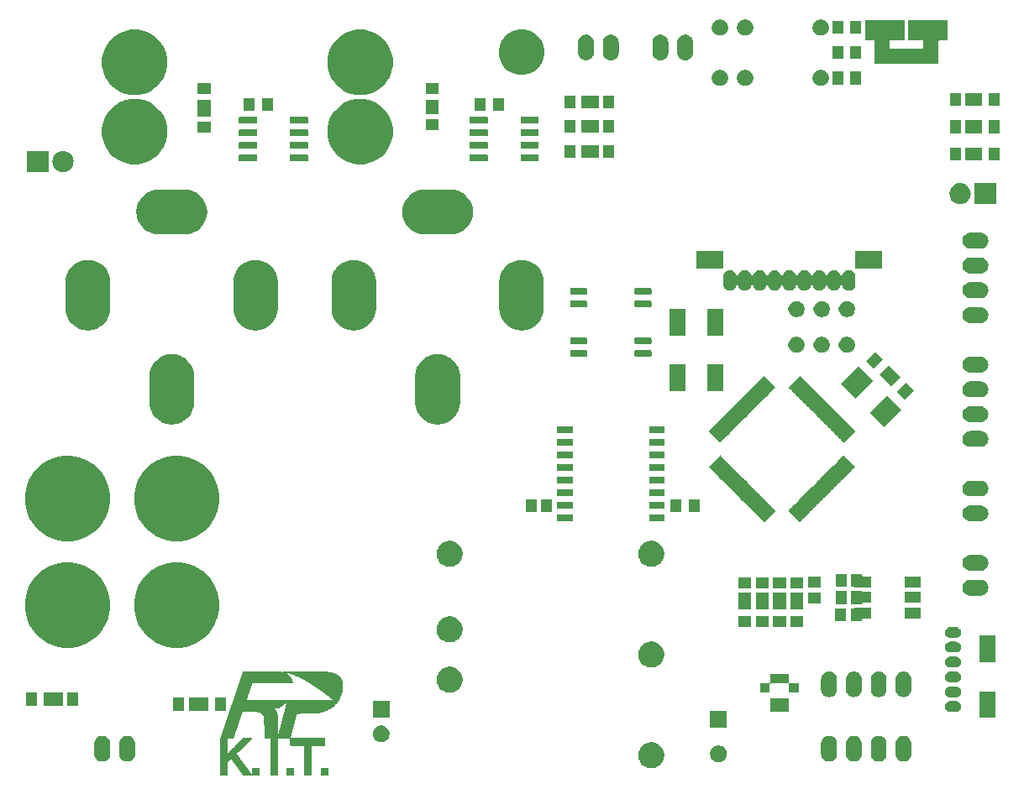
<source format=gbr>
G04 #@! TF.GenerationSoftware,KiCad,Pcbnew,(5.1.4)-1*
G04 #@! TF.CreationDate,2020-01-28T02:11:25+09:00*
G04 #@! TF.ProjectId,Electrocity_Manager_40W,456c6563-7472-46f6-9369-74795f4d616e,rev?*
G04 #@! TF.SameCoordinates,Original*
G04 #@! TF.FileFunction,Soldermask,Top*
G04 #@! TF.FilePolarity,Negative*
%FSLAX46Y46*%
G04 Gerber Fmt 4.6, Leading zero omitted, Abs format (unit mm)*
G04 Created by KiCad (PCBNEW (5.1.4)-1) date 2020-01-28 02:11:25*
%MOMM*%
%LPD*%
G04 APERTURE LIST*
%ADD10C,0.010000*%
%ADD11C,0.100000*%
G04 APERTURE END LIST*
D10*
G36*
X79478861Y-173939894D02*
G01*
X79478132Y-174007102D01*
X79477217Y-174074117D01*
X79476166Y-174138324D01*
X79475027Y-174197104D01*
X79473850Y-174247843D01*
X79472684Y-174287922D01*
X79471951Y-174307140D01*
X79467541Y-174406447D01*
X78824520Y-174406447D01*
X78824520Y-173671953D01*
X79481362Y-173671953D01*
X79478861Y-173939894D01*
X79478861Y-173939894D01*
G37*
X79478861Y-173939894D02*
X79478132Y-174007102D01*
X79477217Y-174074117D01*
X79476166Y-174138324D01*
X79475027Y-174197104D01*
X79473850Y-174247843D01*
X79472684Y-174287922D01*
X79471951Y-174307140D01*
X79467541Y-174406447D01*
X78824520Y-174406447D01*
X78824520Y-173671953D01*
X79481362Y-173671953D01*
X79478861Y-173939894D01*
G36*
X72491384Y-174398952D02*
G01*
X71824343Y-174398952D01*
X71824343Y-173664458D01*
X72491384Y-173664458D01*
X72491384Y-174398952D01*
X72491384Y-174398952D01*
G37*
X72491384Y-174398952D02*
X71824343Y-174398952D01*
X71824343Y-173664458D01*
X72491384Y-173664458D01*
X72491384Y-174398952D01*
G36*
X75998967Y-174398952D02*
G01*
X75316937Y-174398952D01*
X75316937Y-173671953D01*
X75998967Y-173671953D01*
X75998967Y-174398952D01*
X75998967Y-174398952D01*
G37*
X75998967Y-174398952D02*
X75316937Y-174398952D01*
X75316937Y-173671953D01*
X75998967Y-173671953D01*
X75998967Y-174398952D01*
G36*
X72912702Y-163958675D02*
G01*
X73096340Y-163958762D01*
X73271034Y-163958906D01*
X73436373Y-163959104D01*
X73591944Y-163959355D01*
X73737336Y-163959658D01*
X73872137Y-163960011D01*
X73995936Y-163960412D01*
X74108321Y-163960859D01*
X74208880Y-163961352D01*
X74297201Y-163961888D01*
X74372874Y-163962467D01*
X74435486Y-163963086D01*
X74484625Y-163963743D01*
X74519880Y-163964438D01*
X74540839Y-163965168D01*
X74546735Y-163965689D01*
X74565894Y-163969104D01*
X74596201Y-163973569D01*
X74633893Y-163978570D01*
X74675211Y-163983588D01*
X74686757Y-163984908D01*
X74753351Y-163994198D01*
X74826965Y-164007499D01*
X74902946Y-164023762D01*
X74976636Y-164041936D01*
X75043381Y-164060972D01*
X75084597Y-164074648D01*
X75105038Y-164082622D01*
X75133883Y-164094675D01*
X75167211Y-164109077D01*
X75201100Y-164124097D01*
X75231630Y-164138004D01*
X75254880Y-164149066D01*
X75264473Y-164154049D01*
X75275698Y-164160344D01*
X75296470Y-164171941D01*
X75323237Y-164186856D01*
X75338411Y-164195302D01*
X75367131Y-164211689D01*
X75391827Y-164226522D01*
X75408844Y-164237571D01*
X75413359Y-164241005D01*
X75425128Y-164250795D01*
X75444743Y-164266528D01*
X75468185Y-164284983D01*
X75470753Y-164286985D01*
X75533814Y-164341090D01*
X75591566Y-164400234D01*
X75620328Y-164434567D01*
X75636970Y-164455434D01*
X75650695Y-164471981D01*
X75657569Y-164479622D01*
X75674293Y-164500108D01*
X75694666Y-164531937D01*
X75717293Y-164572335D01*
X75740782Y-164618528D01*
X75763740Y-164667743D01*
X75784772Y-164717206D01*
X75802487Y-164764144D01*
X75806654Y-164776428D01*
X75840770Y-164893395D01*
X75862525Y-164996680D01*
X75868830Y-165034154D01*
X75238753Y-165032132D01*
X75162396Y-165031947D01*
X75072298Y-165031834D01*
X74969709Y-165031791D01*
X74855877Y-165031814D01*
X74732050Y-165031902D01*
X74599478Y-165032053D01*
X74459409Y-165032265D01*
X74313092Y-165032534D01*
X74161776Y-165032859D01*
X74006710Y-165033237D01*
X73849143Y-165033666D01*
X73690323Y-165034144D01*
X73531498Y-165034668D01*
X73373919Y-165035237D01*
X73218834Y-165035847D01*
X73210896Y-165035880D01*
X71813116Y-165041649D01*
X71795851Y-165090366D01*
X71784797Y-165122490D01*
X71773952Y-165155509D01*
X71767400Y-165176556D01*
X71759558Y-165201286D01*
X71752200Y-165222010D01*
X71749310Y-165229020D01*
X71744905Y-165240487D01*
X71736619Y-165263785D01*
X71725282Y-165296516D01*
X71711724Y-165336280D01*
X71696772Y-165380679D01*
X71693602Y-165390159D01*
X71674282Y-165447731D01*
X71652231Y-165512980D01*
X71629480Y-165579922D01*
X71608061Y-165642572D01*
X71595626Y-165678710D01*
X71579375Y-165726002D01*
X71563733Y-165771937D01*
X71549777Y-165813323D01*
X71538584Y-165846968D01*
X71531229Y-165869678D01*
X71531182Y-165869829D01*
X71522366Y-165897092D01*
X71514383Y-165920315D01*
X71509340Y-165933535D01*
X71504141Y-165947073D01*
X71495723Y-165970771D01*
X71485521Y-166000543D01*
X71480351Y-166015978D01*
X71469541Y-166048391D01*
X71459637Y-166077882D01*
X71452199Y-166099821D01*
X71450099Y-166105916D01*
X71440309Y-166134359D01*
X71426541Y-166174867D01*
X71409522Y-166225271D01*
X71389983Y-166283406D01*
X71368653Y-166347103D01*
X71346262Y-166414197D01*
X71340353Y-166431941D01*
X71325260Y-166477003D01*
X71311380Y-166517921D01*
X71299540Y-166552296D01*
X71290570Y-166577727D01*
X71285296Y-166591813D01*
X71284748Y-166593080D01*
X71278203Y-166609537D01*
X71268933Y-166635779D01*
X71258152Y-166668014D01*
X71247075Y-166702447D01*
X71236914Y-166735284D01*
X71228883Y-166762731D01*
X71224196Y-166780995D01*
X71223611Y-166784199D01*
X71221009Y-166802936D01*
X75622351Y-166804816D01*
X75918217Y-166804931D01*
X76206170Y-166805019D01*
X76485935Y-166805082D01*
X76757233Y-166805119D01*
X77019787Y-166805131D01*
X77273319Y-166805117D01*
X77517551Y-166805080D01*
X77752207Y-166805017D01*
X77977007Y-166804931D01*
X78191676Y-166804821D01*
X78395934Y-166804688D01*
X78589505Y-166804531D01*
X78772111Y-166804352D01*
X78943474Y-166804150D01*
X79103317Y-166803926D01*
X79251361Y-166803681D01*
X79387331Y-166803413D01*
X79510947Y-166803125D01*
X79621932Y-166802815D01*
X79720009Y-166802485D01*
X79804900Y-166802135D01*
X79876327Y-166801765D01*
X79934013Y-166801375D01*
X79977680Y-166800965D01*
X80007051Y-166800537D01*
X80021848Y-166800090D01*
X80023694Y-166799861D01*
X80017518Y-166790364D01*
X79999620Y-166773696D01*
X79970943Y-166750703D01*
X79957820Y-166740786D01*
X79939915Y-166726578D01*
X79927841Y-166716090D01*
X79917716Y-166707455D01*
X79898185Y-166691430D01*
X79871601Y-166669920D01*
X79840313Y-166644834D01*
X79821571Y-166629900D01*
X79788717Y-166603699D01*
X79759279Y-166580070D01*
X79735595Y-166560901D01*
X79720003Y-166548082D01*
X79715660Y-166544364D01*
X79700057Y-166531224D01*
X79685443Y-166519794D01*
X79671807Y-166509249D01*
X79650201Y-166492202D01*
X79624313Y-166471573D01*
X79611478Y-166461279D01*
X79584994Y-166440073D01*
X79561176Y-166421149D01*
X79543643Y-166407377D01*
X79538478Y-166403406D01*
X79519680Y-166388777D01*
X79503497Y-166375730D01*
X79481440Y-166357811D01*
X79457683Y-166339115D01*
X79428560Y-166316793D01*
X79397443Y-166293287D01*
X79365835Y-166269356D01*
X79331190Y-166242898D01*
X79301555Y-166220063D01*
X79276403Y-166200563D01*
X79256613Y-166185279D01*
X79238907Y-166171718D01*
X79220011Y-166157388D01*
X79196649Y-166139795D01*
X79165544Y-166116447D01*
X79154293Y-166108008D01*
X79123809Y-166085068D01*
X79095543Y-166063662D01*
X79072920Y-166046392D01*
X79060608Y-166036847D01*
X79049640Y-166028214D01*
X79039646Y-166020475D01*
X79027898Y-166011580D01*
X79011672Y-165999482D01*
X78988242Y-165982131D01*
X78963175Y-165963605D01*
X78939538Y-165945807D01*
X78919607Y-165930204D01*
X78907445Y-165919980D01*
X78906963Y-165919523D01*
X78891753Y-165908335D01*
X78875110Y-165899287D01*
X78860531Y-165890854D01*
X78854500Y-165883808D01*
X78848515Y-165876611D01*
X78833880Y-165867075D01*
X78831616Y-165865875D01*
X78811188Y-165853646D01*
X78794899Y-165841324D01*
X78779851Y-165828949D01*
X78759517Y-165813881D01*
X78753768Y-165809870D01*
X78725128Y-165789777D01*
X78696975Y-165769299D01*
X78673467Y-165751505D01*
X78660066Y-165740632D01*
X78646524Y-165730404D01*
X78627602Y-165717817D01*
X78624982Y-165716184D01*
X78607951Y-165705020D01*
X78582639Y-165687671D01*
X78552850Y-165666821D01*
X78522388Y-165645150D01*
X78495057Y-165625344D01*
X78476010Y-165611121D01*
X78462480Y-165601504D01*
X78440737Y-165586830D01*
X78415219Y-165570089D01*
X78412304Y-165568206D01*
X78388806Y-165552516D01*
X78370783Y-165539477D01*
X78361529Y-165531496D01*
X78361023Y-165530726D01*
X78353339Y-165523645D01*
X78337261Y-165513323D01*
X78331043Y-165509841D01*
X78311113Y-165498117D01*
X78284494Y-165481231D01*
X78256720Y-165462700D01*
X78254913Y-165461458D01*
X78228117Y-165443006D01*
X78203085Y-165425777D01*
X78184873Y-165413251D01*
X78183712Y-165412453D01*
X78169030Y-165402633D01*
X78144883Y-165386775D01*
X78114422Y-165366936D01*
X78080797Y-165345175D01*
X78075037Y-165341461D01*
X78041529Y-165319694D01*
X78011021Y-165299562D01*
X77986541Y-165283083D01*
X77971117Y-165272276D01*
X77969513Y-165271072D01*
X77949333Y-165257669D01*
X77925518Y-165244496D01*
X77922670Y-165243110D01*
X77905432Y-165233683D01*
X77895855Y-165226105D01*
X77895161Y-165224562D01*
X77889041Y-165218737D01*
X77872723Y-165207901D01*
X77849269Y-165194031D01*
X77839437Y-165188550D01*
X77813377Y-165173678D01*
X77792583Y-165160748D01*
X77780473Y-165151924D01*
X77778948Y-165150256D01*
X77769954Y-165142697D01*
X77752112Y-165131736D01*
X77738672Y-165124550D01*
X77713997Y-165110929D01*
X77683719Y-165092659D01*
X77655008Y-165074102D01*
X77601959Y-165039875D01*
X77543950Y-165005606D01*
X77479197Y-164970073D01*
X77456147Y-164957030D01*
X77439050Y-164945946D01*
X77431638Y-164939256D01*
X77424179Y-164933086D01*
X77406384Y-164922307D01*
X77381433Y-164908784D01*
X77367931Y-164901907D01*
X77337512Y-164886123D01*
X77309629Y-164870613D01*
X77288963Y-164858013D01*
X77284331Y-164854802D01*
X77267133Y-164843656D01*
X77238063Y-164826624D01*
X77198658Y-164804517D01*
X77150457Y-164778145D01*
X77094998Y-164748320D01*
X77033819Y-164715853D01*
X76968457Y-164681553D01*
X76900452Y-164646233D01*
X76831341Y-164610704D01*
X76762662Y-164575775D01*
X76695953Y-164542259D01*
X76632752Y-164510965D01*
X76624786Y-164507059D01*
X76580936Y-164486094D01*
X76527849Y-164461502D01*
X76469498Y-164435055D01*
X76409853Y-164408525D01*
X76352888Y-164383681D01*
X76302573Y-164362297D01*
X76272529Y-164349970D01*
X76248853Y-164340361D01*
X76216656Y-164327144D01*
X76181243Y-164312500D01*
X76163853Y-164305269D01*
X76130640Y-164291591D01*
X76099705Y-164279136D01*
X76075526Y-164269693D01*
X76066421Y-164266323D01*
X76043450Y-164257923D01*
X76015356Y-164247288D01*
X76002714Y-164242390D01*
X75956635Y-164224599D01*
X75919751Y-164210951D01*
X75887444Y-164199767D01*
X75867807Y-164193374D01*
X75809868Y-164174806D01*
X75760716Y-164158840D01*
X75721753Y-164145938D01*
X75694382Y-164136567D01*
X75680436Y-164131374D01*
X75671638Y-164128020D01*
X75658419Y-164123721D01*
X75638653Y-164117860D01*
X75610210Y-164109820D01*
X75570965Y-164098983D01*
X75534287Y-164088955D01*
X75502414Y-164080171D01*
X75468954Y-164070815D01*
X75455591Y-164067031D01*
X75401923Y-164052895D01*
X75337016Y-164037670D01*
X75264511Y-164022079D01*
X75188050Y-164006848D01*
X75111272Y-163992699D01*
X75037820Y-163980357D01*
X74971334Y-163970546D01*
X74968427Y-163970157D01*
X74962523Y-163969146D01*
X74960841Y-163968202D01*
X74963844Y-163967323D01*
X74971994Y-163966506D01*
X74985754Y-163965749D01*
X75005587Y-163965050D01*
X75031954Y-163964405D01*
X75065320Y-163963813D01*
X75106146Y-163963271D01*
X75154895Y-163962776D01*
X75212029Y-163962326D01*
X75278012Y-163961919D01*
X75353306Y-163961553D01*
X75438373Y-163961224D01*
X75533676Y-163960930D01*
X75639678Y-163960669D01*
X75756841Y-163960439D01*
X75885629Y-163960236D01*
X76026503Y-163960059D01*
X76179926Y-163959905D01*
X76346361Y-163959771D01*
X76526270Y-163959656D01*
X76720117Y-163959556D01*
X76928363Y-163959470D01*
X76988285Y-163959448D01*
X77202202Y-163959377D01*
X77401696Y-163959323D01*
X77587335Y-163959294D01*
X77759686Y-163959294D01*
X77919317Y-163959331D01*
X78066793Y-163959409D01*
X78202684Y-163959536D01*
X78327555Y-163959717D01*
X78441975Y-163959958D01*
X78546510Y-163960266D01*
X78641727Y-163960646D01*
X78728195Y-163961104D01*
X78806479Y-163961646D01*
X78877148Y-163962279D01*
X78940768Y-163963009D01*
X78997908Y-163963841D01*
X79049133Y-163964782D01*
X79095011Y-163965837D01*
X79136110Y-163967013D01*
X79172996Y-163968316D01*
X79206238Y-163969751D01*
X79236401Y-163971325D01*
X79264054Y-163973045D01*
X79289764Y-163974915D01*
X79314097Y-163976942D01*
X79337622Y-163979131D01*
X79360905Y-163981490D01*
X79384513Y-163984024D01*
X79394128Y-163985083D01*
X79525310Y-164001654D01*
X79646482Y-164021589D01*
X79762240Y-164045954D01*
X79877182Y-164075812D01*
X79995903Y-164112229D01*
X80104328Y-164149531D01*
X80129172Y-164159708D01*
X80163898Y-164175641D01*
X80205337Y-164195708D01*
X80250322Y-164218288D01*
X80295685Y-164241757D01*
X80338259Y-164264495D01*
X80374876Y-164284880D01*
X80402369Y-164301290D01*
X80408381Y-164305206D01*
X80512930Y-164382472D01*
X80605623Y-164466242D01*
X80689060Y-164559060D01*
X80748045Y-164637450D01*
X80761969Y-164659906D01*
X80779276Y-164691407D01*
X80797543Y-164727181D01*
X80814351Y-164762452D01*
X80827277Y-164792446D01*
X80829302Y-164797707D01*
X80839707Y-164825409D01*
X80850852Y-164854858D01*
X80852770Y-164859899D01*
X80867502Y-164902607D01*
X80883890Y-164957415D01*
X80893627Y-164992933D01*
X80906109Y-165049916D01*
X80916725Y-165118448D01*
X80925252Y-165195177D01*
X80931468Y-165276753D01*
X80935149Y-165359826D01*
X80936072Y-165441043D01*
X80934015Y-165517055D01*
X80931256Y-165558793D01*
X80927594Y-165600177D01*
X80923802Y-165637105D01*
X80919393Y-165673163D01*
X80913879Y-165711934D01*
X80906772Y-165757003D01*
X80897584Y-165811955D01*
X80893740Y-165834459D01*
X80885412Y-165875435D01*
X80872920Y-165926955D01*
X80857236Y-165985481D01*
X80839337Y-166047475D01*
X80820196Y-166109401D01*
X80806557Y-166150885D01*
X80788866Y-166203035D01*
X80775078Y-166243187D01*
X80764368Y-166273563D01*
X80755911Y-166296389D01*
X80748880Y-166313891D01*
X80742451Y-166328291D01*
X80735798Y-166341817D01*
X80735500Y-166342402D01*
X80726311Y-166362505D01*
X80721114Y-166377926D01*
X80720682Y-166381053D01*
X80717503Y-166390732D01*
X80708727Y-166411369D01*
X80695461Y-166440513D01*
X80678812Y-166475714D01*
X80665495Y-166503142D01*
X80646608Y-166542050D01*
X80629784Y-166577474D01*
X80616282Y-166606704D01*
X80607360Y-166627032D01*
X80604578Y-166634302D01*
X80597106Y-166653351D01*
X80584185Y-166681388D01*
X80567858Y-166714419D01*
X80550166Y-166748449D01*
X80533153Y-166779482D01*
X80518862Y-166803523D01*
X80515261Y-166808993D01*
X80498702Y-166835109D01*
X80482630Y-166863333D01*
X80479862Y-166868635D01*
X80461119Y-166901926D01*
X80434833Y-166943619D01*
X80403007Y-166990562D01*
X80396760Y-166999446D01*
X80380755Y-167022183D01*
X80363531Y-167046795D01*
X80360962Y-167050481D01*
X80323915Y-167100161D01*
X80278228Y-167155894D01*
X80226785Y-167214569D01*
X80172471Y-167273070D01*
X80118169Y-167328285D01*
X80066765Y-167377100D01*
X80024409Y-167413765D01*
X80002542Y-167431675D01*
X79982642Y-167448210D01*
X79974631Y-167454986D01*
X79959448Y-167467105D01*
X79933764Y-167486572D01*
X79899326Y-167512092D01*
X79857880Y-167542372D01*
X79813839Y-167574199D01*
X79791349Y-167589021D01*
X79763765Y-167605422D01*
X79750133Y-167612916D01*
X79726245Y-167626484D01*
X79705862Y-167639622D01*
X79697669Y-167645865D01*
X79687255Y-167652493D01*
X79665344Y-167664708D01*
X79633904Y-167681512D01*
X79594904Y-167701911D01*
X79550313Y-167724907D01*
X79502100Y-167749504D01*
X79452235Y-167774705D01*
X79402685Y-167799514D01*
X79355421Y-167822935D01*
X79312410Y-167843971D01*
X79275622Y-167861625D01*
X79247026Y-167874902D01*
X79232989Y-167881035D01*
X79199527Y-167894523D01*
X79162811Y-167908707D01*
X79143051Y-167916047D01*
X79116851Y-167925685D01*
X79094556Y-167934110D01*
X79083092Y-167938642D01*
X79039828Y-167954844D01*
X78984255Y-167972673D01*
X78918883Y-167991497D01*
X78846220Y-168010682D01*
X78768778Y-168029599D01*
X78689065Y-168047613D01*
X78609591Y-168064094D01*
X78532865Y-168078408D01*
X78518110Y-168080949D01*
X78483060Y-168087020D01*
X78452727Y-168092507D01*
X78430602Y-168096765D01*
X78420677Y-168098987D01*
X78408338Y-168101305D01*
X78384953Y-168104649D01*
X78354384Y-168108492D01*
X78333608Y-168110883D01*
X78295617Y-168115175D01*
X78248903Y-168120558D01*
X78199625Y-168126319D01*
X78157480Y-168131317D01*
X78140037Y-168133205D01*
X78120318Y-168134905D01*
X78097455Y-168136430D01*
X78070576Y-168137793D01*
X78038814Y-168139008D01*
X78001297Y-168140088D01*
X77957157Y-168141045D01*
X77905523Y-168141894D01*
X77845526Y-168142646D01*
X77776296Y-168143316D01*
X77696964Y-168143916D01*
X77606660Y-168144459D01*
X77504514Y-168144959D01*
X77389656Y-168145429D01*
X77261217Y-168145881D01*
X77174463Y-168146158D01*
X77040622Y-168146583D01*
X76920974Y-168146993D01*
X76814724Y-168147400D01*
X76721074Y-168147820D01*
X76639230Y-168148265D01*
X76568393Y-168148751D01*
X76507769Y-168149291D01*
X76456560Y-168149898D01*
X76413972Y-168150587D01*
X76379207Y-168151372D01*
X76351469Y-168152267D01*
X76329961Y-168153285D01*
X76313889Y-168154441D01*
X76302455Y-168155749D01*
X76294863Y-168157222D01*
X76290318Y-168158874D01*
X76288022Y-168160720D01*
X76287480Y-168161691D01*
X76283423Y-168174392D01*
X76276906Y-168197587D01*
X76269054Y-168227213D01*
X76265286Y-168241944D01*
X76252599Y-168291639D01*
X76236776Y-168352807D01*
X76218601Y-168422457D01*
X76198861Y-168497594D01*
X76178342Y-168575225D01*
X76157830Y-168652358D01*
X76141303Y-168714119D01*
X76128029Y-168763712D01*
X76114755Y-168813569D01*
X76102489Y-168859888D01*
X76092238Y-168898867D01*
X76085710Y-168923974D01*
X76078165Y-168953119D01*
X76067771Y-168993045D01*
X76055495Y-169040036D01*
X76042310Y-169090378D01*
X76029916Y-169137577D01*
X76014630Y-169195727D01*
X75997313Y-169261641D01*
X75979581Y-169329167D01*
X75963049Y-169392151D01*
X75954135Y-169426128D01*
X75941370Y-169474692D01*
X75928756Y-169522491D01*
X75917222Y-169566020D01*
X75907697Y-169601772D01*
X75901517Y-169624742D01*
X75895132Y-169648385D01*
X75887599Y-169676570D01*
X75878536Y-169710746D01*
X75867560Y-169752362D01*
X75854292Y-169802869D01*
X75838348Y-169863714D01*
X75819348Y-169936349D01*
X75799913Y-170010726D01*
X75782437Y-170077809D01*
X75766126Y-170140848D01*
X75750009Y-170203640D01*
X75733114Y-170269982D01*
X75714471Y-170343670D01*
X75695449Y-170419194D01*
X75684579Y-170462274D01*
X75673501Y-170505938D01*
X75663474Y-170545240D01*
X75655754Y-170575234D01*
X75655403Y-170576586D01*
X75647653Y-170606756D01*
X75640852Y-170633815D01*
X75636361Y-170652342D01*
X75636091Y-170653518D01*
X75631379Y-170674239D01*
X74989479Y-170673892D01*
X74862104Y-170673900D01*
X74749412Y-170674070D01*
X74651092Y-170674406D01*
X74566840Y-170674912D01*
X74496345Y-170675591D01*
X74439302Y-170676447D01*
X74395402Y-170677484D01*
X74364338Y-170678706D01*
X74345802Y-170680115D01*
X74339601Y-170681522D01*
X74337599Y-170688878D01*
X74348359Y-170693875D01*
X74365093Y-170698251D01*
X74365093Y-174391457D01*
X73698052Y-174391457D01*
X73697707Y-174352110D01*
X73697674Y-174341101D01*
X73697638Y-174315772D01*
X73697601Y-174276790D01*
X73697561Y-174224824D01*
X73697519Y-174160542D01*
X73697476Y-174084612D01*
X73697432Y-173997704D01*
X73697388Y-173900486D01*
X73697342Y-173793626D01*
X73697296Y-173677792D01*
X73697251Y-173553653D01*
X73697205Y-173421879D01*
X73697160Y-173283136D01*
X73697116Y-173138094D01*
X73697073Y-172987420D01*
X73697031Y-172831785D01*
X73696991Y-172671855D01*
X73696956Y-172522916D01*
X73696919Y-172328261D01*
X73696901Y-172148045D01*
X73696907Y-171981715D01*
X73696938Y-171828721D01*
X73697000Y-171688510D01*
X73697094Y-171560532D01*
X73697225Y-171444235D01*
X73697397Y-171339068D01*
X73697611Y-171244479D01*
X73697873Y-171159916D01*
X73698185Y-171084829D01*
X73698550Y-171018666D01*
X73698973Y-170960875D01*
X73699456Y-170910904D01*
X73700004Y-170868204D01*
X73700618Y-170832221D01*
X73701304Y-170802405D01*
X73702063Y-170778205D01*
X73702901Y-170759068D01*
X73703819Y-170744443D01*
X73704822Y-170733779D01*
X73705913Y-170726525D01*
X73707095Y-170722128D01*
X73708135Y-170720269D01*
X73716592Y-170703815D01*
X73717541Y-170692617D01*
X73716594Y-170688968D01*
X73714023Y-170685960D01*
X73708476Y-170683519D01*
X73698602Y-170681575D01*
X73683050Y-170680053D01*
X73660467Y-170678883D01*
X73629503Y-170677990D01*
X73588805Y-170677303D01*
X73537022Y-170676750D01*
X73472804Y-170676257D01*
X73404172Y-170675811D01*
X73092980Y-170673856D01*
X73088091Y-170465955D01*
X73087245Y-170427297D01*
X73086202Y-170375127D01*
X73084987Y-170310924D01*
X73083626Y-170236164D01*
X73082144Y-170152324D01*
X73080567Y-170060882D01*
X73078920Y-169963315D01*
X73077229Y-169861099D01*
X73075519Y-169755712D01*
X73073816Y-169648632D01*
X73072276Y-169549793D01*
X73070652Y-169446240D01*
X73069025Y-169345694D01*
X73067416Y-169249334D01*
X73065847Y-169158339D01*
X73064341Y-169073887D01*
X73062918Y-168997157D01*
X73061602Y-168929327D01*
X73060414Y-168871575D01*
X73059375Y-168825082D01*
X73058509Y-168791024D01*
X73057836Y-168770580D01*
X73057745Y-168768592D01*
X73045990Y-168655279D01*
X73021918Y-168548902D01*
X72984876Y-168446989D01*
X72958688Y-168391841D01*
X72932428Y-168342743D01*
X72908340Y-168303057D01*
X72883165Y-168268415D01*
X72853645Y-168234447D01*
X72816519Y-168196787D01*
X72804382Y-168185047D01*
X72772730Y-168156263D01*
X72741794Y-168132200D01*
X72706986Y-168109664D01*
X72663715Y-168085460D01*
X72653861Y-168080252D01*
X72597622Y-168051737D01*
X72548933Y-168029731D01*
X72502849Y-168012461D01*
X72454422Y-167998159D01*
X72398708Y-167985055D01*
X72372735Y-167979642D01*
X72280317Y-167960888D01*
X71550619Y-167960888D01*
X71424847Y-167960925D01*
X71313323Y-167961042D01*
X71215306Y-167961248D01*
X71130055Y-167961553D01*
X71056827Y-167961967D01*
X70994883Y-167962498D01*
X70943480Y-167963157D01*
X70901876Y-167963952D01*
X70869332Y-167964894D01*
X70845105Y-167965991D01*
X70828454Y-167967253D01*
X70818637Y-167968689D01*
X70814945Y-167970256D01*
X70809327Y-167982242D01*
X70800610Y-168004230D01*
X70790343Y-168031969D01*
X70780076Y-168061212D01*
X70771358Y-168087708D01*
X70767794Y-168099542D01*
X70761384Y-168119256D01*
X70751832Y-168145695D01*
X70745087Y-168163248D01*
X70734947Y-168190206D01*
X70726411Y-168215127D01*
X70722874Y-168226955D01*
X70716469Y-168248153D01*
X70707529Y-168274299D01*
X70704272Y-168283166D01*
X70695015Y-168308914D01*
X70687039Y-168332934D01*
X70685087Y-168339377D01*
X70680201Y-168354692D01*
X70671425Y-168380734D01*
X70659917Y-168414117D01*
X70646836Y-168451454D01*
X70644063Y-168459295D01*
X70629855Y-168499751D01*
X70616076Y-168539601D01*
X70604224Y-168574474D01*
X70595796Y-168600000D01*
X70595254Y-168601696D01*
X70586315Y-168628791D01*
X70574172Y-168664232D01*
X70560801Y-168702299D01*
X70553879Y-168721614D01*
X70538095Y-168765444D01*
X70526517Y-168798025D01*
X70518184Y-168822180D01*
X70512131Y-168840729D01*
X70507396Y-168856495D01*
X70505278Y-168864016D01*
X70498980Y-168883724D01*
X70489502Y-168910157D01*
X70482768Y-168927722D01*
X70472546Y-168954692D01*
X70463809Y-168979621D01*
X70460107Y-168991428D01*
X70455272Y-169006742D01*
X70446538Y-169032782D01*
X70435060Y-169066162D01*
X70421993Y-169103497D01*
X70419218Y-169111345D01*
X70405010Y-169151802D01*
X70391231Y-169191651D01*
X70379379Y-169226524D01*
X70370950Y-169252051D01*
X70370409Y-169253747D01*
X70361477Y-169280849D01*
X70349356Y-169316301D01*
X70336019Y-169354376D01*
X70329129Y-169373665D01*
X70316374Y-169409596D01*
X70304202Y-169444757D01*
X70294390Y-169473982D01*
X70290507Y-169486087D01*
X70283964Y-169506792D01*
X70277468Y-169526273D01*
X70269584Y-169548618D01*
X70258880Y-169577917D01*
X70248477Y-169606004D01*
X70237963Y-169635226D01*
X70225743Y-169670535D01*
X70213620Y-169706588D01*
X70203397Y-169738044D01*
X70197915Y-169755901D01*
X70193859Y-169768593D01*
X70185599Y-169793457D01*
X70173814Y-169828491D01*
X70159178Y-169871695D01*
X70142368Y-169921066D01*
X70124062Y-169974604D01*
X70119387Y-169988241D01*
X70100330Y-170043919D01*
X70082169Y-170097200D01*
X70065674Y-170145808D01*
X70051616Y-170187465D01*
X70040766Y-170219892D01*
X70033893Y-170240812D01*
X70033175Y-170243066D01*
X70023033Y-170274067D01*
X70012288Y-170305334D01*
X70006353Y-170321761D01*
X69997268Y-170347504D01*
X69989615Y-170371521D01*
X69987794Y-170377973D01*
X69982049Y-170397317D01*
X69973371Y-170424073D01*
X69966077Y-170445426D01*
X69953022Y-170482756D01*
X69943738Y-170509491D01*
X69937026Y-170529180D01*
X69931688Y-170545369D01*
X69926523Y-170561607D01*
X69923012Y-170572838D01*
X69913289Y-170602494D01*
X69902698Y-170632594D01*
X69899131Y-170642137D01*
X69886928Y-170673962D01*
X69596945Y-170673991D01*
X69511971Y-170674189D01*
X69441747Y-170674769D01*
X69386036Y-170675738D01*
X69344604Y-170677103D01*
X69317215Y-170678869D01*
X69303634Y-170681043D01*
X69302039Y-170681986D01*
X69302637Y-170693017D01*
X69309091Y-170703187D01*
X69311025Y-170706370D01*
X69312741Y-170711961D01*
X69314251Y-170720807D01*
X69315570Y-170733757D01*
X69316710Y-170751657D01*
X69317683Y-170775354D01*
X69318502Y-170805697D01*
X69319181Y-170843531D01*
X69319731Y-170889705D01*
X69320166Y-170945067D01*
X69320498Y-171010462D01*
X69320740Y-171086739D01*
X69320906Y-171174745D01*
X69321007Y-171275328D01*
X69321057Y-171389334D01*
X69321068Y-171497167D01*
X69321130Y-171637918D01*
X69321316Y-171763938D01*
X69321630Y-171875485D01*
X69322075Y-171972819D01*
X69322652Y-172056197D01*
X69323364Y-172125878D01*
X69324215Y-172182120D01*
X69325206Y-172225182D01*
X69326340Y-172255322D01*
X69327620Y-172272798D01*
X69328920Y-172277914D01*
X69331754Y-172277398D01*
X69335784Y-172275190D01*
X69342007Y-172270298D01*
X69351417Y-172261729D01*
X69365012Y-172248493D01*
X69383787Y-172229597D01*
X69408737Y-172204048D01*
X69440859Y-172170856D01*
X69481150Y-172129029D01*
X69530604Y-172077574D01*
X69542166Y-172065537D01*
X69581206Y-172024909D01*
X69618713Y-171985925D01*
X69655560Y-171947687D01*
X69692620Y-171909297D01*
X69730765Y-171869857D01*
X69770867Y-171828469D01*
X69813799Y-171784236D01*
X69860435Y-171736260D01*
X69911645Y-171683643D01*
X69968304Y-171625487D01*
X70031283Y-171560894D01*
X70101455Y-171488966D01*
X70179693Y-171408806D01*
X70266870Y-171319516D01*
X70340366Y-171244252D01*
X70425698Y-171156875D01*
X70501174Y-171079610D01*
X70567408Y-171011849D01*
X70625020Y-170952980D01*
X70674624Y-170902394D01*
X70716839Y-170859481D01*
X70752281Y-170823631D01*
X70781567Y-170794234D01*
X70805313Y-170770680D01*
X70824138Y-170752359D01*
X70838657Y-170738661D01*
X70849488Y-170728976D01*
X70857248Y-170722694D01*
X70862552Y-170719205D01*
X70866019Y-170717899D01*
X70868266Y-170718166D01*
X70869908Y-170719396D01*
X70870534Y-170720021D01*
X70878887Y-170723011D01*
X70890669Y-170715805D01*
X70901397Y-170705156D01*
X70923482Y-170681513D01*
X71343428Y-170681513D01*
X71433367Y-170681529D01*
X71509484Y-170681600D01*
X71572946Y-170681767D01*
X71624921Y-170682070D01*
X71666575Y-170682547D01*
X71699077Y-170683238D01*
X71723594Y-170684182D01*
X71741292Y-170685419D01*
X71753340Y-170686989D01*
X71760905Y-170688929D01*
X71765155Y-170691281D01*
X71767256Y-170694083D01*
X71767920Y-170695835D01*
X71767280Y-170703544D01*
X71760638Y-170715178D01*
X71746822Y-170732121D01*
X71724660Y-170755758D01*
X71692980Y-170787472D01*
X71677476Y-170802636D01*
X71605468Y-170872870D01*
X71525900Y-170950724D01*
X71438494Y-171036470D01*
X71342977Y-171130381D01*
X71239071Y-171232730D01*
X71126501Y-171343787D01*
X71004992Y-171463825D01*
X70874267Y-171593116D01*
X70734052Y-171731933D01*
X70584071Y-171880547D01*
X70424048Y-172039231D01*
X70256464Y-172205520D01*
X70229863Y-172232625D01*
X70213192Y-172251599D01*
X70205137Y-172264220D01*
X70204384Y-172272272D01*
X70205654Y-172274401D01*
X70218075Y-172281123D01*
X70224564Y-172280483D01*
X70235522Y-172283864D01*
X70248807Y-172299847D01*
X70250988Y-172303413D01*
X70262230Y-172320161D01*
X70271210Y-172329606D01*
X70273147Y-172330377D01*
X70280127Y-172336558D01*
X70284231Y-172345609D01*
X70292667Y-172362125D01*
X70305347Y-172379158D01*
X70321022Y-172398098D01*
X70337545Y-172419868D01*
X70339082Y-172422012D01*
X70367199Y-172461346D01*
X70394903Y-172499754D01*
X70420593Y-172535051D01*
X70442670Y-172565053D01*
X70459534Y-172587575D01*
X70469587Y-172600433D01*
X70470501Y-172601498D01*
X70482944Y-172618370D01*
X70490711Y-172631477D01*
X70502755Y-172650360D01*
X70511890Y-172661473D01*
X70523865Y-172675628D01*
X70538711Y-172695322D01*
X70542726Y-172701000D01*
X70557498Y-172721866D01*
X70576514Y-172748217D01*
X70591443Y-172768618D01*
X70610485Y-172794703D01*
X70629003Y-172820495D01*
X70640159Y-172836347D01*
X70655245Y-172857571D01*
X70669235Y-172876360D01*
X70671946Y-172879829D01*
X70683667Y-172894831D01*
X70698416Y-172914247D01*
X70717490Y-172939820D01*
X70742187Y-172973295D01*
X70773803Y-173016415D01*
X70790056Y-173038639D01*
X70814675Y-173072311D01*
X70837741Y-173103833D01*
X70857021Y-173130156D01*
X70870283Y-173148230D01*
X70872499Y-173151242D01*
X70889740Y-173174940D01*
X70906940Y-173199006D01*
X70908588Y-173201344D01*
X70919275Y-173216230D01*
X70936754Y-173240237D01*
X70958888Y-173270444D01*
X70983542Y-173303932D01*
X70992416Y-173315948D01*
X71017458Y-173349939D01*
X71040730Y-173381725D01*
X71060093Y-173408374D01*
X71073408Y-173426949D01*
X71076245Y-173431002D01*
X71090876Y-173451035D01*
X71104448Y-173467865D01*
X71106314Y-173469951D01*
X71118908Y-173486647D01*
X71130865Y-173506668D01*
X71140613Y-173522073D01*
X71148781Y-173529444D01*
X71149495Y-173529551D01*
X71156921Y-173535741D01*
X71161127Y-173544782D01*
X71169528Y-173561299D01*
X71182243Y-173578513D01*
X71195229Y-173594382D01*
X71212743Y-173617183D01*
X71228504Y-173638561D01*
X71247326Y-173664590D01*
X71265688Y-173689889D01*
X71277220Y-173705703D01*
X71294501Y-173729648D01*
X71312388Y-173754917D01*
X71314694Y-173758222D01*
X71329465Y-173779067D01*
X71348479Y-173805403D01*
X71363411Y-173825804D01*
X71382457Y-173851910D01*
X71400978Y-173877744D01*
X71412127Y-173893628D01*
X71426923Y-173914042D01*
X71440540Y-173931198D01*
X71443413Y-173934462D01*
X71457138Y-173952442D01*
X71465061Y-173965558D01*
X71476247Y-173983677D01*
X71484482Y-173994231D01*
X71494801Y-174006755D01*
X71511263Y-174028115D01*
X71531339Y-174054922D01*
X71552498Y-174083788D01*
X71572211Y-174111323D01*
X71577014Y-174118171D01*
X71592147Y-174139326D01*
X71606158Y-174158071D01*
X71608800Y-174161446D01*
X71618357Y-174173980D01*
X71634357Y-174195501D01*
X71654462Y-174222845D01*
X71673578Y-174249056D01*
X71695784Y-174279458D01*
X71716359Y-174307340D01*
X71732796Y-174329319D01*
X71741622Y-174340811D01*
X71753236Y-174362461D01*
X71753160Y-174376411D01*
X71751777Y-174379753D01*
X71749117Y-174382560D01*
X71743961Y-174384878D01*
X71735091Y-174386754D01*
X71721288Y-174388234D01*
X71701335Y-174389367D01*
X71674012Y-174390197D01*
X71638102Y-174390772D01*
X71592385Y-174391139D01*
X71535644Y-174391344D01*
X71466660Y-174391435D01*
X71384214Y-174391457D01*
X71360961Y-174391457D01*
X71274855Y-174391442D01*
X71202507Y-174391365D01*
X71142683Y-174391181D01*
X71094153Y-174390844D01*
X71055683Y-174390307D01*
X71026042Y-174389526D01*
X71003997Y-174388453D01*
X70988316Y-174387044D01*
X70977766Y-174385251D01*
X70971117Y-174383030D01*
X70967134Y-174380335D01*
X70964586Y-174377118D01*
X70964307Y-174376677D01*
X70953281Y-174366662D01*
X70944757Y-174365857D01*
X70933915Y-174362638D01*
X70920710Y-174348155D01*
X70918641Y-174345037D01*
X70903287Y-174321900D01*
X70886178Y-174297393D01*
X70883741Y-174294025D01*
X70867129Y-174270452D01*
X70851174Y-174246671D01*
X70849090Y-174243434D01*
X70837627Y-174227779D01*
X70828681Y-174219478D01*
X70827295Y-174219076D01*
X70820315Y-174212896D01*
X70816211Y-174203845D01*
X70807775Y-174187328D01*
X70795095Y-174170296D01*
X70779932Y-174151866D01*
X70763216Y-174129675D01*
X70760076Y-174125260D01*
X70742747Y-174100898D01*
X70724829Y-174076200D01*
X70722602Y-174073176D01*
X70708704Y-174054167D01*
X70690069Y-174028432D01*
X70670664Y-174001448D01*
X70670138Y-174000714D01*
X70636761Y-173954318D01*
X70608271Y-173915146D01*
X70585849Y-173884809D01*
X70570677Y-173864919D01*
X70569209Y-173863071D01*
X70556037Y-173845341D01*
X70544339Y-173828126D01*
X70534389Y-173813507D01*
X70518191Y-173790583D01*
X70498411Y-173763103D01*
X70486515Y-173746784D01*
X70458184Y-173708071D01*
X70437155Y-173679206D01*
X70421842Y-173657962D01*
X70410661Y-173642114D01*
X70402030Y-173629437D01*
X70394362Y-173617705D01*
X70391905Y-173613868D01*
X70380442Y-173598213D01*
X70371496Y-173589912D01*
X70370110Y-173589510D01*
X70363130Y-173583330D01*
X70359026Y-173574279D01*
X70350590Y-173557762D01*
X70337910Y-173540729D01*
X70322801Y-173522318D01*
X70306127Y-173500069D01*
X70302891Y-173495485D01*
X70286818Y-173473016D01*
X70271035Y-173451890D01*
X70268375Y-173448465D01*
X70256513Y-173432533D01*
X70239634Y-173408855D01*
X70221081Y-173382130D01*
X70218188Y-173377896D01*
X70201095Y-173353050D01*
X70186565Y-173332341D01*
X70177197Y-173319465D01*
X70175996Y-173317938D01*
X70148890Y-173283790D01*
X70122278Y-173247596D01*
X70098271Y-173213010D01*
X70081150Y-173188158D01*
X70066555Y-173167448D01*
X70057098Y-173154573D01*
X70055876Y-173153051D01*
X70044561Y-173138645D01*
X70026216Y-173114117D01*
X70002427Y-173081610D01*
X69983752Y-173055762D01*
X69967142Y-173032902D01*
X69946198Y-173004396D01*
X69926406Y-172977695D01*
X69908384Y-172952827D01*
X69892997Y-172930368D01*
X69883351Y-172914865D01*
X69882882Y-172913989D01*
X69871557Y-172895794D01*
X69862956Y-172884995D01*
X69853218Y-172873208D01*
X69838332Y-172853555D01*
X69823122Y-172832531D01*
X69806355Y-172809298D01*
X69791548Y-172789558D01*
X69782749Y-172778592D01*
X69771189Y-172762669D01*
X69760192Y-172743900D01*
X69754581Y-172732851D01*
X69749502Y-172724433D01*
X69743793Y-172719416D01*
X69736295Y-172718568D01*
X69725847Y-172722657D01*
X69711288Y-172732452D01*
X69691460Y-172748720D01*
X69665201Y-172772230D01*
X69631352Y-172803750D01*
X69588752Y-172844048D01*
X69542166Y-172888273D01*
X69504413Y-172924183D01*
X69464564Y-172962241D01*
X69426297Y-172998924D01*
X69393290Y-173030709D01*
X69379153Y-173044397D01*
X69313573Y-173108075D01*
X69313573Y-174383963D01*
X68993169Y-174384536D01*
X68924900Y-174384715D01*
X68860992Y-174384992D01*
X68803064Y-174385351D01*
X68752736Y-174385778D01*
X68711629Y-174386258D01*
X68681361Y-174386776D01*
X68663552Y-174387316D01*
X68659619Y-174387625D01*
X68658223Y-174387394D01*
X68656929Y-174385784D01*
X68655734Y-174382247D01*
X68654634Y-174376237D01*
X68653624Y-174367207D01*
X68652702Y-174354610D01*
X68651862Y-174337899D01*
X68651103Y-174316527D01*
X68650418Y-174289949D01*
X68649806Y-174257617D01*
X68649261Y-174218983D01*
X68648781Y-174173502D01*
X68648361Y-174120627D01*
X68647998Y-174059811D01*
X68647687Y-173990507D01*
X68647424Y-173912168D01*
X68647207Y-173824248D01*
X68647031Y-173726199D01*
X68646893Y-173617476D01*
X68646787Y-173497530D01*
X68646712Y-173365816D01*
X68646662Y-173221787D01*
X68646635Y-173064896D01*
X68646625Y-172894596D01*
X68646630Y-172710340D01*
X68646643Y-172533953D01*
X68646668Y-172335753D01*
X68646705Y-172151992D01*
X68646760Y-171982118D01*
X68646835Y-171825580D01*
X68646934Y-171681826D01*
X68647060Y-171550305D01*
X68647218Y-171430466D01*
X68647410Y-171321758D01*
X68647640Y-171223630D01*
X68647913Y-171135529D01*
X68648230Y-171056905D01*
X68648596Y-170987206D01*
X68649015Y-170925882D01*
X68649490Y-170872381D01*
X68650024Y-170826151D01*
X68650621Y-170786641D01*
X68651284Y-170753300D01*
X68652018Y-170725577D01*
X68652826Y-170702921D01*
X68653711Y-170684779D01*
X68654676Y-170670602D01*
X68655726Y-170659837D01*
X68656864Y-170651933D01*
X68658093Y-170646339D01*
X68658812Y-170644039D01*
X68668809Y-170614338D01*
X68678512Y-170583095D01*
X68680401Y-170576586D01*
X68689200Y-170547899D01*
X68703129Y-170505632D01*
X68722036Y-170450235D01*
X68744608Y-170385467D01*
X68750578Y-170367640D01*
X68759275Y-170340678D01*
X68769028Y-170309776D01*
X68771132Y-170303024D01*
X68780683Y-170272921D01*
X68789396Y-170246582D01*
X68795707Y-170228702D01*
X68796734Y-170226085D01*
X68800478Y-170215692D01*
X68808474Y-170192565D01*
X68820220Y-170158183D01*
X68835214Y-170114027D01*
X68852955Y-170061578D01*
X68872941Y-170002317D01*
X68894669Y-169937724D01*
X68916114Y-169873827D01*
X68939255Y-169804863D01*
X68961313Y-169739245D01*
X68981755Y-169678550D01*
X69000047Y-169624356D01*
X69015656Y-169578241D01*
X69028050Y-169541781D01*
X69036695Y-169516554D01*
X69040806Y-169504824D01*
X69049741Y-169479031D01*
X69057343Y-169454988D01*
X69059155Y-169448613D01*
X69065646Y-169427410D01*
X69074635Y-169401260D01*
X69077892Y-169392402D01*
X69087047Y-169366669D01*
X69094779Y-169342657D01*
X69096630Y-169336190D01*
X69103120Y-169314988D01*
X69112109Y-169288837D01*
X69115367Y-169279979D01*
X69124501Y-169254249D01*
X69132181Y-169230240D01*
X69134011Y-169223768D01*
X69139756Y-169204423D01*
X69148434Y-169177667D01*
X69155728Y-169156314D01*
X69160843Y-169141706D01*
X69165269Y-169129029D01*
X69169606Y-169116520D01*
X69174454Y-169102416D01*
X69180413Y-169084954D01*
X69188081Y-169062372D01*
X69198060Y-169032906D01*
X69210947Y-168994794D01*
X69227344Y-168946273D01*
X69247850Y-168885580D01*
X69251337Y-168875258D01*
X69269353Y-168821840D01*
X69286548Y-168770678D01*
X69302104Y-168724225D01*
X69315201Y-168684933D01*
X69325018Y-168655254D01*
X69330251Y-168639171D01*
X69339819Y-168610126D01*
X69349381Y-168582600D01*
X69354795Y-168567970D01*
X69362788Y-168546128D01*
X69372659Y-168517427D01*
X69379459Y-168496769D01*
X69388349Y-168469638D01*
X69400631Y-168432855D01*
X69415168Y-168389750D01*
X69430823Y-168343657D01*
X69446461Y-168297908D01*
X69460946Y-168255836D01*
X69473141Y-168220773D01*
X69481911Y-168196052D01*
X69482939Y-168193228D01*
X69491920Y-168167443D01*
X69499569Y-168143404D01*
X69501398Y-168137017D01*
X69506507Y-168120555D01*
X69515384Y-168094187D01*
X69526611Y-168062071D01*
X69534677Y-168039584D01*
X69547912Y-168002460D01*
X69560924Y-167964924D01*
X69571747Y-167932690D01*
X69575936Y-167919666D01*
X69586005Y-167888648D01*
X69596703Y-167857368D01*
X69602616Y-167840971D01*
X69611748Y-167815220D01*
X69619511Y-167791200D01*
X69621379Y-167784759D01*
X69626144Y-167769450D01*
X69634829Y-167743419D01*
X69646284Y-167710050D01*
X69659359Y-167672725D01*
X69662152Y-167664842D01*
X69669366Y-167644368D01*
X74042815Y-167644368D01*
X74047148Y-167651763D01*
X74058042Y-167666204D01*
X74063426Y-167672850D01*
X74123429Y-167750275D01*
X74174913Y-167827610D01*
X74219739Y-167908317D01*
X74259764Y-167995860D01*
X74296850Y-168093702D01*
X74309575Y-168131311D01*
X74322537Y-168172345D01*
X74334397Y-168212941D01*
X74343929Y-168248694D01*
X74349904Y-168275202D01*
X74350308Y-168277460D01*
X74357316Y-168318332D01*
X74363349Y-168354265D01*
X74368493Y-168386740D01*
X74372834Y-168417233D01*
X74376458Y-168447222D01*
X74379449Y-168478186D01*
X74381894Y-168511602D01*
X74383879Y-168548949D01*
X74385487Y-168591704D01*
X74386806Y-168641345D01*
X74387921Y-168699351D01*
X74388917Y-168767198D01*
X74389880Y-168846366D01*
X74390895Y-168938332D01*
X74391429Y-168987680D01*
X74392358Y-169084540D01*
X74393192Y-169193374D01*
X74393918Y-169311169D01*
X74394526Y-169434912D01*
X74395004Y-169561587D01*
X74395341Y-169688181D01*
X74395526Y-169811679D01*
X74395547Y-169929067D01*
X74395392Y-170037332D01*
X74395389Y-170038707D01*
X74395236Y-170129106D01*
X74395219Y-170215198D01*
X74395328Y-170295800D01*
X74395558Y-170369729D01*
X74395900Y-170435801D01*
X74396347Y-170492832D01*
X74396890Y-170539641D01*
X74397523Y-170575043D01*
X74398238Y-170597856D01*
X74399027Y-170606896D01*
X74399051Y-170606939D01*
X74403359Y-170611705D01*
X74407552Y-170609784D01*
X74412422Y-170599320D01*
X74418761Y-170578457D01*
X74427359Y-170545336D01*
X74430250Y-170533730D01*
X74440901Y-170491180D01*
X74453014Y-170443441D01*
X74464372Y-170399234D01*
X74466975Y-170389215D01*
X74477963Y-170346885D01*
X74490305Y-170299086D01*
X74501671Y-170254849D01*
X74503727Y-170246813D01*
X74513832Y-170207485D01*
X74524684Y-170165587D01*
X74534357Y-170128543D01*
X74536765Y-170119401D01*
X74543096Y-170095232D01*
X74552359Y-170059623D01*
X74563757Y-170015650D01*
X74576491Y-169966390D01*
X74589766Y-169914922D01*
X74594045Y-169898303D01*
X74607324Y-169846779D01*
X74620320Y-169796468D01*
X74632237Y-169750447D01*
X74642278Y-169711794D01*
X74649645Y-169683586D01*
X74651324Y-169677205D01*
X74661123Y-169640100D01*
X74671840Y-169599536D01*
X74680035Y-169568530D01*
X74695068Y-169511343D01*
X74712246Y-169445452D01*
X74730056Y-169376688D01*
X74746984Y-169310884D01*
X74751056Y-169294969D01*
X74761187Y-169255637D01*
X74772105Y-169213735D01*
X74781872Y-169176690D01*
X74784309Y-169167557D01*
X74794164Y-169130667D01*
X74805377Y-169088562D01*
X74815247Y-169051387D01*
X74825400Y-169013118D01*
X74836590Y-168971033D01*
X74846135Y-168935217D01*
X74855178Y-168901133D01*
X74866026Y-168859949D01*
X74876726Y-168819076D01*
X74879663Y-168807804D01*
X74889749Y-168769215D01*
X74900407Y-168728739D01*
X74909778Y-168693419D01*
X74912260Y-168684140D01*
X74921825Y-168648451D01*
X74932703Y-168607813D01*
X74941352Y-168575464D01*
X74959029Y-168509379D01*
X74978941Y-168435074D01*
X74999413Y-168358799D01*
X75002618Y-168346872D01*
X75012044Y-168311702D01*
X75022869Y-168271177D01*
X75032138Y-168236375D01*
X75042282Y-168198235D01*
X75053521Y-168156018D01*
X75062552Y-168122131D01*
X75072695Y-168084093D01*
X75083995Y-168041717D01*
X75092531Y-168009709D01*
X75102675Y-167971670D01*
X75113975Y-167929295D01*
X75122510Y-167897286D01*
X75138342Y-167837882D01*
X75151107Y-167789882D01*
X75161620Y-167750214D01*
X75170692Y-167715803D01*
X75179138Y-167683575D01*
X75186951Y-167653600D01*
X75195980Y-167618972D01*
X75204888Y-167585005D01*
X75214533Y-167548454D01*
X75225773Y-167506072D01*
X75239466Y-167454616D01*
X75250354Y-167413765D01*
X75260498Y-167375726D01*
X75271798Y-167333351D01*
X75280334Y-167301342D01*
X75290360Y-167263780D01*
X75301440Y-167222322D01*
X75309878Y-167190793D01*
X75326499Y-167128621D01*
X75339795Y-167078602D01*
X75350374Y-167038424D01*
X75358844Y-167005777D01*
X75365814Y-166978348D01*
X75366573Y-166975317D01*
X75374771Y-166944460D01*
X75383663Y-166913811D01*
X75388602Y-166898233D01*
X75396807Y-166869432D01*
X75397862Y-166853751D01*
X75391990Y-166851313D01*
X75379411Y-166862245D01*
X75362622Y-166883505D01*
X75277717Y-166994150D01*
X75188088Y-167098577D01*
X75096157Y-167194148D01*
X75004349Y-167278222D01*
X74985703Y-167293847D01*
X74867271Y-167381836D01*
X74740587Y-167457687D01*
X74606770Y-167520958D01*
X74466941Y-167571210D01*
X74322221Y-167608003D01*
X74173729Y-167630894D01*
X74115889Y-167635901D01*
X74084880Y-167638340D01*
X74060401Y-167640900D01*
X74045660Y-167643208D01*
X74042815Y-167644368D01*
X69669366Y-167644368D01*
X69675445Y-167627118D01*
X69687398Y-167592651D01*
X69696852Y-167564828D01*
X69702646Y-167547033D01*
X69703278Y-167544924D01*
X69710294Y-167522253D01*
X69720636Y-167490599D01*
X69732581Y-167455096D01*
X69744405Y-167420875D01*
X69752973Y-167396901D01*
X69763003Y-167369508D01*
X69773152Y-167341786D01*
X69773553Y-167340690D01*
X69784002Y-167311351D01*
X69795974Y-167276533D01*
X69807758Y-167241338D01*
X69817642Y-167210869D01*
X69823222Y-167192667D01*
X69830602Y-167168770D01*
X69841308Y-167136056D01*
X69853562Y-167099805D01*
X69865586Y-167065292D01*
X69873736Y-167042770D01*
X69891652Y-166993644D01*
X69908957Y-166944586D01*
X69924377Y-166899311D01*
X69936641Y-166861535D01*
X69942990Y-166840410D01*
X69949358Y-166820698D01*
X69958883Y-166794261D01*
X69965624Y-166776704D01*
X69975763Y-166749747D01*
X69984299Y-166724825D01*
X69987836Y-166712998D01*
X69994242Y-166691799D01*
X70003182Y-166665654D01*
X70006439Y-166656786D01*
X70015690Y-166631039D01*
X70023651Y-166607020D01*
X70025597Y-166600575D01*
X70032536Y-166578075D01*
X70042820Y-166546548D01*
X70054742Y-166511083D01*
X70066597Y-166476765D01*
X70075251Y-166452552D01*
X70085281Y-166425159D01*
X70095430Y-166397437D01*
X70095831Y-166396341D01*
X70106596Y-166366119D01*
X70118654Y-166331009D01*
X70130350Y-166295966D01*
X70140024Y-166265943D01*
X70145351Y-166248318D01*
X70151719Y-166228606D01*
X70161243Y-166202169D01*
X70167984Y-166184612D01*
X70178124Y-166157655D01*
X70186660Y-166132733D01*
X70190197Y-166120906D01*
X70196602Y-166099707D01*
X70205543Y-166073562D01*
X70208799Y-166064694D01*
X70218016Y-166038952D01*
X70225896Y-166014936D01*
X70227809Y-166008483D01*
X70234168Y-165988772D01*
X70243687Y-165962335D01*
X70250428Y-165944777D01*
X70260567Y-165917820D01*
X70269103Y-165892899D01*
X70272640Y-165881071D01*
X70279045Y-165859873D01*
X70287986Y-165833727D01*
X70291242Y-165824860D01*
X70300493Y-165799112D01*
X70308455Y-165775093D01*
X70310401Y-165768648D01*
X70317747Y-165744832D01*
X70328426Y-165712182D01*
X70340667Y-165675957D01*
X70352699Y-165641416D01*
X70360900Y-165618752D01*
X70378767Y-165569750D01*
X70396202Y-165520318D01*
X70411856Y-165474393D01*
X70424379Y-165435908D01*
X70430304Y-165416391D01*
X70440000Y-165385025D01*
X70453725Y-165343603D01*
X70470128Y-165296062D01*
X70487858Y-165246335D01*
X70499707Y-165214030D01*
X70510295Y-165184609D01*
X70522516Y-165149288D01*
X70534590Y-165113345D01*
X70544741Y-165082058D01*
X70550221Y-165064134D01*
X70557601Y-165040236D01*
X70568308Y-165007523D01*
X70580562Y-164971271D01*
X70592585Y-164936759D01*
X70600735Y-164914237D01*
X70618606Y-164865220D01*
X70636077Y-164815686D01*
X70651782Y-164769615D01*
X70664354Y-164730987D01*
X70670165Y-164711876D01*
X70675061Y-164696565D01*
X70683857Y-164670528D01*
X70695391Y-164637152D01*
X70708503Y-164599822D01*
X70711290Y-164591959D01*
X70724556Y-164554240D01*
X70736439Y-164519777D01*
X70745790Y-164491955D01*
X70751458Y-164474157D01*
X70752064Y-164472042D01*
X70758624Y-164450835D01*
X70767654Y-164424681D01*
X70770912Y-164415830D01*
X70780067Y-164390097D01*
X70787798Y-164366086D01*
X70789649Y-164359619D01*
X70796085Y-164338368D01*
X70804917Y-164312168D01*
X70808061Y-164303408D01*
X70815308Y-164283067D01*
X70826706Y-164250365D01*
X70841621Y-164207145D01*
X70859420Y-164155253D01*
X70879470Y-164096533D01*
X70901138Y-164032828D01*
X70911682Y-164001741D01*
X70926287Y-163958645D01*
X72720531Y-163958645D01*
X72912702Y-163958675D01*
X72912702Y-163958675D01*
G37*
X72912702Y-163958675D02*
X73096340Y-163958762D01*
X73271034Y-163958906D01*
X73436373Y-163959104D01*
X73591944Y-163959355D01*
X73737336Y-163959658D01*
X73872137Y-163960011D01*
X73995936Y-163960412D01*
X74108321Y-163960859D01*
X74208880Y-163961352D01*
X74297201Y-163961888D01*
X74372874Y-163962467D01*
X74435486Y-163963086D01*
X74484625Y-163963743D01*
X74519880Y-163964438D01*
X74540839Y-163965168D01*
X74546735Y-163965689D01*
X74565894Y-163969104D01*
X74596201Y-163973569D01*
X74633893Y-163978570D01*
X74675211Y-163983588D01*
X74686757Y-163984908D01*
X74753351Y-163994198D01*
X74826965Y-164007499D01*
X74902946Y-164023762D01*
X74976636Y-164041936D01*
X75043381Y-164060972D01*
X75084597Y-164074648D01*
X75105038Y-164082622D01*
X75133883Y-164094675D01*
X75167211Y-164109077D01*
X75201100Y-164124097D01*
X75231630Y-164138004D01*
X75254880Y-164149066D01*
X75264473Y-164154049D01*
X75275698Y-164160344D01*
X75296470Y-164171941D01*
X75323237Y-164186856D01*
X75338411Y-164195302D01*
X75367131Y-164211689D01*
X75391827Y-164226522D01*
X75408844Y-164237571D01*
X75413359Y-164241005D01*
X75425128Y-164250795D01*
X75444743Y-164266528D01*
X75468185Y-164284983D01*
X75470753Y-164286985D01*
X75533814Y-164341090D01*
X75591566Y-164400234D01*
X75620328Y-164434567D01*
X75636970Y-164455434D01*
X75650695Y-164471981D01*
X75657569Y-164479622D01*
X75674293Y-164500108D01*
X75694666Y-164531937D01*
X75717293Y-164572335D01*
X75740782Y-164618528D01*
X75763740Y-164667743D01*
X75784772Y-164717206D01*
X75802487Y-164764144D01*
X75806654Y-164776428D01*
X75840770Y-164893395D01*
X75862525Y-164996680D01*
X75868830Y-165034154D01*
X75238753Y-165032132D01*
X75162396Y-165031947D01*
X75072298Y-165031834D01*
X74969709Y-165031791D01*
X74855877Y-165031814D01*
X74732050Y-165031902D01*
X74599478Y-165032053D01*
X74459409Y-165032265D01*
X74313092Y-165032534D01*
X74161776Y-165032859D01*
X74006710Y-165033237D01*
X73849143Y-165033666D01*
X73690323Y-165034144D01*
X73531498Y-165034668D01*
X73373919Y-165035237D01*
X73218834Y-165035847D01*
X73210896Y-165035880D01*
X71813116Y-165041649D01*
X71795851Y-165090366D01*
X71784797Y-165122490D01*
X71773952Y-165155509D01*
X71767400Y-165176556D01*
X71759558Y-165201286D01*
X71752200Y-165222010D01*
X71749310Y-165229020D01*
X71744905Y-165240487D01*
X71736619Y-165263785D01*
X71725282Y-165296516D01*
X71711724Y-165336280D01*
X71696772Y-165380679D01*
X71693602Y-165390159D01*
X71674282Y-165447731D01*
X71652231Y-165512980D01*
X71629480Y-165579922D01*
X71608061Y-165642572D01*
X71595626Y-165678710D01*
X71579375Y-165726002D01*
X71563733Y-165771937D01*
X71549777Y-165813323D01*
X71538584Y-165846968D01*
X71531229Y-165869678D01*
X71531182Y-165869829D01*
X71522366Y-165897092D01*
X71514383Y-165920315D01*
X71509340Y-165933535D01*
X71504141Y-165947073D01*
X71495723Y-165970771D01*
X71485521Y-166000543D01*
X71480351Y-166015978D01*
X71469541Y-166048391D01*
X71459637Y-166077882D01*
X71452199Y-166099821D01*
X71450099Y-166105916D01*
X71440309Y-166134359D01*
X71426541Y-166174867D01*
X71409522Y-166225271D01*
X71389983Y-166283406D01*
X71368653Y-166347103D01*
X71346262Y-166414197D01*
X71340353Y-166431941D01*
X71325260Y-166477003D01*
X71311380Y-166517921D01*
X71299540Y-166552296D01*
X71290570Y-166577727D01*
X71285296Y-166591813D01*
X71284748Y-166593080D01*
X71278203Y-166609537D01*
X71268933Y-166635779D01*
X71258152Y-166668014D01*
X71247075Y-166702447D01*
X71236914Y-166735284D01*
X71228883Y-166762731D01*
X71224196Y-166780995D01*
X71223611Y-166784199D01*
X71221009Y-166802936D01*
X75622351Y-166804816D01*
X75918217Y-166804931D01*
X76206170Y-166805019D01*
X76485935Y-166805082D01*
X76757233Y-166805119D01*
X77019787Y-166805131D01*
X77273319Y-166805117D01*
X77517551Y-166805080D01*
X77752207Y-166805017D01*
X77977007Y-166804931D01*
X78191676Y-166804821D01*
X78395934Y-166804688D01*
X78589505Y-166804531D01*
X78772111Y-166804352D01*
X78943474Y-166804150D01*
X79103317Y-166803926D01*
X79251361Y-166803681D01*
X79387331Y-166803413D01*
X79510947Y-166803125D01*
X79621932Y-166802815D01*
X79720009Y-166802485D01*
X79804900Y-166802135D01*
X79876327Y-166801765D01*
X79934013Y-166801375D01*
X79977680Y-166800965D01*
X80007051Y-166800537D01*
X80021848Y-166800090D01*
X80023694Y-166799861D01*
X80017518Y-166790364D01*
X79999620Y-166773696D01*
X79970943Y-166750703D01*
X79957820Y-166740786D01*
X79939915Y-166726578D01*
X79927841Y-166716090D01*
X79917716Y-166707455D01*
X79898185Y-166691430D01*
X79871601Y-166669920D01*
X79840313Y-166644834D01*
X79821571Y-166629900D01*
X79788717Y-166603699D01*
X79759279Y-166580070D01*
X79735595Y-166560901D01*
X79720003Y-166548082D01*
X79715660Y-166544364D01*
X79700057Y-166531224D01*
X79685443Y-166519794D01*
X79671807Y-166509249D01*
X79650201Y-166492202D01*
X79624313Y-166471573D01*
X79611478Y-166461279D01*
X79584994Y-166440073D01*
X79561176Y-166421149D01*
X79543643Y-166407377D01*
X79538478Y-166403406D01*
X79519680Y-166388777D01*
X79503497Y-166375730D01*
X79481440Y-166357811D01*
X79457683Y-166339115D01*
X79428560Y-166316793D01*
X79397443Y-166293287D01*
X79365835Y-166269356D01*
X79331190Y-166242898D01*
X79301555Y-166220063D01*
X79276403Y-166200563D01*
X79256613Y-166185279D01*
X79238907Y-166171718D01*
X79220011Y-166157388D01*
X79196649Y-166139795D01*
X79165544Y-166116447D01*
X79154293Y-166108008D01*
X79123809Y-166085068D01*
X79095543Y-166063662D01*
X79072920Y-166046392D01*
X79060608Y-166036847D01*
X79049640Y-166028214D01*
X79039646Y-166020475D01*
X79027898Y-166011580D01*
X79011672Y-165999482D01*
X78988242Y-165982131D01*
X78963175Y-165963605D01*
X78939538Y-165945807D01*
X78919607Y-165930204D01*
X78907445Y-165919980D01*
X78906963Y-165919523D01*
X78891753Y-165908335D01*
X78875110Y-165899287D01*
X78860531Y-165890854D01*
X78854500Y-165883808D01*
X78848515Y-165876611D01*
X78833880Y-165867075D01*
X78831616Y-165865875D01*
X78811188Y-165853646D01*
X78794899Y-165841324D01*
X78779851Y-165828949D01*
X78759517Y-165813881D01*
X78753768Y-165809870D01*
X78725128Y-165789777D01*
X78696975Y-165769299D01*
X78673467Y-165751505D01*
X78660066Y-165740632D01*
X78646524Y-165730404D01*
X78627602Y-165717817D01*
X78624982Y-165716184D01*
X78607951Y-165705020D01*
X78582639Y-165687671D01*
X78552850Y-165666821D01*
X78522388Y-165645150D01*
X78495057Y-165625344D01*
X78476010Y-165611121D01*
X78462480Y-165601504D01*
X78440737Y-165586830D01*
X78415219Y-165570089D01*
X78412304Y-165568206D01*
X78388806Y-165552516D01*
X78370783Y-165539477D01*
X78361529Y-165531496D01*
X78361023Y-165530726D01*
X78353339Y-165523645D01*
X78337261Y-165513323D01*
X78331043Y-165509841D01*
X78311113Y-165498117D01*
X78284494Y-165481231D01*
X78256720Y-165462700D01*
X78254913Y-165461458D01*
X78228117Y-165443006D01*
X78203085Y-165425777D01*
X78184873Y-165413251D01*
X78183712Y-165412453D01*
X78169030Y-165402633D01*
X78144883Y-165386775D01*
X78114422Y-165366936D01*
X78080797Y-165345175D01*
X78075037Y-165341461D01*
X78041529Y-165319694D01*
X78011021Y-165299562D01*
X77986541Y-165283083D01*
X77971117Y-165272276D01*
X77969513Y-165271072D01*
X77949333Y-165257669D01*
X77925518Y-165244496D01*
X77922670Y-165243110D01*
X77905432Y-165233683D01*
X77895855Y-165226105D01*
X77895161Y-165224562D01*
X77889041Y-165218737D01*
X77872723Y-165207901D01*
X77849269Y-165194031D01*
X77839437Y-165188550D01*
X77813377Y-165173678D01*
X77792583Y-165160748D01*
X77780473Y-165151924D01*
X77778948Y-165150256D01*
X77769954Y-165142697D01*
X77752112Y-165131736D01*
X77738672Y-165124550D01*
X77713997Y-165110929D01*
X77683719Y-165092659D01*
X77655008Y-165074102D01*
X77601959Y-165039875D01*
X77543950Y-165005606D01*
X77479197Y-164970073D01*
X77456147Y-164957030D01*
X77439050Y-164945946D01*
X77431638Y-164939256D01*
X77424179Y-164933086D01*
X77406384Y-164922307D01*
X77381433Y-164908784D01*
X77367931Y-164901907D01*
X77337512Y-164886123D01*
X77309629Y-164870613D01*
X77288963Y-164858013D01*
X77284331Y-164854802D01*
X77267133Y-164843656D01*
X77238063Y-164826624D01*
X77198658Y-164804517D01*
X77150457Y-164778145D01*
X77094998Y-164748320D01*
X77033819Y-164715853D01*
X76968457Y-164681553D01*
X76900452Y-164646233D01*
X76831341Y-164610704D01*
X76762662Y-164575775D01*
X76695953Y-164542259D01*
X76632752Y-164510965D01*
X76624786Y-164507059D01*
X76580936Y-164486094D01*
X76527849Y-164461502D01*
X76469498Y-164435055D01*
X76409853Y-164408525D01*
X76352888Y-164383681D01*
X76302573Y-164362297D01*
X76272529Y-164349970D01*
X76248853Y-164340361D01*
X76216656Y-164327144D01*
X76181243Y-164312500D01*
X76163853Y-164305269D01*
X76130640Y-164291591D01*
X76099705Y-164279136D01*
X76075526Y-164269693D01*
X76066421Y-164266323D01*
X76043450Y-164257923D01*
X76015356Y-164247288D01*
X76002714Y-164242390D01*
X75956635Y-164224599D01*
X75919751Y-164210951D01*
X75887444Y-164199767D01*
X75867807Y-164193374D01*
X75809868Y-164174806D01*
X75760716Y-164158840D01*
X75721753Y-164145938D01*
X75694382Y-164136567D01*
X75680436Y-164131374D01*
X75671638Y-164128020D01*
X75658419Y-164123721D01*
X75638653Y-164117860D01*
X75610210Y-164109820D01*
X75570965Y-164098983D01*
X75534287Y-164088955D01*
X75502414Y-164080171D01*
X75468954Y-164070815D01*
X75455591Y-164067031D01*
X75401923Y-164052895D01*
X75337016Y-164037670D01*
X75264511Y-164022079D01*
X75188050Y-164006848D01*
X75111272Y-163992699D01*
X75037820Y-163980357D01*
X74971334Y-163970546D01*
X74968427Y-163970157D01*
X74962523Y-163969146D01*
X74960841Y-163968202D01*
X74963844Y-163967323D01*
X74971994Y-163966506D01*
X74985754Y-163965749D01*
X75005587Y-163965050D01*
X75031954Y-163964405D01*
X75065320Y-163963813D01*
X75106146Y-163963271D01*
X75154895Y-163962776D01*
X75212029Y-163962326D01*
X75278012Y-163961919D01*
X75353306Y-163961553D01*
X75438373Y-163961224D01*
X75533676Y-163960930D01*
X75639678Y-163960669D01*
X75756841Y-163960439D01*
X75885629Y-163960236D01*
X76026503Y-163960059D01*
X76179926Y-163959905D01*
X76346361Y-163959771D01*
X76526270Y-163959656D01*
X76720117Y-163959556D01*
X76928363Y-163959470D01*
X76988285Y-163959448D01*
X77202202Y-163959377D01*
X77401696Y-163959323D01*
X77587335Y-163959294D01*
X77759686Y-163959294D01*
X77919317Y-163959331D01*
X78066793Y-163959409D01*
X78202684Y-163959536D01*
X78327555Y-163959717D01*
X78441975Y-163959958D01*
X78546510Y-163960266D01*
X78641727Y-163960646D01*
X78728195Y-163961104D01*
X78806479Y-163961646D01*
X78877148Y-163962279D01*
X78940768Y-163963009D01*
X78997908Y-163963841D01*
X79049133Y-163964782D01*
X79095011Y-163965837D01*
X79136110Y-163967013D01*
X79172996Y-163968316D01*
X79206238Y-163969751D01*
X79236401Y-163971325D01*
X79264054Y-163973045D01*
X79289764Y-163974915D01*
X79314097Y-163976942D01*
X79337622Y-163979131D01*
X79360905Y-163981490D01*
X79384513Y-163984024D01*
X79394128Y-163985083D01*
X79525310Y-164001654D01*
X79646482Y-164021589D01*
X79762240Y-164045954D01*
X79877182Y-164075812D01*
X79995903Y-164112229D01*
X80104328Y-164149531D01*
X80129172Y-164159708D01*
X80163898Y-164175641D01*
X80205337Y-164195708D01*
X80250322Y-164218288D01*
X80295685Y-164241757D01*
X80338259Y-164264495D01*
X80374876Y-164284880D01*
X80402369Y-164301290D01*
X80408381Y-164305206D01*
X80512930Y-164382472D01*
X80605623Y-164466242D01*
X80689060Y-164559060D01*
X80748045Y-164637450D01*
X80761969Y-164659906D01*
X80779276Y-164691407D01*
X80797543Y-164727181D01*
X80814351Y-164762452D01*
X80827277Y-164792446D01*
X80829302Y-164797707D01*
X80839707Y-164825409D01*
X80850852Y-164854858D01*
X80852770Y-164859899D01*
X80867502Y-164902607D01*
X80883890Y-164957415D01*
X80893627Y-164992933D01*
X80906109Y-165049916D01*
X80916725Y-165118448D01*
X80925252Y-165195177D01*
X80931468Y-165276753D01*
X80935149Y-165359826D01*
X80936072Y-165441043D01*
X80934015Y-165517055D01*
X80931256Y-165558793D01*
X80927594Y-165600177D01*
X80923802Y-165637105D01*
X80919393Y-165673163D01*
X80913879Y-165711934D01*
X80906772Y-165757003D01*
X80897584Y-165811955D01*
X80893740Y-165834459D01*
X80885412Y-165875435D01*
X80872920Y-165926955D01*
X80857236Y-165985481D01*
X80839337Y-166047475D01*
X80820196Y-166109401D01*
X80806557Y-166150885D01*
X80788866Y-166203035D01*
X80775078Y-166243187D01*
X80764368Y-166273563D01*
X80755911Y-166296389D01*
X80748880Y-166313891D01*
X80742451Y-166328291D01*
X80735798Y-166341817D01*
X80735500Y-166342402D01*
X80726311Y-166362505D01*
X80721114Y-166377926D01*
X80720682Y-166381053D01*
X80717503Y-166390732D01*
X80708727Y-166411369D01*
X80695461Y-166440513D01*
X80678812Y-166475714D01*
X80665495Y-166503142D01*
X80646608Y-166542050D01*
X80629784Y-166577474D01*
X80616282Y-166606704D01*
X80607360Y-166627032D01*
X80604578Y-166634302D01*
X80597106Y-166653351D01*
X80584185Y-166681388D01*
X80567858Y-166714419D01*
X80550166Y-166748449D01*
X80533153Y-166779482D01*
X80518862Y-166803523D01*
X80515261Y-166808993D01*
X80498702Y-166835109D01*
X80482630Y-166863333D01*
X80479862Y-166868635D01*
X80461119Y-166901926D01*
X80434833Y-166943619D01*
X80403007Y-166990562D01*
X80396760Y-166999446D01*
X80380755Y-167022183D01*
X80363531Y-167046795D01*
X80360962Y-167050481D01*
X80323915Y-167100161D01*
X80278228Y-167155894D01*
X80226785Y-167214569D01*
X80172471Y-167273070D01*
X80118169Y-167328285D01*
X80066765Y-167377100D01*
X80024409Y-167413765D01*
X80002542Y-167431675D01*
X79982642Y-167448210D01*
X79974631Y-167454986D01*
X79959448Y-167467105D01*
X79933764Y-167486572D01*
X79899326Y-167512092D01*
X79857880Y-167542372D01*
X79813839Y-167574199D01*
X79791349Y-167589021D01*
X79763765Y-167605422D01*
X79750133Y-167612916D01*
X79726245Y-167626484D01*
X79705862Y-167639622D01*
X79697669Y-167645865D01*
X79687255Y-167652493D01*
X79665344Y-167664708D01*
X79633904Y-167681512D01*
X79594904Y-167701911D01*
X79550313Y-167724907D01*
X79502100Y-167749504D01*
X79452235Y-167774705D01*
X79402685Y-167799514D01*
X79355421Y-167822935D01*
X79312410Y-167843971D01*
X79275622Y-167861625D01*
X79247026Y-167874902D01*
X79232989Y-167881035D01*
X79199527Y-167894523D01*
X79162811Y-167908707D01*
X79143051Y-167916047D01*
X79116851Y-167925685D01*
X79094556Y-167934110D01*
X79083092Y-167938642D01*
X79039828Y-167954844D01*
X78984255Y-167972673D01*
X78918883Y-167991497D01*
X78846220Y-168010682D01*
X78768778Y-168029599D01*
X78689065Y-168047613D01*
X78609591Y-168064094D01*
X78532865Y-168078408D01*
X78518110Y-168080949D01*
X78483060Y-168087020D01*
X78452727Y-168092507D01*
X78430602Y-168096765D01*
X78420677Y-168098987D01*
X78408338Y-168101305D01*
X78384953Y-168104649D01*
X78354384Y-168108492D01*
X78333608Y-168110883D01*
X78295617Y-168115175D01*
X78248903Y-168120558D01*
X78199625Y-168126319D01*
X78157480Y-168131317D01*
X78140037Y-168133205D01*
X78120318Y-168134905D01*
X78097455Y-168136430D01*
X78070576Y-168137793D01*
X78038814Y-168139008D01*
X78001297Y-168140088D01*
X77957157Y-168141045D01*
X77905523Y-168141894D01*
X77845526Y-168142646D01*
X77776296Y-168143316D01*
X77696964Y-168143916D01*
X77606660Y-168144459D01*
X77504514Y-168144959D01*
X77389656Y-168145429D01*
X77261217Y-168145881D01*
X77174463Y-168146158D01*
X77040622Y-168146583D01*
X76920974Y-168146993D01*
X76814724Y-168147400D01*
X76721074Y-168147820D01*
X76639230Y-168148265D01*
X76568393Y-168148751D01*
X76507769Y-168149291D01*
X76456560Y-168149898D01*
X76413972Y-168150587D01*
X76379207Y-168151372D01*
X76351469Y-168152267D01*
X76329961Y-168153285D01*
X76313889Y-168154441D01*
X76302455Y-168155749D01*
X76294863Y-168157222D01*
X76290318Y-168158874D01*
X76288022Y-168160720D01*
X76287480Y-168161691D01*
X76283423Y-168174392D01*
X76276906Y-168197587D01*
X76269054Y-168227213D01*
X76265286Y-168241944D01*
X76252599Y-168291639D01*
X76236776Y-168352807D01*
X76218601Y-168422457D01*
X76198861Y-168497594D01*
X76178342Y-168575225D01*
X76157830Y-168652358D01*
X76141303Y-168714119D01*
X76128029Y-168763712D01*
X76114755Y-168813569D01*
X76102489Y-168859888D01*
X76092238Y-168898867D01*
X76085710Y-168923974D01*
X76078165Y-168953119D01*
X76067771Y-168993045D01*
X76055495Y-169040036D01*
X76042310Y-169090378D01*
X76029916Y-169137577D01*
X76014630Y-169195727D01*
X75997313Y-169261641D01*
X75979581Y-169329167D01*
X75963049Y-169392151D01*
X75954135Y-169426128D01*
X75941370Y-169474692D01*
X75928756Y-169522491D01*
X75917222Y-169566020D01*
X75907697Y-169601772D01*
X75901517Y-169624742D01*
X75895132Y-169648385D01*
X75887599Y-169676570D01*
X75878536Y-169710746D01*
X75867560Y-169752362D01*
X75854292Y-169802869D01*
X75838348Y-169863714D01*
X75819348Y-169936349D01*
X75799913Y-170010726D01*
X75782437Y-170077809D01*
X75766126Y-170140848D01*
X75750009Y-170203640D01*
X75733114Y-170269982D01*
X75714471Y-170343670D01*
X75695449Y-170419194D01*
X75684579Y-170462274D01*
X75673501Y-170505938D01*
X75663474Y-170545240D01*
X75655754Y-170575234D01*
X75655403Y-170576586D01*
X75647653Y-170606756D01*
X75640852Y-170633815D01*
X75636361Y-170652342D01*
X75636091Y-170653518D01*
X75631379Y-170674239D01*
X74989479Y-170673892D01*
X74862104Y-170673900D01*
X74749412Y-170674070D01*
X74651092Y-170674406D01*
X74566840Y-170674912D01*
X74496345Y-170675591D01*
X74439302Y-170676447D01*
X74395402Y-170677484D01*
X74364338Y-170678706D01*
X74345802Y-170680115D01*
X74339601Y-170681522D01*
X74337599Y-170688878D01*
X74348359Y-170693875D01*
X74365093Y-170698251D01*
X74365093Y-174391457D01*
X73698052Y-174391457D01*
X73697707Y-174352110D01*
X73697674Y-174341101D01*
X73697638Y-174315772D01*
X73697601Y-174276790D01*
X73697561Y-174224824D01*
X73697519Y-174160542D01*
X73697476Y-174084612D01*
X73697432Y-173997704D01*
X73697388Y-173900486D01*
X73697342Y-173793626D01*
X73697296Y-173677792D01*
X73697251Y-173553653D01*
X73697205Y-173421879D01*
X73697160Y-173283136D01*
X73697116Y-173138094D01*
X73697073Y-172987420D01*
X73697031Y-172831785D01*
X73696991Y-172671855D01*
X73696956Y-172522916D01*
X73696919Y-172328261D01*
X73696901Y-172148045D01*
X73696907Y-171981715D01*
X73696938Y-171828721D01*
X73697000Y-171688510D01*
X73697094Y-171560532D01*
X73697225Y-171444235D01*
X73697397Y-171339068D01*
X73697611Y-171244479D01*
X73697873Y-171159916D01*
X73698185Y-171084829D01*
X73698550Y-171018666D01*
X73698973Y-170960875D01*
X73699456Y-170910904D01*
X73700004Y-170868204D01*
X73700618Y-170832221D01*
X73701304Y-170802405D01*
X73702063Y-170778205D01*
X73702901Y-170759068D01*
X73703819Y-170744443D01*
X73704822Y-170733779D01*
X73705913Y-170726525D01*
X73707095Y-170722128D01*
X73708135Y-170720269D01*
X73716592Y-170703815D01*
X73717541Y-170692617D01*
X73716594Y-170688968D01*
X73714023Y-170685960D01*
X73708476Y-170683519D01*
X73698602Y-170681575D01*
X73683050Y-170680053D01*
X73660467Y-170678883D01*
X73629503Y-170677990D01*
X73588805Y-170677303D01*
X73537022Y-170676750D01*
X73472804Y-170676257D01*
X73404172Y-170675811D01*
X73092980Y-170673856D01*
X73088091Y-170465955D01*
X73087245Y-170427297D01*
X73086202Y-170375127D01*
X73084987Y-170310924D01*
X73083626Y-170236164D01*
X73082144Y-170152324D01*
X73080567Y-170060882D01*
X73078920Y-169963315D01*
X73077229Y-169861099D01*
X73075519Y-169755712D01*
X73073816Y-169648632D01*
X73072276Y-169549793D01*
X73070652Y-169446240D01*
X73069025Y-169345694D01*
X73067416Y-169249334D01*
X73065847Y-169158339D01*
X73064341Y-169073887D01*
X73062918Y-168997157D01*
X73061602Y-168929327D01*
X73060414Y-168871575D01*
X73059375Y-168825082D01*
X73058509Y-168791024D01*
X73057836Y-168770580D01*
X73057745Y-168768592D01*
X73045990Y-168655279D01*
X73021918Y-168548902D01*
X72984876Y-168446989D01*
X72958688Y-168391841D01*
X72932428Y-168342743D01*
X72908340Y-168303057D01*
X72883165Y-168268415D01*
X72853645Y-168234447D01*
X72816519Y-168196787D01*
X72804382Y-168185047D01*
X72772730Y-168156263D01*
X72741794Y-168132200D01*
X72706986Y-168109664D01*
X72663715Y-168085460D01*
X72653861Y-168080252D01*
X72597622Y-168051737D01*
X72548933Y-168029731D01*
X72502849Y-168012461D01*
X72454422Y-167998159D01*
X72398708Y-167985055D01*
X72372735Y-167979642D01*
X72280317Y-167960888D01*
X71550619Y-167960888D01*
X71424847Y-167960925D01*
X71313323Y-167961042D01*
X71215306Y-167961248D01*
X71130055Y-167961553D01*
X71056827Y-167961967D01*
X70994883Y-167962498D01*
X70943480Y-167963157D01*
X70901876Y-167963952D01*
X70869332Y-167964894D01*
X70845105Y-167965991D01*
X70828454Y-167967253D01*
X70818637Y-167968689D01*
X70814945Y-167970256D01*
X70809327Y-167982242D01*
X70800610Y-168004230D01*
X70790343Y-168031969D01*
X70780076Y-168061212D01*
X70771358Y-168087708D01*
X70767794Y-168099542D01*
X70761384Y-168119256D01*
X70751832Y-168145695D01*
X70745087Y-168163248D01*
X70734947Y-168190206D01*
X70726411Y-168215127D01*
X70722874Y-168226955D01*
X70716469Y-168248153D01*
X70707529Y-168274299D01*
X70704272Y-168283166D01*
X70695015Y-168308914D01*
X70687039Y-168332934D01*
X70685087Y-168339377D01*
X70680201Y-168354692D01*
X70671425Y-168380734D01*
X70659917Y-168414117D01*
X70646836Y-168451454D01*
X70644063Y-168459295D01*
X70629855Y-168499751D01*
X70616076Y-168539601D01*
X70604224Y-168574474D01*
X70595796Y-168600000D01*
X70595254Y-168601696D01*
X70586315Y-168628791D01*
X70574172Y-168664232D01*
X70560801Y-168702299D01*
X70553879Y-168721614D01*
X70538095Y-168765444D01*
X70526517Y-168798025D01*
X70518184Y-168822180D01*
X70512131Y-168840729D01*
X70507396Y-168856495D01*
X70505278Y-168864016D01*
X70498980Y-168883724D01*
X70489502Y-168910157D01*
X70482768Y-168927722D01*
X70472546Y-168954692D01*
X70463809Y-168979621D01*
X70460107Y-168991428D01*
X70455272Y-169006742D01*
X70446538Y-169032782D01*
X70435060Y-169066162D01*
X70421993Y-169103497D01*
X70419218Y-169111345D01*
X70405010Y-169151802D01*
X70391231Y-169191651D01*
X70379379Y-169226524D01*
X70370950Y-169252051D01*
X70370409Y-169253747D01*
X70361477Y-169280849D01*
X70349356Y-169316301D01*
X70336019Y-169354376D01*
X70329129Y-169373665D01*
X70316374Y-169409596D01*
X70304202Y-169444757D01*
X70294390Y-169473982D01*
X70290507Y-169486087D01*
X70283964Y-169506792D01*
X70277468Y-169526273D01*
X70269584Y-169548618D01*
X70258880Y-169577917D01*
X70248477Y-169606004D01*
X70237963Y-169635226D01*
X70225743Y-169670535D01*
X70213620Y-169706588D01*
X70203397Y-169738044D01*
X70197915Y-169755901D01*
X70193859Y-169768593D01*
X70185599Y-169793457D01*
X70173814Y-169828491D01*
X70159178Y-169871695D01*
X70142368Y-169921066D01*
X70124062Y-169974604D01*
X70119387Y-169988241D01*
X70100330Y-170043919D01*
X70082169Y-170097200D01*
X70065674Y-170145808D01*
X70051616Y-170187465D01*
X70040766Y-170219892D01*
X70033893Y-170240812D01*
X70033175Y-170243066D01*
X70023033Y-170274067D01*
X70012288Y-170305334D01*
X70006353Y-170321761D01*
X69997268Y-170347504D01*
X69989615Y-170371521D01*
X69987794Y-170377973D01*
X69982049Y-170397317D01*
X69973371Y-170424073D01*
X69966077Y-170445426D01*
X69953022Y-170482756D01*
X69943738Y-170509491D01*
X69937026Y-170529180D01*
X69931688Y-170545369D01*
X69926523Y-170561607D01*
X69923012Y-170572838D01*
X69913289Y-170602494D01*
X69902698Y-170632594D01*
X69899131Y-170642137D01*
X69886928Y-170673962D01*
X69596945Y-170673991D01*
X69511971Y-170674189D01*
X69441747Y-170674769D01*
X69386036Y-170675738D01*
X69344604Y-170677103D01*
X69317215Y-170678869D01*
X69303634Y-170681043D01*
X69302039Y-170681986D01*
X69302637Y-170693017D01*
X69309091Y-170703187D01*
X69311025Y-170706370D01*
X69312741Y-170711961D01*
X69314251Y-170720807D01*
X69315570Y-170733757D01*
X69316710Y-170751657D01*
X69317683Y-170775354D01*
X69318502Y-170805697D01*
X69319181Y-170843531D01*
X69319731Y-170889705D01*
X69320166Y-170945067D01*
X69320498Y-171010462D01*
X69320740Y-171086739D01*
X69320906Y-171174745D01*
X69321007Y-171275328D01*
X69321057Y-171389334D01*
X69321068Y-171497167D01*
X69321130Y-171637918D01*
X69321316Y-171763938D01*
X69321630Y-171875485D01*
X69322075Y-171972819D01*
X69322652Y-172056197D01*
X69323364Y-172125878D01*
X69324215Y-172182120D01*
X69325206Y-172225182D01*
X69326340Y-172255322D01*
X69327620Y-172272798D01*
X69328920Y-172277914D01*
X69331754Y-172277398D01*
X69335784Y-172275190D01*
X69342007Y-172270298D01*
X69351417Y-172261729D01*
X69365012Y-172248493D01*
X69383787Y-172229597D01*
X69408737Y-172204048D01*
X69440859Y-172170856D01*
X69481150Y-172129029D01*
X69530604Y-172077574D01*
X69542166Y-172065537D01*
X69581206Y-172024909D01*
X69618713Y-171985925D01*
X69655560Y-171947687D01*
X69692620Y-171909297D01*
X69730765Y-171869857D01*
X69770867Y-171828469D01*
X69813799Y-171784236D01*
X69860435Y-171736260D01*
X69911645Y-171683643D01*
X69968304Y-171625487D01*
X70031283Y-171560894D01*
X70101455Y-171488966D01*
X70179693Y-171408806D01*
X70266870Y-171319516D01*
X70340366Y-171244252D01*
X70425698Y-171156875D01*
X70501174Y-171079610D01*
X70567408Y-171011849D01*
X70625020Y-170952980D01*
X70674624Y-170902394D01*
X70716839Y-170859481D01*
X70752281Y-170823631D01*
X70781567Y-170794234D01*
X70805313Y-170770680D01*
X70824138Y-170752359D01*
X70838657Y-170738661D01*
X70849488Y-170728976D01*
X70857248Y-170722694D01*
X70862552Y-170719205D01*
X70866019Y-170717899D01*
X70868266Y-170718166D01*
X70869908Y-170719396D01*
X70870534Y-170720021D01*
X70878887Y-170723011D01*
X70890669Y-170715805D01*
X70901397Y-170705156D01*
X70923482Y-170681513D01*
X71343428Y-170681513D01*
X71433367Y-170681529D01*
X71509484Y-170681600D01*
X71572946Y-170681767D01*
X71624921Y-170682070D01*
X71666575Y-170682547D01*
X71699077Y-170683238D01*
X71723594Y-170684182D01*
X71741292Y-170685419D01*
X71753340Y-170686989D01*
X71760905Y-170688929D01*
X71765155Y-170691281D01*
X71767256Y-170694083D01*
X71767920Y-170695835D01*
X71767280Y-170703544D01*
X71760638Y-170715178D01*
X71746822Y-170732121D01*
X71724660Y-170755758D01*
X71692980Y-170787472D01*
X71677476Y-170802636D01*
X71605468Y-170872870D01*
X71525900Y-170950724D01*
X71438494Y-171036470D01*
X71342977Y-171130381D01*
X71239071Y-171232730D01*
X71126501Y-171343787D01*
X71004992Y-171463825D01*
X70874267Y-171593116D01*
X70734052Y-171731933D01*
X70584071Y-171880547D01*
X70424048Y-172039231D01*
X70256464Y-172205520D01*
X70229863Y-172232625D01*
X70213192Y-172251599D01*
X70205137Y-172264220D01*
X70204384Y-172272272D01*
X70205654Y-172274401D01*
X70218075Y-172281123D01*
X70224564Y-172280483D01*
X70235522Y-172283864D01*
X70248807Y-172299847D01*
X70250988Y-172303413D01*
X70262230Y-172320161D01*
X70271210Y-172329606D01*
X70273147Y-172330377D01*
X70280127Y-172336558D01*
X70284231Y-172345609D01*
X70292667Y-172362125D01*
X70305347Y-172379158D01*
X70321022Y-172398098D01*
X70337545Y-172419868D01*
X70339082Y-172422012D01*
X70367199Y-172461346D01*
X70394903Y-172499754D01*
X70420593Y-172535051D01*
X70442670Y-172565053D01*
X70459534Y-172587575D01*
X70469587Y-172600433D01*
X70470501Y-172601498D01*
X70482944Y-172618370D01*
X70490711Y-172631477D01*
X70502755Y-172650360D01*
X70511890Y-172661473D01*
X70523865Y-172675628D01*
X70538711Y-172695322D01*
X70542726Y-172701000D01*
X70557498Y-172721866D01*
X70576514Y-172748217D01*
X70591443Y-172768618D01*
X70610485Y-172794703D01*
X70629003Y-172820495D01*
X70640159Y-172836347D01*
X70655245Y-172857571D01*
X70669235Y-172876360D01*
X70671946Y-172879829D01*
X70683667Y-172894831D01*
X70698416Y-172914247D01*
X70717490Y-172939820D01*
X70742187Y-172973295D01*
X70773803Y-173016415D01*
X70790056Y-173038639D01*
X70814675Y-173072311D01*
X70837741Y-173103833D01*
X70857021Y-173130156D01*
X70870283Y-173148230D01*
X70872499Y-173151242D01*
X70889740Y-173174940D01*
X70906940Y-173199006D01*
X70908588Y-173201344D01*
X70919275Y-173216230D01*
X70936754Y-173240237D01*
X70958888Y-173270444D01*
X70983542Y-173303932D01*
X70992416Y-173315948D01*
X71017458Y-173349939D01*
X71040730Y-173381725D01*
X71060093Y-173408374D01*
X71073408Y-173426949D01*
X71076245Y-173431002D01*
X71090876Y-173451035D01*
X71104448Y-173467865D01*
X71106314Y-173469951D01*
X71118908Y-173486647D01*
X71130865Y-173506668D01*
X71140613Y-173522073D01*
X71148781Y-173529444D01*
X71149495Y-173529551D01*
X71156921Y-173535741D01*
X71161127Y-173544782D01*
X71169528Y-173561299D01*
X71182243Y-173578513D01*
X71195229Y-173594382D01*
X71212743Y-173617183D01*
X71228504Y-173638561D01*
X71247326Y-173664590D01*
X71265688Y-173689889D01*
X71277220Y-173705703D01*
X71294501Y-173729648D01*
X71312388Y-173754917D01*
X71314694Y-173758222D01*
X71329465Y-173779067D01*
X71348479Y-173805403D01*
X71363411Y-173825804D01*
X71382457Y-173851910D01*
X71400978Y-173877744D01*
X71412127Y-173893628D01*
X71426923Y-173914042D01*
X71440540Y-173931198D01*
X71443413Y-173934462D01*
X71457138Y-173952442D01*
X71465061Y-173965558D01*
X71476247Y-173983677D01*
X71484482Y-173994231D01*
X71494801Y-174006755D01*
X71511263Y-174028115D01*
X71531339Y-174054922D01*
X71552498Y-174083788D01*
X71572211Y-174111323D01*
X71577014Y-174118171D01*
X71592147Y-174139326D01*
X71606158Y-174158071D01*
X71608800Y-174161446D01*
X71618357Y-174173980D01*
X71634357Y-174195501D01*
X71654462Y-174222845D01*
X71673578Y-174249056D01*
X71695784Y-174279458D01*
X71716359Y-174307340D01*
X71732796Y-174329319D01*
X71741622Y-174340811D01*
X71753236Y-174362461D01*
X71753160Y-174376411D01*
X71751777Y-174379753D01*
X71749117Y-174382560D01*
X71743961Y-174384878D01*
X71735091Y-174386754D01*
X71721288Y-174388234D01*
X71701335Y-174389367D01*
X71674012Y-174390197D01*
X71638102Y-174390772D01*
X71592385Y-174391139D01*
X71535644Y-174391344D01*
X71466660Y-174391435D01*
X71384214Y-174391457D01*
X71360961Y-174391457D01*
X71274855Y-174391442D01*
X71202507Y-174391365D01*
X71142683Y-174391181D01*
X71094153Y-174390844D01*
X71055683Y-174390307D01*
X71026042Y-174389526D01*
X71003997Y-174388453D01*
X70988316Y-174387044D01*
X70977766Y-174385251D01*
X70971117Y-174383030D01*
X70967134Y-174380335D01*
X70964586Y-174377118D01*
X70964307Y-174376677D01*
X70953281Y-174366662D01*
X70944757Y-174365857D01*
X70933915Y-174362638D01*
X70920710Y-174348155D01*
X70918641Y-174345037D01*
X70903287Y-174321900D01*
X70886178Y-174297393D01*
X70883741Y-174294025D01*
X70867129Y-174270452D01*
X70851174Y-174246671D01*
X70849090Y-174243434D01*
X70837627Y-174227779D01*
X70828681Y-174219478D01*
X70827295Y-174219076D01*
X70820315Y-174212896D01*
X70816211Y-174203845D01*
X70807775Y-174187328D01*
X70795095Y-174170296D01*
X70779932Y-174151866D01*
X70763216Y-174129675D01*
X70760076Y-174125260D01*
X70742747Y-174100898D01*
X70724829Y-174076200D01*
X70722602Y-174073176D01*
X70708704Y-174054167D01*
X70690069Y-174028432D01*
X70670664Y-174001448D01*
X70670138Y-174000714D01*
X70636761Y-173954318D01*
X70608271Y-173915146D01*
X70585849Y-173884809D01*
X70570677Y-173864919D01*
X70569209Y-173863071D01*
X70556037Y-173845341D01*
X70544339Y-173828126D01*
X70534389Y-173813507D01*
X70518191Y-173790583D01*
X70498411Y-173763103D01*
X70486515Y-173746784D01*
X70458184Y-173708071D01*
X70437155Y-173679206D01*
X70421842Y-173657962D01*
X70410661Y-173642114D01*
X70402030Y-173629437D01*
X70394362Y-173617705D01*
X70391905Y-173613868D01*
X70380442Y-173598213D01*
X70371496Y-173589912D01*
X70370110Y-173589510D01*
X70363130Y-173583330D01*
X70359026Y-173574279D01*
X70350590Y-173557762D01*
X70337910Y-173540729D01*
X70322801Y-173522318D01*
X70306127Y-173500069D01*
X70302891Y-173495485D01*
X70286818Y-173473016D01*
X70271035Y-173451890D01*
X70268375Y-173448465D01*
X70256513Y-173432533D01*
X70239634Y-173408855D01*
X70221081Y-173382130D01*
X70218188Y-173377896D01*
X70201095Y-173353050D01*
X70186565Y-173332341D01*
X70177197Y-173319465D01*
X70175996Y-173317938D01*
X70148890Y-173283790D01*
X70122278Y-173247596D01*
X70098271Y-173213010D01*
X70081150Y-173188158D01*
X70066555Y-173167448D01*
X70057098Y-173154573D01*
X70055876Y-173153051D01*
X70044561Y-173138645D01*
X70026216Y-173114117D01*
X70002427Y-173081610D01*
X69983752Y-173055762D01*
X69967142Y-173032902D01*
X69946198Y-173004396D01*
X69926406Y-172977695D01*
X69908384Y-172952827D01*
X69892997Y-172930368D01*
X69883351Y-172914865D01*
X69882882Y-172913989D01*
X69871557Y-172895794D01*
X69862956Y-172884995D01*
X69853218Y-172873208D01*
X69838332Y-172853555D01*
X69823122Y-172832531D01*
X69806355Y-172809298D01*
X69791548Y-172789558D01*
X69782749Y-172778592D01*
X69771189Y-172762669D01*
X69760192Y-172743900D01*
X69754581Y-172732851D01*
X69749502Y-172724433D01*
X69743793Y-172719416D01*
X69736295Y-172718568D01*
X69725847Y-172722657D01*
X69711288Y-172732452D01*
X69691460Y-172748720D01*
X69665201Y-172772230D01*
X69631352Y-172803750D01*
X69588752Y-172844048D01*
X69542166Y-172888273D01*
X69504413Y-172924183D01*
X69464564Y-172962241D01*
X69426297Y-172998924D01*
X69393290Y-173030709D01*
X69379153Y-173044397D01*
X69313573Y-173108075D01*
X69313573Y-174383963D01*
X68993169Y-174384536D01*
X68924900Y-174384715D01*
X68860992Y-174384992D01*
X68803064Y-174385351D01*
X68752736Y-174385778D01*
X68711629Y-174386258D01*
X68681361Y-174386776D01*
X68663552Y-174387316D01*
X68659619Y-174387625D01*
X68658223Y-174387394D01*
X68656929Y-174385784D01*
X68655734Y-174382247D01*
X68654634Y-174376237D01*
X68653624Y-174367207D01*
X68652702Y-174354610D01*
X68651862Y-174337899D01*
X68651103Y-174316527D01*
X68650418Y-174289949D01*
X68649806Y-174257617D01*
X68649261Y-174218983D01*
X68648781Y-174173502D01*
X68648361Y-174120627D01*
X68647998Y-174059811D01*
X68647687Y-173990507D01*
X68647424Y-173912168D01*
X68647207Y-173824248D01*
X68647031Y-173726199D01*
X68646893Y-173617476D01*
X68646787Y-173497530D01*
X68646712Y-173365816D01*
X68646662Y-173221787D01*
X68646635Y-173064896D01*
X68646625Y-172894596D01*
X68646630Y-172710340D01*
X68646643Y-172533953D01*
X68646668Y-172335753D01*
X68646705Y-172151992D01*
X68646760Y-171982118D01*
X68646835Y-171825580D01*
X68646934Y-171681826D01*
X68647060Y-171550305D01*
X68647218Y-171430466D01*
X68647410Y-171321758D01*
X68647640Y-171223630D01*
X68647913Y-171135529D01*
X68648230Y-171056905D01*
X68648596Y-170987206D01*
X68649015Y-170925882D01*
X68649490Y-170872381D01*
X68650024Y-170826151D01*
X68650621Y-170786641D01*
X68651284Y-170753300D01*
X68652018Y-170725577D01*
X68652826Y-170702921D01*
X68653711Y-170684779D01*
X68654676Y-170670602D01*
X68655726Y-170659837D01*
X68656864Y-170651933D01*
X68658093Y-170646339D01*
X68658812Y-170644039D01*
X68668809Y-170614338D01*
X68678512Y-170583095D01*
X68680401Y-170576586D01*
X68689200Y-170547899D01*
X68703129Y-170505632D01*
X68722036Y-170450235D01*
X68744608Y-170385467D01*
X68750578Y-170367640D01*
X68759275Y-170340678D01*
X68769028Y-170309776D01*
X68771132Y-170303024D01*
X68780683Y-170272921D01*
X68789396Y-170246582D01*
X68795707Y-170228702D01*
X68796734Y-170226085D01*
X68800478Y-170215692D01*
X68808474Y-170192565D01*
X68820220Y-170158183D01*
X68835214Y-170114027D01*
X68852955Y-170061578D01*
X68872941Y-170002317D01*
X68894669Y-169937724D01*
X68916114Y-169873827D01*
X68939255Y-169804863D01*
X68961313Y-169739245D01*
X68981755Y-169678550D01*
X69000047Y-169624356D01*
X69015656Y-169578241D01*
X69028050Y-169541781D01*
X69036695Y-169516554D01*
X69040806Y-169504824D01*
X69049741Y-169479031D01*
X69057343Y-169454988D01*
X69059155Y-169448613D01*
X69065646Y-169427410D01*
X69074635Y-169401260D01*
X69077892Y-169392402D01*
X69087047Y-169366669D01*
X69094779Y-169342657D01*
X69096630Y-169336190D01*
X69103120Y-169314988D01*
X69112109Y-169288837D01*
X69115367Y-169279979D01*
X69124501Y-169254249D01*
X69132181Y-169230240D01*
X69134011Y-169223768D01*
X69139756Y-169204423D01*
X69148434Y-169177667D01*
X69155728Y-169156314D01*
X69160843Y-169141706D01*
X69165269Y-169129029D01*
X69169606Y-169116520D01*
X69174454Y-169102416D01*
X69180413Y-169084954D01*
X69188081Y-169062372D01*
X69198060Y-169032906D01*
X69210947Y-168994794D01*
X69227344Y-168946273D01*
X69247850Y-168885580D01*
X69251337Y-168875258D01*
X69269353Y-168821840D01*
X69286548Y-168770678D01*
X69302104Y-168724225D01*
X69315201Y-168684933D01*
X69325018Y-168655254D01*
X69330251Y-168639171D01*
X69339819Y-168610126D01*
X69349381Y-168582600D01*
X69354795Y-168567970D01*
X69362788Y-168546128D01*
X69372659Y-168517427D01*
X69379459Y-168496769D01*
X69388349Y-168469638D01*
X69400631Y-168432855D01*
X69415168Y-168389750D01*
X69430823Y-168343657D01*
X69446461Y-168297908D01*
X69460946Y-168255836D01*
X69473141Y-168220773D01*
X69481911Y-168196052D01*
X69482939Y-168193228D01*
X69491920Y-168167443D01*
X69499569Y-168143404D01*
X69501398Y-168137017D01*
X69506507Y-168120555D01*
X69515384Y-168094187D01*
X69526611Y-168062071D01*
X69534677Y-168039584D01*
X69547912Y-168002460D01*
X69560924Y-167964924D01*
X69571747Y-167932690D01*
X69575936Y-167919666D01*
X69586005Y-167888648D01*
X69596703Y-167857368D01*
X69602616Y-167840971D01*
X69611748Y-167815220D01*
X69619511Y-167791200D01*
X69621379Y-167784759D01*
X69626144Y-167769450D01*
X69634829Y-167743419D01*
X69646284Y-167710050D01*
X69659359Y-167672725D01*
X69662152Y-167664842D01*
X69669366Y-167644368D01*
X74042815Y-167644368D01*
X74047148Y-167651763D01*
X74058042Y-167666204D01*
X74063426Y-167672850D01*
X74123429Y-167750275D01*
X74174913Y-167827610D01*
X74219739Y-167908317D01*
X74259764Y-167995860D01*
X74296850Y-168093702D01*
X74309575Y-168131311D01*
X74322537Y-168172345D01*
X74334397Y-168212941D01*
X74343929Y-168248694D01*
X74349904Y-168275202D01*
X74350308Y-168277460D01*
X74357316Y-168318332D01*
X74363349Y-168354265D01*
X74368493Y-168386740D01*
X74372834Y-168417233D01*
X74376458Y-168447222D01*
X74379449Y-168478186D01*
X74381894Y-168511602D01*
X74383879Y-168548949D01*
X74385487Y-168591704D01*
X74386806Y-168641345D01*
X74387921Y-168699351D01*
X74388917Y-168767198D01*
X74389880Y-168846366D01*
X74390895Y-168938332D01*
X74391429Y-168987680D01*
X74392358Y-169084540D01*
X74393192Y-169193374D01*
X74393918Y-169311169D01*
X74394526Y-169434912D01*
X74395004Y-169561587D01*
X74395341Y-169688181D01*
X74395526Y-169811679D01*
X74395547Y-169929067D01*
X74395392Y-170037332D01*
X74395389Y-170038707D01*
X74395236Y-170129106D01*
X74395219Y-170215198D01*
X74395328Y-170295800D01*
X74395558Y-170369729D01*
X74395900Y-170435801D01*
X74396347Y-170492832D01*
X74396890Y-170539641D01*
X74397523Y-170575043D01*
X74398238Y-170597856D01*
X74399027Y-170606896D01*
X74399051Y-170606939D01*
X74403359Y-170611705D01*
X74407552Y-170609784D01*
X74412422Y-170599320D01*
X74418761Y-170578457D01*
X74427359Y-170545336D01*
X74430250Y-170533730D01*
X74440901Y-170491180D01*
X74453014Y-170443441D01*
X74464372Y-170399234D01*
X74466975Y-170389215D01*
X74477963Y-170346885D01*
X74490305Y-170299086D01*
X74501671Y-170254849D01*
X74503727Y-170246813D01*
X74513832Y-170207485D01*
X74524684Y-170165587D01*
X74534357Y-170128543D01*
X74536765Y-170119401D01*
X74543096Y-170095232D01*
X74552359Y-170059623D01*
X74563757Y-170015650D01*
X74576491Y-169966390D01*
X74589766Y-169914922D01*
X74594045Y-169898303D01*
X74607324Y-169846779D01*
X74620320Y-169796468D01*
X74632237Y-169750447D01*
X74642278Y-169711794D01*
X74649645Y-169683586D01*
X74651324Y-169677205D01*
X74661123Y-169640100D01*
X74671840Y-169599536D01*
X74680035Y-169568530D01*
X74695068Y-169511343D01*
X74712246Y-169445452D01*
X74730056Y-169376688D01*
X74746984Y-169310884D01*
X74751056Y-169294969D01*
X74761187Y-169255637D01*
X74772105Y-169213735D01*
X74781872Y-169176690D01*
X74784309Y-169167557D01*
X74794164Y-169130667D01*
X74805377Y-169088562D01*
X74815247Y-169051387D01*
X74825400Y-169013118D01*
X74836590Y-168971033D01*
X74846135Y-168935217D01*
X74855178Y-168901133D01*
X74866026Y-168859949D01*
X74876726Y-168819076D01*
X74879663Y-168807804D01*
X74889749Y-168769215D01*
X74900407Y-168728739D01*
X74909778Y-168693419D01*
X74912260Y-168684140D01*
X74921825Y-168648451D01*
X74932703Y-168607813D01*
X74941352Y-168575464D01*
X74959029Y-168509379D01*
X74978941Y-168435074D01*
X74999413Y-168358799D01*
X75002618Y-168346872D01*
X75012044Y-168311702D01*
X75022869Y-168271177D01*
X75032138Y-168236375D01*
X75042282Y-168198235D01*
X75053521Y-168156018D01*
X75062552Y-168122131D01*
X75072695Y-168084093D01*
X75083995Y-168041717D01*
X75092531Y-168009709D01*
X75102675Y-167971670D01*
X75113975Y-167929295D01*
X75122510Y-167897286D01*
X75138342Y-167837882D01*
X75151107Y-167789882D01*
X75161620Y-167750214D01*
X75170692Y-167715803D01*
X75179138Y-167683575D01*
X75186951Y-167653600D01*
X75195980Y-167618972D01*
X75204888Y-167585005D01*
X75214533Y-167548454D01*
X75225773Y-167506072D01*
X75239466Y-167454616D01*
X75250354Y-167413765D01*
X75260498Y-167375726D01*
X75271798Y-167333351D01*
X75280334Y-167301342D01*
X75290360Y-167263780D01*
X75301440Y-167222322D01*
X75309878Y-167190793D01*
X75326499Y-167128621D01*
X75339795Y-167078602D01*
X75350374Y-167038424D01*
X75358844Y-167005777D01*
X75365814Y-166978348D01*
X75366573Y-166975317D01*
X75374771Y-166944460D01*
X75383663Y-166913811D01*
X75388602Y-166898233D01*
X75396807Y-166869432D01*
X75397862Y-166853751D01*
X75391990Y-166851313D01*
X75379411Y-166862245D01*
X75362622Y-166883505D01*
X75277717Y-166994150D01*
X75188088Y-167098577D01*
X75096157Y-167194148D01*
X75004349Y-167278222D01*
X74985703Y-167293847D01*
X74867271Y-167381836D01*
X74740587Y-167457687D01*
X74606770Y-167520958D01*
X74466941Y-167571210D01*
X74322221Y-167608003D01*
X74173729Y-167630894D01*
X74115889Y-167635901D01*
X74084880Y-167638340D01*
X74060401Y-167640900D01*
X74045660Y-167643208D01*
X74042815Y-167644368D01*
X69669366Y-167644368D01*
X69675445Y-167627118D01*
X69687398Y-167592651D01*
X69696852Y-167564828D01*
X69702646Y-167547033D01*
X69703278Y-167544924D01*
X69710294Y-167522253D01*
X69720636Y-167490599D01*
X69732581Y-167455096D01*
X69744405Y-167420875D01*
X69752973Y-167396901D01*
X69763003Y-167369508D01*
X69773152Y-167341786D01*
X69773553Y-167340690D01*
X69784002Y-167311351D01*
X69795974Y-167276533D01*
X69807758Y-167241338D01*
X69817642Y-167210869D01*
X69823222Y-167192667D01*
X69830602Y-167168770D01*
X69841308Y-167136056D01*
X69853562Y-167099805D01*
X69865586Y-167065292D01*
X69873736Y-167042770D01*
X69891652Y-166993644D01*
X69908957Y-166944586D01*
X69924377Y-166899311D01*
X69936641Y-166861535D01*
X69942990Y-166840410D01*
X69949358Y-166820698D01*
X69958883Y-166794261D01*
X69965624Y-166776704D01*
X69975763Y-166749747D01*
X69984299Y-166724825D01*
X69987836Y-166712998D01*
X69994242Y-166691799D01*
X70003182Y-166665654D01*
X70006439Y-166656786D01*
X70015690Y-166631039D01*
X70023651Y-166607020D01*
X70025597Y-166600575D01*
X70032536Y-166578075D01*
X70042820Y-166546548D01*
X70054742Y-166511083D01*
X70066597Y-166476765D01*
X70075251Y-166452552D01*
X70085281Y-166425159D01*
X70095430Y-166397437D01*
X70095831Y-166396341D01*
X70106596Y-166366119D01*
X70118654Y-166331009D01*
X70130350Y-166295966D01*
X70140024Y-166265943D01*
X70145351Y-166248318D01*
X70151719Y-166228606D01*
X70161243Y-166202169D01*
X70167984Y-166184612D01*
X70178124Y-166157655D01*
X70186660Y-166132733D01*
X70190197Y-166120906D01*
X70196602Y-166099707D01*
X70205543Y-166073562D01*
X70208799Y-166064694D01*
X70218016Y-166038952D01*
X70225896Y-166014936D01*
X70227809Y-166008483D01*
X70234168Y-165988772D01*
X70243687Y-165962335D01*
X70250428Y-165944777D01*
X70260567Y-165917820D01*
X70269103Y-165892899D01*
X70272640Y-165881071D01*
X70279045Y-165859873D01*
X70287986Y-165833727D01*
X70291242Y-165824860D01*
X70300493Y-165799112D01*
X70308455Y-165775093D01*
X70310401Y-165768648D01*
X70317747Y-165744832D01*
X70328426Y-165712182D01*
X70340667Y-165675957D01*
X70352699Y-165641416D01*
X70360900Y-165618752D01*
X70378767Y-165569750D01*
X70396202Y-165520318D01*
X70411856Y-165474393D01*
X70424379Y-165435908D01*
X70430304Y-165416391D01*
X70440000Y-165385025D01*
X70453725Y-165343603D01*
X70470128Y-165296062D01*
X70487858Y-165246335D01*
X70499707Y-165214030D01*
X70510295Y-165184609D01*
X70522516Y-165149288D01*
X70534590Y-165113345D01*
X70544741Y-165082058D01*
X70550221Y-165064134D01*
X70557601Y-165040236D01*
X70568308Y-165007523D01*
X70580562Y-164971271D01*
X70592585Y-164936759D01*
X70600735Y-164914237D01*
X70618606Y-164865220D01*
X70636077Y-164815686D01*
X70651782Y-164769615D01*
X70664354Y-164730987D01*
X70670165Y-164711876D01*
X70675061Y-164696565D01*
X70683857Y-164670528D01*
X70695391Y-164637152D01*
X70708503Y-164599822D01*
X70711290Y-164591959D01*
X70724556Y-164554240D01*
X70736439Y-164519777D01*
X70745790Y-164491955D01*
X70751458Y-164474157D01*
X70752064Y-164472042D01*
X70758624Y-164450835D01*
X70767654Y-164424681D01*
X70770912Y-164415830D01*
X70780067Y-164390097D01*
X70787798Y-164366086D01*
X70789649Y-164359619D01*
X70796085Y-164338368D01*
X70804917Y-164312168D01*
X70808061Y-164303408D01*
X70815308Y-164283067D01*
X70826706Y-164250365D01*
X70841621Y-164207145D01*
X70859420Y-164155253D01*
X70879470Y-164096533D01*
X70901138Y-164032828D01*
X70911682Y-164001741D01*
X70926287Y-163958645D01*
X72720531Y-163958645D01*
X72912702Y-163958675D01*
G36*
X79154293Y-171378456D02*
G01*
X78455400Y-171380368D01*
X77756506Y-171382281D01*
X77752759Y-172870006D01*
X77752301Y-173047585D01*
X77751857Y-173210774D01*
X77751420Y-173360171D01*
X77750983Y-173496378D01*
X77750543Y-173619992D01*
X77750091Y-173731613D01*
X77749623Y-173831841D01*
X77749132Y-173921274D01*
X77748612Y-174000513D01*
X77748058Y-174070157D01*
X77747464Y-174130804D01*
X77746823Y-174183055D01*
X77746130Y-174227508D01*
X77745379Y-174264764D01*
X77744563Y-174295421D01*
X77743677Y-174320078D01*
X77742715Y-174339336D01*
X77741671Y-174353794D01*
X77740539Y-174364050D01*
X77739314Y-174370704D01*
X77737988Y-174374356D01*
X77737840Y-174374594D01*
X77726668Y-174391457D01*
X77104314Y-174391457D01*
X77093142Y-174374594D01*
X77091805Y-174371228D01*
X77090569Y-174364924D01*
X77089428Y-174355082D01*
X77088375Y-174341103D01*
X77087404Y-174322388D01*
X77086511Y-174298337D01*
X77085688Y-174268351D01*
X77084930Y-174231831D01*
X77084231Y-174188177D01*
X77083584Y-174136789D01*
X77082985Y-174077069D01*
X77082427Y-174008418D01*
X77081905Y-173930235D01*
X77081411Y-173841921D01*
X77080940Y-173742878D01*
X77080487Y-173632505D01*
X77080045Y-173510204D01*
X77079609Y-173375374D01*
X77079172Y-173227417D01*
X77078729Y-173065734D01*
X77078273Y-172889724D01*
X77078223Y-172870006D01*
X77074476Y-171382281D01*
X76386407Y-171380368D01*
X76265214Y-171379955D01*
X76154437Y-171379422D01*
X76054574Y-171378776D01*
X75966120Y-171378024D01*
X75889574Y-171377171D01*
X75825432Y-171376225D01*
X75774192Y-171375192D01*
X75736350Y-171374079D01*
X75712404Y-171372891D01*
X75702851Y-171371637D01*
X75702711Y-171371378D01*
X75700174Y-171362871D01*
X75688399Y-171350653D01*
X75684392Y-171347523D01*
X75661699Y-171330745D01*
X75661699Y-170681513D01*
X79154293Y-170681513D01*
X79154293Y-171378456D01*
X79154293Y-171378456D01*
G37*
X79154293Y-171378456D02*
X78455400Y-171380368D01*
X77756506Y-171382281D01*
X77752759Y-172870006D01*
X77752301Y-173047585D01*
X77751857Y-173210774D01*
X77751420Y-173360171D01*
X77750983Y-173496378D01*
X77750543Y-173619992D01*
X77750091Y-173731613D01*
X77749623Y-173831841D01*
X77749132Y-173921274D01*
X77748612Y-174000513D01*
X77748058Y-174070157D01*
X77747464Y-174130804D01*
X77746823Y-174183055D01*
X77746130Y-174227508D01*
X77745379Y-174264764D01*
X77744563Y-174295421D01*
X77743677Y-174320078D01*
X77742715Y-174339336D01*
X77741671Y-174353794D01*
X77740539Y-174364050D01*
X77739314Y-174370704D01*
X77737988Y-174374356D01*
X77737840Y-174374594D01*
X77726668Y-174391457D01*
X77104314Y-174391457D01*
X77093142Y-174374594D01*
X77091805Y-174371228D01*
X77090569Y-174364924D01*
X77089428Y-174355082D01*
X77088375Y-174341103D01*
X77087404Y-174322388D01*
X77086511Y-174298337D01*
X77085688Y-174268351D01*
X77084930Y-174231831D01*
X77084231Y-174188177D01*
X77083584Y-174136789D01*
X77082985Y-174077069D01*
X77082427Y-174008418D01*
X77081905Y-173930235D01*
X77081411Y-173841921D01*
X77080940Y-173742878D01*
X77080487Y-173632505D01*
X77080045Y-173510204D01*
X77079609Y-173375374D01*
X77079172Y-173227417D01*
X77078729Y-173065734D01*
X77078273Y-172889724D01*
X77078223Y-172870006D01*
X77074476Y-171382281D01*
X76386407Y-171380368D01*
X76265214Y-171379955D01*
X76154437Y-171379422D01*
X76054574Y-171378776D01*
X75966120Y-171378024D01*
X75889574Y-171377171D01*
X75825432Y-171376225D01*
X75774192Y-171375192D01*
X75736350Y-171374079D01*
X75712404Y-171372891D01*
X75702851Y-171371637D01*
X75702711Y-171371378D01*
X75700174Y-171362871D01*
X75688399Y-171350653D01*
X75684392Y-171347523D01*
X75661699Y-171330745D01*
X75661699Y-170681513D01*
X79154293Y-170681513D01*
X79154293Y-171378456D01*
D11*
G36*
X112449487Y-171158996D02*
G01*
X112686253Y-171257068D01*
X112686255Y-171257069D01*
X112899339Y-171399447D01*
X113080553Y-171580661D01*
X113222932Y-171793747D01*
X113321004Y-172030513D01*
X113371000Y-172281861D01*
X113371000Y-172538139D01*
X113321004Y-172789487D01*
X113308724Y-172819133D01*
X113222931Y-173026255D01*
X113080553Y-173239339D01*
X112899339Y-173420553D01*
X112686255Y-173562931D01*
X112686254Y-173562932D01*
X112686253Y-173562932D01*
X112449487Y-173661004D01*
X112198139Y-173711000D01*
X111941861Y-173711000D01*
X111690513Y-173661004D01*
X111453747Y-173562932D01*
X111453746Y-173562932D01*
X111453745Y-173562931D01*
X111240661Y-173420553D01*
X111059447Y-173239339D01*
X110917069Y-173026255D01*
X110831276Y-172819133D01*
X110818996Y-172789487D01*
X110769000Y-172538139D01*
X110769000Y-172281861D01*
X110818996Y-172030513D01*
X110917068Y-171793747D01*
X111059447Y-171580661D01*
X111240661Y-171399447D01*
X111453745Y-171257069D01*
X111453747Y-171257068D01*
X111690513Y-171158996D01*
X111941861Y-171109000D01*
X112198139Y-171109000D01*
X112449487Y-171158996D01*
X112449487Y-171158996D01*
G37*
G36*
X119108228Y-171451703D02*
G01*
X119263100Y-171515853D01*
X119402481Y-171608985D01*
X119521015Y-171727519D01*
X119614147Y-171866900D01*
X119678297Y-172021772D01*
X119711000Y-172186184D01*
X119711000Y-172353816D01*
X119678297Y-172518228D01*
X119614147Y-172673100D01*
X119521015Y-172812481D01*
X119402481Y-172931015D01*
X119263100Y-173024147D01*
X119108228Y-173088297D01*
X118943816Y-173121000D01*
X118776184Y-173121000D01*
X118611772Y-173088297D01*
X118456900Y-173024147D01*
X118317519Y-172931015D01*
X118198985Y-172812481D01*
X118105853Y-172673100D01*
X118041703Y-172518228D01*
X118009000Y-172353816D01*
X118009000Y-172186184D01*
X118041703Y-172021772D01*
X118105853Y-171866900D01*
X118198985Y-171727519D01*
X118317519Y-171608985D01*
X118456900Y-171515853D01*
X118611772Y-171451703D01*
X118776184Y-171419000D01*
X118943816Y-171419000D01*
X119108228Y-171451703D01*
X119108228Y-171451703D01*
G37*
G36*
X56907023Y-170460590D02*
G01*
X57007682Y-170491125D01*
X57058013Y-170506392D01*
X57197165Y-170580771D01*
X57319133Y-170680867D01*
X57419229Y-170802835D01*
X57493608Y-170941987D01*
X57508875Y-170992318D01*
X57539410Y-171092977D01*
X57551000Y-171210655D01*
X57551000Y-172289345D01*
X57539410Y-172407023D01*
X57508875Y-172507682D01*
X57493608Y-172558013D01*
X57432094Y-172673097D01*
X57419229Y-172697165D01*
X57319133Y-172819133D01*
X57197164Y-172919229D01*
X57058012Y-172993608D01*
X57007681Y-173008875D01*
X56907022Y-173039410D01*
X56750000Y-173054875D01*
X56592977Y-173039410D01*
X56492318Y-173008875D01*
X56441987Y-172993608D01*
X56302835Y-172919229D01*
X56180867Y-172819133D01*
X56080771Y-172697164D01*
X56006393Y-172558013D01*
X56006392Y-172558012D01*
X55991125Y-172507681D01*
X55960590Y-172407022D01*
X55949000Y-172289344D01*
X55949001Y-171210655D01*
X55960591Y-171092977D01*
X55991126Y-170992318D01*
X56006393Y-170941987D01*
X56080772Y-170802835D01*
X56180868Y-170680867D01*
X56302836Y-170580771D01*
X56441988Y-170506392D01*
X56492319Y-170491125D01*
X56592978Y-170460590D01*
X56750000Y-170445125D01*
X56907023Y-170460590D01*
X56907023Y-170460590D01*
G37*
G36*
X132657022Y-170460590D02*
G01*
X132757681Y-170491125D01*
X132808012Y-170506392D01*
X132947164Y-170580771D01*
X133069133Y-170680867D01*
X133160731Y-170792480D01*
X133169229Y-170802835D01*
X133243608Y-170941987D01*
X133258875Y-170992318D01*
X133289410Y-171092977D01*
X133301000Y-171210655D01*
X133301000Y-172289345D01*
X133289410Y-172407023D01*
X133258875Y-172507682D01*
X133243608Y-172558013D01*
X133169229Y-172697165D01*
X133069133Y-172819133D01*
X132947165Y-172919229D01*
X132808013Y-172993608D01*
X132757682Y-173008875D01*
X132657023Y-173039410D01*
X132500000Y-173054875D01*
X132342978Y-173039410D01*
X132242319Y-173008875D01*
X132191988Y-172993608D01*
X132052836Y-172919229D01*
X131930868Y-172819133D01*
X131830772Y-172697165D01*
X131756393Y-172558013D01*
X131741126Y-172507682D01*
X131710591Y-172407023D01*
X131699001Y-172289345D01*
X131699000Y-171210656D01*
X131710590Y-171092978D01*
X131756392Y-170941989D01*
X131756392Y-170941988D01*
X131830771Y-170802836D01*
X131839270Y-170792480D01*
X131930867Y-170680867D01*
X132052835Y-170580771D01*
X132191987Y-170506392D01*
X132242318Y-170491125D01*
X132342977Y-170460590D01*
X132500000Y-170445125D01*
X132657022Y-170460590D01*
X132657022Y-170460590D01*
G37*
G36*
X130157022Y-170460590D02*
G01*
X130257681Y-170491125D01*
X130308012Y-170506392D01*
X130447164Y-170580771D01*
X130569133Y-170680867D01*
X130660731Y-170792480D01*
X130669229Y-170802835D01*
X130743608Y-170941987D01*
X130758875Y-170992318D01*
X130789410Y-171092977D01*
X130801000Y-171210655D01*
X130801000Y-172289345D01*
X130789410Y-172407023D01*
X130758875Y-172507682D01*
X130743608Y-172558013D01*
X130669229Y-172697165D01*
X130569133Y-172819133D01*
X130447165Y-172919229D01*
X130308013Y-172993608D01*
X130257682Y-173008875D01*
X130157023Y-173039410D01*
X130000000Y-173054875D01*
X129842978Y-173039410D01*
X129742319Y-173008875D01*
X129691988Y-172993608D01*
X129552836Y-172919229D01*
X129430868Y-172819133D01*
X129330772Y-172697165D01*
X129256393Y-172558013D01*
X129241126Y-172507682D01*
X129210591Y-172407023D01*
X129199001Y-172289345D01*
X129199000Y-171210656D01*
X129210590Y-171092978D01*
X129256392Y-170941989D01*
X129256392Y-170941988D01*
X129330771Y-170802836D01*
X129339270Y-170792480D01*
X129430867Y-170680867D01*
X129552835Y-170580771D01*
X129691987Y-170506392D01*
X129742318Y-170491125D01*
X129842977Y-170460590D01*
X130000000Y-170445125D01*
X130157022Y-170460590D01*
X130157022Y-170460590D01*
G37*
G36*
X135157022Y-170460590D02*
G01*
X135257681Y-170491125D01*
X135308012Y-170506392D01*
X135447164Y-170580771D01*
X135569133Y-170680867D01*
X135660731Y-170792480D01*
X135669229Y-170802835D01*
X135743608Y-170941987D01*
X135758875Y-170992318D01*
X135789410Y-171092977D01*
X135801000Y-171210655D01*
X135801000Y-172289345D01*
X135789410Y-172407023D01*
X135758875Y-172507682D01*
X135743608Y-172558013D01*
X135669229Y-172697165D01*
X135569133Y-172819133D01*
X135447165Y-172919229D01*
X135308013Y-172993608D01*
X135257682Y-173008875D01*
X135157023Y-173039410D01*
X135000000Y-173054875D01*
X134842978Y-173039410D01*
X134742319Y-173008875D01*
X134691988Y-172993608D01*
X134552836Y-172919229D01*
X134430868Y-172819133D01*
X134330772Y-172697165D01*
X134256393Y-172558013D01*
X134241126Y-172507682D01*
X134210591Y-172407023D01*
X134199001Y-172289345D01*
X134199000Y-171210656D01*
X134210590Y-171092978D01*
X134256392Y-170941989D01*
X134256392Y-170941988D01*
X134330771Y-170802836D01*
X134339270Y-170792480D01*
X134430867Y-170680867D01*
X134552835Y-170580771D01*
X134691987Y-170506392D01*
X134742318Y-170491125D01*
X134842977Y-170460590D01*
X135000000Y-170445125D01*
X135157022Y-170460590D01*
X135157022Y-170460590D01*
G37*
G36*
X59407023Y-170460590D02*
G01*
X59507682Y-170491125D01*
X59558013Y-170506392D01*
X59697165Y-170580771D01*
X59819133Y-170680867D01*
X59919229Y-170802835D01*
X59993608Y-170941987D01*
X60008875Y-170992318D01*
X60039410Y-171092977D01*
X60051000Y-171210655D01*
X60051000Y-172289345D01*
X60039410Y-172407023D01*
X60008875Y-172507682D01*
X59993608Y-172558013D01*
X59932094Y-172673097D01*
X59919229Y-172697165D01*
X59819133Y-172819133D01*
X59697164Y-172919229D01*
X59558012Y-172993608D01*
X59507681Y-173008875D01*
X59407022Y-173039410D01*
X59250000Y-173054875D01*
X59092977Y-173039410D01*
X58992318Y-173008875D01*
X58941987Y-172993608D01*
X58802835Y-172919229D01*
X58680867Y-172819133D01*
X58580771Y-172697164D01*
X58506393Y-172558013D01*
X58506392Y-172558012D01*
X58491125Y-172507681D01*
X58460590Y-172407022D01*
X58449000Y-172289344D01*
X58449001Y-171210655D01*
X58460591Y-171092977D01*
X58491126Y-170992318D01*
X58506393Y-170941987D01*
X58580772Y-170802835D01*
X58680868Y-170680867D01*
X58802836Y-170580771D01*
X58941988Y-170506392D01*
X58992319Y-170491125D01*
X59092978Y-170460590D01*
X59250000Y-170445125D01*
X59407023Y-170460590D01*
X59407023Y-170460590D01*
G37*
G36*
X137657022Y-170460590D02*
G01*
X137757681Y-170491125D01*
X137808012Y-170506392D01*
X137947164Y-170580771D01*
X138069133Y-170680867D01*
X138160731Y-170792480D01*
X138169229Y-170802835D01*
X138243608Y-170941987D01*
X138258875Y-170992318D01*
X138289410Y-171092977D01*
X138301000Y-171210655D01*
X138301000Y-172289345D01*
X138289410Y-172407023D01*
X138258875Y-172507682D01*
X138243608Y-172558013D01*
X138169229Y-172697165D01*
X138069133Y-172819133D01*
X137947165Y-172919229D01*
X137808013Y-172993608D01*
X137757682Y-173008875D01*
X137657023Y-173039410D01*
X137500000Y-173054875D01*
X137342978Y-173039410D01*
X137242319Y-173008875D01*
X137191988Y-172993608D01*
X137052836Y-172919229D01*
X136930868Y-172819133D01*
X136830772Y-172697165D01*
X136756393Y-172558013D01*
X136741126Y-172507682D01*
X136710591Y-172407023D01*
X136699001Y-172289345D01*
X136699000Y-171210656D01*
X136710590Y-171092978D01*
X136756392Y-170941989D01*
X136756392Y-170941988D01*
X136830771Y-170802836D01*
X136839270Y-170792480D01*
X136930867Y-170680867D01*
X137052835Y-170580771D01*
X137191987Y-170506392D01*
X137242318Y-170491125D01*
X137342977Y-170460590D01*
X137500000Y-170445125D01*
X137657022Y-170460590D01*
X137657022Y-170460590D01*
G37*
G36*
X85098228Y-169431703D02*
G01*
X85253100Y-169495853D01*
X85392481Y-169588985D01*
X85511015Y-169707519D01*
X85604147Y-169846900D01*
X85668297Y-170001772D01*
X85701000Y-170166184D01*
X85701000Y-170333816D01*
X85668297Y-170498228D01*
X85604147Y-170653100D01*
X85511015Y-170792481D01*
X85392481Y-170911015D01*
X85253100Y-171004147D01*
X85098228Y-171068297D01*
X84933816Y-171101000D01*
X84766184Y-171101000D01*
X84601772Y-171068297D01*
X84446900Y-171004147D01*
X84307519Y-170911015D01*
X84188985Y-170792481D01*
X84095853Y-170653100D01*
X84031703Y-170498228D01*
X83999000Y-170333816D01*
X83999000Y-170166184D01*
X84031703Y-170001772D01*
X84095853Y-169846900D01*
X84188985Y-169707519D01*
X84307519Y-169588985D01*
X84446900Y-169495853D01*
X84601772Y-169431703D01*
X84766184Y-169399000D01*
X84933816Y-169399000D01*
X85098228Y-169431703D01*
X85098228Y-169431703D01*
G37*
G36*
X119711000Y-169621000D02*
G01*
X118009000Y-169621000D01*
X118009000Y-167919000D01*
X119711000Y-167919000D01*
X119711000Y-169621000D01*
X119711000Y-169621000D01*
G37*
G36*
X146801000Y-168651000D02*
G01*
X145199000Y-168651000D01*
X145199000Y-165949000D01*
X146801000Y-165949000D01*
X146801000Y-168651000D01*
X146801000Y-168651000D01*
G37*
G36*
X85701000Y-168601000D02*
G01*
X83999000Y-168601000D01*
X83999000Y-166899000D01*
X85701000Y-166899000D01*
X85701000Y-168601000D01*
X85701000Y-168601000D01*
G37*
G36*
X142870015Y-166956973D02*
G01*
X142973879Y-166988479D01*
X143001055Y-167003005D01*
X143069600Y-167039643D01*
X143153501Y-167108499D01*
X143222357Y-167192400D01*
X143258995Y-167260945D01*
X143273521Y-167288121D01*
X143305027Y-167391985D01*
X143315666Y-167500000D01*
X143305027Y-167608015D01*
X143273521Y-167711879D01*
X143273519Y-167711882D01*
X143222357Y-167807600D01*
X143153501Y-167891501D01*
X143069600Y-167960357D01*
X143001055Y-167996995D01*
X142973879Y-168011521D01*
X142870015Y-168043027D01*
X142789067Y-168051000D01*
X142210933Y-168051000D01*
X142129985Y-168043027D01*
X142026121Y-168011521D01*
X141998945Y-167996995D01*
X141930400Y-167960357D01*
X141846499Y-167891501D01*
X141777643Y-167807600D01*
X141726481Y-167711882D01*
X141726479Y-167711879D01*
X141694973Y-167608015D01*
X141684334Y-167500000D01*
X141694973Y-167391985D01*
X141726479Y-167288121D01*
X141741005Y-167260945D01*
X141777643Y-167192400D01*
X141846499Y-167108499D01*
X141930400Y-167039643D01*
X141998945Y-167003005D01*
X142026121Y-166988479D01*
X142129985Y-166956973D01*
X142210933Y-166949000D01*
X142789067Y-166949000D01*
X142870015Y-166956973D01*
X142870015Y-166956973D01*
G37*
G36*
X125951000Y-168051000D02*
G01*
X124049000Y-168051000D01*
X124049000Y-166649000D01*
X125951000Y-166649000D01*
X125951000Y-168051000D01*
X125951000Y-168051000D01*
G37*
G36*
X67421000Y-167901000D02*
G01*
X65479000Y-167901000D01*
X65479000Y-166599000D01*
X67421000Y-166599000D01*
X67421000Y-167901000D01*
X67421000Y-167901000D01*
G37*
G36*
X65021000Y-167901000D02*
G01*
X63919000Y-167901000D01*
X63919000Y-166599000D01*
X65021000Y-166599000D01*
X65021000Y-167901000D01*
X65021000Y-167901000D01*
G37*
G36*
X69181000Y-167901000D02*
G01*
X68079000Y-167901000D01*
X68079000Y-166599000D01*
X69181000Y-166599000D01*
X69181000Y-167901000D01*
X69181000Y-167901000D01*
G37*
G36*
X52771000Y-167401000D02*
G01*
X50829000Y-167401000D01*
X50829000Y-166099000D01*
X52771000Y-166099000D01*
X52771000Y-167401000D01*
X52771000Y-167401000D01*
G37*
G36*
X50171000Y-167401000D02*
G01*
X49069000Y-167401000D01*
X49069000Y-166099000D01*
X50171000Y-166099000D01*
X50171000Y-167401000D01*
X50171000Y-167401000D01*
G37*
G36*
X54331000Y-167401000D02*
G01*
X53229000Y-167401000D01*
X53229000Y-166099000D01*
X54331000Y-166099000D01*
X54331000Y-167401000D01*
X54331000Y-167401000D01*
G37*
G36*
X137657023Y-163960590D02*
G01*
X137748961Y-163988479D01*
X137808013Y-164006392D01*
X137947165Y-164080771D01*
X138069133Y-164180867D01*
X138169229Y-164302835D01*
X138243608Y-164441987D01*
X138243608Y-164441988D01*
X138289410Y-164592977D01*
X138301000Y-164710655D01*
X138301000Y-165789345D01*
X138289410Y-165907023D01*
X138278517Y-165942931D01*
X138243608Y-166058013D01*
X138216882Y-166108013D01*
X138169229Y-166197165D01*
X138069133Y-166319133D01*
X137980951Y-166391501D01*
X137947164Y-166419229D01*
X137808012Y-166493608D01*
X137757681Y-166508875D01*
X137657022Y-166539410D01*
X137500000Y-166554875D01*
X137342977Y-166539410D01*
X137242318Y-166508875D01*
X137191987Y-166493608D01*
X137052835Y-166419229D01*
X137019048Y-166391501D01*
X136930867Y-166319133D01*
X136830771Y-166197164D01*
X136756392Y-166058012D01*
X136723324Y-165949000D01*
X136710590Y-165907022D01*
X136699000Y-165789344D01*
X136699001Y-164710655D01*
X136710591Y-164592977D01*
X136756393Y-164441988D01*
X136756393Y-164441987D01*
X136830772Y-164302835D01*
X136930868Y-164180867D01*
X137052836Y-164080771D01*
X137191988Y-164006392D01*
X137251040Y-163988479D01*
X137342978Y-163960590D01*
X137500000Y-163945125D01*
X137657023Y-163960590D01*
X137657023Y-163960590D01*
G37*
G36*
X135157023Y-163960590D02*
G01*
X135248961Y-163988479D01*
X135308013Y-164006392D01*
X135447165Y-164080771D01*
X135569133Y-164180867D01*
X135669229Y-164302835D01*
X135743608Y-164441987D01*
X135743608Y-164441988D01*
X135789410Y-164592977D01*
X135801000Y-164710655D01*
X135801000Y-165789345D01*
X135789410Y-165907023D01*
X135778517Y-165942931D01*
X135743608Y-166058013D01*
X135716882Y-166108013D01*
X135669229Y-166197165D01*
X135569133Y-166319133D01*
X135480951Y-166391501D01*
X135447164Y-166419229D01*
X135308012Y-166493608D01*
X135257681Y-166508875D01*
X135157022Y-166539410D01*
X135000000Y-166554875D01*
X134842977Y-166539410D01*
X134742318Y-166508875D01*
X134691987Y-166493608D01*
X134552835Y-166419229D01*
X134519048Y-166391501D01*
X134430867Y-166319133D01*
X134330771Y-166197164D01*
X134256392Y-166058012D01*
X134223324Y-165949000D01*
X134210590Y-165907022D01*
X134199000Y-165789344D01*
X134199001Y-164710655D01*
X134210591Y-164592977D01*
X134256393Y-164441988D01*
X134256393Y-164441987D01*
X134330772Y-164302835D01*
X134430868Y-164180867D01*
X134552836Y-164080771D01*
X134691988Y-164006392D01*
X134751040Y-163988479D01*
X134842978Y-163960590D01*
X135000000Y-163945125D01*
X135157023Y-163960590D01*
X135157023Y-163960590D01*
G37*
G36*
X132657023Y-163960590D02*
G01*
X132748961Y-163988479D01*
X132808013Y-164006392D01*
X132947165Y-164080771D01*
X133069133Y-164180867D01*
X133169229Y-164302835D01*
X133243608Y-164441987D01*
X133243608Y-164441988D01*
X133289410Y-164592977D01*
X133301000Y-164710655D01*
X133301000Y-165789345D01*
X133289410Y-165907023D01*
X133278517Y-165942931D01*
X133243608Y-166058013D01*
X133216882Y-166108013D01*
X133169229Y-166197165D01*
X133069133Y-166319133D01*
X132980951Y-166391501D01*
X132947164Y-166419229D01*
X132808012Y-166493608D01*
X132757681Y-166508875D01*
X132657022Y-166539410D01*
X132500000Y-166554875D01*
X132342977Y-166539410D01*
X132242318Y-166508875D01*
X132191987Y-166493608D01*
X132052835Y-166419229D01*
X132019048Y-166391501D01*
X131930867Y-166319133D01*
X131830771Y-166197164D01*
X131756392Y-166058012D01*
X131723324Y-165949000D01*
X131710590Y-165907022D01*
X131699000Y-165789344D01*
X131699001Y-164710655D01*
X131710591Y-164592977D01*
X131756393Y-164441988D01*
X131756393Y-164441987D01*
X131830772Y-164302835D01*
X131930868Y-164180867D01*
X132052836Y-164080771D01*
X132191988Y-164006392D01*
X132251040Y-163988479D01*
X132342978Y-163960590D01*
X132500000Y-163945125D01*
X132657023Y-163960590D01*
X132657023Y-163960590D01*
G37*
G36*
X130157023Y-163960590D02*
G01*
X130248961Y-163988479D01*
X130308013Y-164006392D01*
X130447165Y-164080771D01*
X130569133Y-164180867D01*
X130669229Y-164302835D01*
X130743608Y-164441987D01*
X130743608Y-164441988D01*
X130789410Y-164592977D01*
X130801000Y-164710655D01*
X130801000Y-165789345D01*
X130789410Y-165907023D01*
X130778517Y-165942931D01*
X130743608Y-166058013D01*
X130716882Y-166108013D01*
X130669229Y-166197165D01*
X130569133Y-166319133D01*
X130480951Y-166391501D01*
X130447164Y-166419229D01*
X130308012Y-166493608D01*
X130257681Y-166508875D01*
X130157022Y-166539410D01*
X130000000Y-166554875D01*
X129842977Y-166539410D01*
X129742318Y-166508875D01*
X129691987Y-166493608D01*
X129552835Y-166419229D01*
X129519048Y-166391501D01*
X129430867Y-166319133D01*
X129330771Y-166197164D01*
X129256392Y-166058012D01*
X129223324Y-165949000D01*
X129210590Y-165907022D01*
X129199000Y-165789344D01*
X129199001Y-164710655D01*
X129210591Y-164592977D01*
X129256393Y-164441988D01*
X129256393Y-164441987D01*
X129330772Y-164302835D01*
X129430868Y-164180867D01*
X129552836Y-164080771D01*
X129691988Y-164006392D01*
X129751040Y-163988479D01*
X129842978Y-163960590D01*
X130000000Y-163945125D01*
X130157023Y-163960590D01*
X130157023Y-163960590D01*
G37*
G36*
X142870015Y-165456973D02*
G01*
X142973879Y-165488479D01*
X143001055Y-165503005D01*
X143069600Y-165539643D01*
X143153501Y-165608499D01*
X143222357Y-165692400D01*
X143258995Y-165760945D01*
X143273521Y-165788121D01*
X143305027Y-165891985D01*
X143315666Y-166000000D01*
X143305027Y-166108015D01*
X143273521Y-166211879D01*
X143273519Y-166211882D01*
X143222357Y-166307600D01*
X143153501Y-166391501D01*
X143069600Y-166460357D01*
X143007391Y-166493608D01*
X142973879Y-166511521D01*
X142870015Y-166543027D01*
X142789067Y-166551000D01*
X142210933Y-166551000D01*
X142129985Y-166543027D01*
X142026121Y-166511521D01*
X141992609Y-166493608D01*
X141930400Y-166460357D01*
X141846499Y-166391501D01*
X141777643Y-166307600D01*
X141726481Y-166211882D01*
X141726479Y-166211879D01*
X141694973Y-166108015D01*
X141684334Y-166000000D01*
X141694973Y-165891985D01*
X141726479Y-165788121D01*
X141741005Y-165760945D01*
X141777643Y-165692400D01*
X141846499Y-165608499D01*
X141930400Y-165539643D01*
X141998945Y-165503005D01*
X142026121Y-165488479D01*
X142129985Y-165456973D01*
X142210933Y-165449000D01*
X142789067Y-165449000D01*
X142870015Y-165456973D01*
X142870015Y-165456973D01*
G37*
G36*
X92129487Y-163538996D02*
G01*
X92366253Y-163637068D01*
X92366255Y-163637069D01*
X92579339Y-163779447D01*
X92760553Y-163960661D01*
X92902932Y-164173747D01*
X93001004Y-164410513D01*
X93051000Y-164661861D01*
X93051000Y-164918139D01*
X93001004Y-165169487D01*
X92902932Y-165406253D01*
X92902931Y-165406255D01*
X92760553Y-165619339D01*
X92579339Y-165800553D01*
X92366255Y-165942931D01*
X92366254Y-165942932D01*
X92366253Y-165942932D01*
X92129487Y-166041004D01*
X91878139Y-166091000D01*
X91621861Y-166091000D01*
X91370513Y-166041004D01*
X91133747Y-165942932D01*
X91133746Y-165942932D01*
X91133745Y-165942931D01*
X90920661Y-165800553D01*
X90739447Y-165619339D01*
X90597069Y-165406255D01*
X90597068Y-165406253D01*
X90498996Y-165169487D01*
X90449000Y-164918139D01*
X90449000Y-164661861D01*
X90498996Y-164410513D01*
X90597068Y-164173747D01*
X90739447Y-163960661D01*
X90920661Y-163779447D01*
X91133745Y-163637069D01*
X91133747Y-163637068D01*
X91370513Y-163538996D01*
X91621861Y-163489000D01*
X91878139Y-163489000D01*
X92129487Y-163538996D01*
X92129487Y-163538996D01*
G37*
G36*
X125951000Y-165024001D02*
G01*
X125953402Y-165048387D01*
X125960515Y-165071836D01*
X125972066Y-165093447D01*
X125987611Y-165112389D01*
X126006553Y-165127934D01*
X126028164Y-165139485D01*
X126051613Y-165146598D01*
X126075999Y-165149000D01*
X126926000Y-165149000D01*
X126926000Y-166051000D01*
X125974000Y-166051000D01*
X125974000Y-165250999D01*
X125971598Y-165226613D01*
X125964485Y-165203164D01*
X125952934Y-165181553D01*
X125937389Y-165162611D01*
X125918447Y-165147066D01*
X125896836Y-165135515D01*
X125873387Y-165128402D01*
X125849001Y-165126000D01*
X124150999Y-165126000D01*
X124126613Y-165128402D01*
X124103164Y-165135515D01*
X124081553Y-165147066D01*
X124062611Y-165162611D01*
X124047066Y-165181553D01*
X124035515Y-165203164D01*
X124028402Y-165226613D01*
X124026000Y-165250999D01*
X124026000Y-166051000D01*
X123074000Y-166051000D01*
X123074000Y-165149000D01*
X123924001Y-165149000D01*
X123948387Y-165146598D01*
X123971836Y-165139485D01*
X123993447Y-165127934D01*
X124012389Y-165112389D01*
X124027934Y-165093447D01*
X124039485Y-165071836D01*
X124046598Y-165048387D01*
X124049000Y-165024001D01*
X124049000Y-164174000D01*
X125951000Y-164174000D01*
X125951000Y-165024001D01*
X125951000Y-165024001D01*
G37*
G36*
X142870015Y-163956973D02*
G01*
X142973879Y-163988479D01*
X143001055Y-164003005D01*
X143069600Y-164039643D01*
X143153501Y-164108499D01*
X143222357Y-164192400D01*
X143258995Y-164260945D01*
X143273521Y-164288121D01*
X143305027Y-164391985D01*
X143315666Y-164500000D01*
X143305027Y-164608015D01*
X143273521Y-164711879D01*
X143273519Y-164711882D01*
X143222357Y-164807600D01*
X143153501Y-164891501D01*
X143069600Y-164960357D01*
X143001055Y-164996995D01*
X142973879Y-165011521D01*
X142870015Y-165043027D01*
X142789067Y-165051000D01*
X142210933Y-165051000D01*
X142129985Y-165043027D01*
X142026121Y-165011521D01*
X141998945Y-164996995D01*
X141930400Y-164960357D01*
X141846499Y-164891501D01*
X141777643Y-164807600D01*
X141726481Y-164711882D01*
X141726479Y-164711879D01*
X141694973Y-164608015D01*
X141684334Y-164500000D01*
X141694973Y-164391985D01*
X141726479Y-164288121D01*
X141741005Y-164260945D01*
X141777643Y-164192400D01*
X141846499Y-164108499D01*
X141930400Y-164039643D01*
X141998945Y-164003005D01*
X142026121Y-163988479D01*
X142129985Y-163956973D01*
X142210933Y-163949000D01*
X142789067Y-163949000D01*
X142870015Y-163956973D01*
X142870015Y-163956973D01*
G37*
G36*
X112449487Y-160998996D02*
G01*
X112686253Y-161097068D01*
X112686255Y-161097069D01*
X112899339Y-161239447D01*
X113080553Y-161420661D01*
X113205739Y-161608015D01*
X113222932Y-161633747D01*
X113321004Y-161870513D01*
X113371000Y-162121861D01*
X113371000Y-162378139D01*
X113321004Y-162629487D01*
X113255295Y-162788121D01*
X113222931Y-162866255D01*
X113080553Y-163079339D01*
X112899339Y-163260553D01*
X112686255Y-163402931D01*
X112686254Y-163402932D01*
X112686253Y-163402932D01*
X112449487Y-163501004D01*
X112198139Y-163551000D01*
X111941861Y-163551000D01*
X111690513Y-163501004D01*
X111453747Y-163402932D01*
X111453746Y-163402932D01*
X111453745Y-163402931D01*
X111240661Y-163260553D01*
X111059447Y-163079339D01*
X110917069Y-162866255D01*
X110884705Y-162788121D01*
X110818996Y-162629487D01*
X110769000Y-162378139D01*
X110769000Y-162121861D01*
X110818996Y-161870513D01*
X110917068Y-161633747D01*
X110934262Y-161608015D01*
X111059447Y-161420661D01*
X111240661Y-161239447D01*
X111453745Y-161097069D01*
X111453747Y-161097068D01*
X111690513Y-160998996D01*
X111941861Y-160949000D01*
X112198139Y-160949000D01*
X112449487Y-160998996D01*
X112449487Y-160998996D01*
G37*
G36*
X142870015Y-162456973D02*
G01*
X142973879Y-162488479D01*
X143001055Y-162503005D01*
X143069600Y-162539643D01*
X143153501Y-162608499D01*
X143222357Y-162692400D01*
X143258995Y-162760945D01*
X143273521Y-162788121D01*
X143305027Y-162891985D01*
X143315666Y-163000000D01*
X143305027Y-163108015D01*
X143273521Y-163211879D01*
X143273519Y-163211882D01*
X143222357Y-163307600D01*
X143153501Y-163391501D01*
X143069600Y-163460357D01*
X143016012Y-163489000D01*
X142973879Y-163511521D01*
X142870015Y-163543027D01*
X142789067Y-163551000D01*
X142210933Y-163551000D01*
X142129985Y-163543027D01*
X142026121Y-163511521D01*
X141983988Y-163489000D01*
X141930400Y-163460357D01*
X141846499Y-163391501D01*
X141777643Y-163307600D01*
X141726481Y-163211882D01*
X141726479Y-163211879D01*
X141694973Y-163108015D01*
X141684334Y-163000000D01*
X141694973Y-162891985D01*
X141726479Y-162788121D01*
X141741005Y-162760945D01*
X141777643Y-162692400D01*
X141846499Y-162608499D01*
X141930400Y-162539643D01*
X141998945Y-162503005D01*
X142026121Y-162488479D01*
X142129985Y-162456973D01*
X142210933Y-162449000D01*
X142789067Y-162449000D01*
X142870015Y-162456973D01*
X142870015Y-162456973D01*
G37*
G36*
X146801000Y-163051000D02*
G01*
X145199000Y-163051000D01*
X145199000Y-160349000D01*
X146801000Y-160349000D01*
X146801000Y-163051000D01*
X146801000Y-163051000D01*
G37*
G36*
X142870015Y-160956973D02*
G01*
X142973879Y-160988479D01*
X142993556Y-160998997D01*
X143069600Y-161039643D01*
X143153501Y-161108499D01*
X143222357Y-161192400D01*
X143247504Y-161239447D01*
X143273521Y-161288121D01*
X143305027Y-161391985D01*
X143315666Y-161500000D01*
X143305027Y-161608015D01*
X143273521Y-161711879D01*
X143273519Y-161711882D01*
X143222357Y-161807600D01*
X143153501Y-161891501D01*
X143069600Y-161960357D01*
X143001055Y-161996995D01*
X142973879Y-162011521D01*
X142870015Y-162043027D01*
X142789067Y-162051000D01*
X142210933Y-162051000D01*
X142129985Y-162043027D01*
X142026121Y-162011521D01*
X141998945Y-161996995D01*
X141930400Y-161960357D01*
X141846499Y-161891501D01*
X141777643Y-161807600D01*
X141726481Y-161711882D01*
X141726479Y-161711879D01*
X141694973Y-161608015D01*
X141684334Y-161500000D01*
X141694973Y-161391985D01*
X141726479Y-161288121D01*
X141752496Y-161239447D01*
X141777643Y-161192400D01*
X141846499Y-161108499D01*
X141930400Y-161039643D01*
X142006444Y-160998997D01*
X142026121Y-160988479D01*
X142129985Y-160956973D01*
X142210933Y-160949000D01*
X142789067Y-160949000D01*
X142870015Y-160956973D01*
X142870015Y-160956973D01*
G37*
G36*
X65504554Y-153114284D02*
G01*
X66172606Y-153391000D01*
X66287288Y-153438503D01*
X66991728Y-153909195D01*
X67590805Y-154508272D01*
X68061497Y-155212712D01*
X68061498Y-155212714D01*
X68385716Y-155995446D01*
X68551000Y-156826387D01*
X68551000Y-157673613D01*
X68385716Y-158504554D01*
X68325056Y-158651000D01*
X68061497Y-159287288D01*
X67590805Y-159991728D01*
X66991728Y-160590805D01*
X66287288Y-161061497D01*
X66287287Y-161061498D01*
X66287286Y-161061498D01*
X65504554Y-161385716D01*
X64673613Y-161551000D01*
X63826387Y-161551000D01*
X62995446Y-161385716D01*
X62212714Y-161061498D01*
X62212713Y-161061498D01*
X62212712Y-161061497D01*
X61508272Y-160590805D01*
X60909195Y-159991728D01*
X60438503Y-159287288D01*
X60174944Y-158651000D01*
X60114284Y-158504554D01*
X59949000Y-157673613D01*
X59949000Y-156826387D01*
X60114284Y-155995446D01*
X60438502Y-155212714D01*
X60438503Y-155212712D01*
X60909195Y-154508272D01*
X61508272Y-153909195D01*
X62212712Y-153438503D01*
X62327394Y-153391000D01*
X62995446Y-153114284D01*
X63826387Y-152949000D01*
X64673613Y-152949000D01*
X65504554Y-153114284D01*
X65504554Y-153114284D01*
G37*
G36*
X54504554Y-153114284D02*
G01*
X55172606Y-153391000D01*
X55287288Y-153438503D01*
X55991728Y-153909195D01*
X56590805Y-154508272D01*
X57061497Y-155212712D01*
X57061498Y-155212714D01*
X57385716Y-155995446D01*
X57551000Y-156826387D01*
X57551000Y-157673613D01*
X57385716Y-158504554D01*
X57325056Y-158651000D01*
X57061497Y-159287288D01*
X56590805Y-159991728D01*
X55991728Y-160590805D01*
X55287288Y-161061497D01*
X55287287Y-161061498D01*
X55287286Y-161061498D01*
X54504554Y-161385716D01*
X53673613Y-161551000D01*
X52826387Y-161551000D01*
X51995446Y-161385716D01*
X51212714Y-161061498D01*
X51212713Y-161061498D01*
X51212712Y-161061497D01*
X50508272Y-160590805D01*
X49909195Y-159991728D01*
X49438503Y-159287288D01*
X49174944Y-158651000D01*
X49114284Y-158504554D01*
X48949000Y-157673613D01*
X48949000Y-156826387D01*
X49114284Y-155995446D01*
X49438502Y-155212714D01*
X49438503Y-155212712D01*
X49909195Y-154508272D01*
X50508272Y-153909195D01*
X51212712Y-153438503D01*
X51327394Y-153391000D01*
X51995446Y-153114284D01*
X52826387Y-152949000D01*
X53673613Y-152949000D01*
X54504554Y-153114284D01*
X54504554Y-153114284D01*
G37*
G36*
X92129487Y-158458996D02*
G01*
X92366253Y-158557068D01*
X92366255Y-158557069D01*
X92506833Y-158651000D01*
X92579339Y-158699447D01*
X92760553Y-158880661D01*
X92902932Y-159093747D01*
X93001004Y-159330513D01*
X93051000Y-159581861D01*
X93051000Y-159838139D01*
X93001004Y-160089487D01*
X92993330Y-160108013D01*
X92902931Y-160326255D01*
X92760553Y-160539339D01*
X92579339Y-160720553D01*
X92366255Y-160862931D01*
X92366254Y-160862932D01*
X92366253Y-160862932D01*
X92129487Y-160961004D01*
X91878139Y-161011000D01*
X91621861Y-161011000D01*
X91370513Y-160961004D01*
X91133747Y-160862932D01*
X91133746Y-160862932D01*
X91133745Y-160862931D01*
X90920661Y-160720553D01*
X90739447Y-160539339D01*
X90597069Y-160326255D01*
X90506670Y-160108013D01*
X90498996Y-160089487D01*
X90449000Y-159838139D01*
X90449000Y-159581861D01*
X90498996Y-159330513D01*
X90597068Y-159093747D01*
X90739447Y-158880661D01*
X90920661Y-158699447D01*
X90993167Y-158651000D01*
X91133745Y-158557069D01*
X91133747Y-158557068D01*
X91370513Y-158458996D01*
X91621861Y-158409000D01*
X91878139Y-158409000D01*
X92129487Y-158458996D01*
X92129487Y-158458996D01*
G37*
G36*
X142870015Y-159456973D02*
G01*
X142973879Y-159488479D01*
X143001055Y-159503005D01*
X143069600Y-159539643D01*
X143153501Y-159608499D01*
X143222357Y-159692400D01*
X143258995Y-159760945D01*
X143273521Y-159788121D01*
X143305027Y-159891985D01*
X143315666Y-160000000D01*
X143305027Y-160108015D01*
X143273521Y-160211879D01*
X143273519Y-160211882D01*
X143222357Y-160307600D01*
X143153501Y-160391501D01*
X143069600Y-160460357D01*
X143001055Y-160496995D01*
X142973879Y-160511521D01*
X142870015Y-160543027D01*
X142789067Y-160551000D01*
X142210933Y-160551000D01*
X142129985Y-160543027D01*
X142026121Y-160511521D01*
X141998945Y-160496995D01*
X141930400Y-160460357D01*
X141846499Y-160391501D01*
X141777643Y-160307600D01*
X141726481Y-160211882D01*
X141726479Y-160211879D01*
X141694973Y-160108015D01*
X141684334Y-160000000D01*
X141694973Y-159891985D01*
X141726479Y-159788121D01*
X141741005Y-159760945D01*
X141777643Y-159692400D01*
X141846499Y-159608499D01*
X141930400Y-159539643D01*
X141998945Y-159503005D01*
X142026121Y-159488479D01*
X142129985Y-159456973D01*
X142210933Y-159449000D01*
X142789067Y-159449000D01*
X142870015Y-159456973D01*
X142870015Y-159456973D01*
G37*
G36*
X122151000Y-159461000D02*
G01*
X120849000Y-159461000D01*
X120849000Y-158359000D01*
X122151000Y-158359000D01*
X122151000Y-159461000D01*
X122151000Y-159461000D01*
G37*
G36*
X125651000Y-159461000D02*
G01*
X124349000Y-159461000D01*
X124349000Y-158359000D01*
X125651000Y-158359000D01*
X125651000Y-159461000D01*
X125651000Y-159461000D01*
G37*
G36*
X127401000Y-159461000D02*
G01*
X126099000Y-159461000D01*
X126099000Y-158359000D01*
X127401000Y-158359000D01*
X127401000Y-159461000D01*
X127401000Y-159461000D01*
G37*
G36*
X123901000Y-159461000D02*
G01*
X122599000Y-159461000D01*
X122599000Y-158359000D01*
X123901000Y-158359000D01*
X123901000Y-159461000D01*
X123901000Y-159461000D01*
G37*
G36*
X131741000Y-158901000D02*
G01*
X130639000Y-158901000D01*
X130639000Y-157599000D01*
X131741000Y-157599000D01*
X131741000Y-158901000D01*
X131741000Y-158901000D01*
G37*
G36*
X134201000Y-158651000D02*
G01*
X133425999Y-158651000D01*
X133401613Y-158653402D01*
X133378164Y-158660515D01*
X133356553Y-158672066D01*
X133337611Y-158687611D01*
X133322066Y-158706553D01*
X133310515Y-158728164D01*
X133303402Y-158751613D01*
X133301000Y-158775999D01*
X133301000Y-158901000D01*
X132199000Y-158901000D01*
X132199000Y-157599000D01*
X132474001Y-157599000D01*
X132498387Y-157596598D01*
X132521836Y-157589485D01*
X132543447Y-157577934D01*
X132562389Y-157562389D01*
X132573377Y-157549000D01*
X134201000Y-157549000D01*
X134201000Y-158651000D01*
X134201000Y-158651000D01*
G37*
G36*
X139201000Y-158651000D02*
G01*
X137599000Y-158651000D01*
X137599000Y-157549000D01*
X139201000Y-157549000D01*
X139201000Y-158651000D01*
X139201000Y-158651000D01*
G37*
G36*
X127401000Y-157701000D02*
G01*
X126099000Y-157701000D01*
X126099000Y-156009000D01*
X127401000Y-156009000D01*
X127401000Y-157701000D01*
X127401000Y-157701000D01*
G37*
G36*
X123901000Y-157701000D02*
G01*
X122599000Y-157701000D01*
X122599000Y-156009000D01*
X123901000Y-156009000D01*
X123901000Y-157701000D01*
X123901000Y-157701000D01*
G37*
G36*
X125651000Y-157701000D02*
G01*
X124349000Y-157701000D01*
X124349000Y-156009000D01*
X125651000Y-156009000D01*
X125651000Y-157701000D01*
X125651000Y-157701000D01*
G37*
G36*
X122151000Y-157701000D02*
G01*
X120849000Y-157701000D01*
X120849000Y-156009000D01*
X122151000Y-156009000D01*
X122151000Y-157701000D01*
X122151000Y-157701000D01*
G37*
G36*
X131771000Y-157151000D02*
G01*
X130669000Y-157151000D01*
X130669000Y-155849000D01*
X131771000Y-155849000D01*
X131771000Y-157151000D01*
X131771000Y-157151000D01*
G37*
G36*
X133340515Y-155871836D02*
G01*
X133352066Y-155893447D01*
X133367611Y-155912389D01*
X133386553Y-155927934D01*
X133408164Y-155939485D01*
X133431613Y-155946598D01*
X133455999Y-155949000D01*
X134201000Y-155949000D01*
X134201000Y-157051000D01*
X133455999Y-157051000D01*
X133431613Y-157053402D01*
X133408164Y-157060515D01*
X133386553Y-157072066D01*
X133367611Y-157087611D01*
X133352066Y-157106553D01*
X133340515Y-157128164D01*
X133333588Y-157151000D01*
X132229000Y-157151000D01*
X132229000Y-155849000D01*
X133333588Y-155849000D01*
X133340515Y-155871836D01*
X133340515Y-155871836D01*
G37*
G36*
X129151000Y-157081000D02*
G01*
X127849000Y-157081000D01*
X127849000Y-155979000D01*
X129151000Y-155979000D01*
X129151000Y-157081000D01*
X129151000Y-157081000D01*
G37*
G36*
X139201000Y-157051000D02*
G01*
X137599000Y-157051000D01*
X137599000Y-155949000D01*
X139201000Y-155949000D01*
X139201000Y-157051000D01*
X139201000Y-157051000D01*
G37*
G36*
X145328571Y-154702863D02*
G01*
X145407023Y-154710590D01*
X145507682Y-154741125D01*
X145558013Y-154756392D01*
X145697165Y-154830771D01*
X145819133Y-154930867D01*
X145919229Y-155052835D01*
X145993608Y-155191987D01*
X145993608Y-155191988D01*
X146039410Y-155342977D01*
X146054875Y-155500000D01*
X146039410Y-155657023D01*
X146008875Y-155757682D01*
X145993608Y-155808013D01*
X145919229Y-155947165D01*
X145819133Y-156069133D01*
X145697165Y-156169229D01*
X145558013Y-156243608D01*
X145507682Y-156258875D01*
X145407023Y-156289410D01*
X145328571Y-156297137D01*
X145289346Y-156301000D01*
X144210654Y-156301000D01*
X144171429Y-156297137D01*
X144092977Y-156289410D01*
X143992318Y-156258875D01*
X143941987Y-156243608D01*
X143802835Y-156169229D01*
X143680867Y-156069133D01*
X143580771Y-155947165D01*
X143506392Y-155808013D01*
X143491125Y-155757682D01*
X143460590Y-155657023D01*
X143445125Y-155500000D01*
X143460590Y-155342977D01*
X143506392Y-155191988D01*
X143506392Y-155191987D01*
X143580771Y-155052835D01*
X143680867Y-154930867D01*
X143802835Y-154830771D01*
X143941987Y-154756392D01*
X143992318Y-154741125D01*
X144092977Y-154710590D01*
X144171429Y-154702863D01*
X144210654Y-154699000D01*
X145289346Y-154699000D01*
X145328571Y-154702863D01*
X145328571Y-154702863D01*
G37*
G36*
X123901000Y-155551000D02*
G01*
X122599000Y-155551000D01*
X122599000Y-154449000D01*
X123901000Y-154449000D01*
X123901000Y-155551000D01*
X123901000Y-155551000D01*
G37*
G36*
X122151000Y-155551000D02*
G01*
X120849000Y-155551000D01*
X120849000Y-154449000D01*
X122151000Y-154449000D01*
X122151000Y-155551000D01*
X122151000Y-155551000D01*
G37*
G36*
X127401000Y-155551000D02*
G01*
X126099000Y-155551000D01*
X126099000Y-154449000D01*
X127401000Y-154449000D01*
X127401000Y-155551000D01*
X127401000Y-155551000D01*
G37*
G36*
X125651000Y-155551000D02*
G01*
X124349000Y-155551000D01*
X124349000Y-154449000D01*
X125651000Y-154449000D01*
X125651000Y-155551000D01*
X125651000Y-155551000D01*
G37*
G36*
X129151000Y-155521000D02*
G01*
X127849000Y-155521000D01*
X127849000Y-154419000D01*
X129151000Y-154419000D01*
X129151000Y-155521000D01*
X129151000Y-155521000D01*
G37*
G36*
X133331000Y-154224001D02*
G01*
X133333402Y-154248387D01*
X133340515Y-154271836D01*
X133352066Y-154293447D01*
X133367611Y-154312389D01*
X133386553Y-154327934D01*
X133408164Y-154339485D01*
X133431613Y-154346598D01*
X133455999Y-154349000D01*
X134201000Y-154349000D01*
X134201000Y-155451000D01*
X132573377Y-155451000D01*
X132562389Y-155437611D01*
X132543447Y-155422066D01*
X132521836Y-155410515D01*
X132498387Y-155403402D01*
X132474001Y-155401000D01*
X132229000Y-155401000D01*
X132229000Y-154099000D01*
X133331000Y-154099000D01*
X133331000Y-154224001D01*
X133331000Y-154224001D01*
G37*
G36*
X139201000Y-155451000D02*
G01*
X137599000Y-155451000D01*
X137599000Y-154349000D01*
X139201000Y-154349000D01*
X139201000Y-155451000D01*
X139201000Y-155451000D01*
G37*
G36*
X131771000Y-155401000D02*
G01*
X130669000Y-155401000D01*
X130669000Y-154099000D01*
X131771000Y-154099000D01*
X131771000Y-155401000D01*
X131771000Y-155401000D01*
G37*
G36*
X145328571Y-152202863D02*
G01*
X145407023Y-152210590D01*
X145507682Y-152241125D01*
X145558013Y-152256392D01*
X145697165Y-152330771D01*
X145819133Y-152430867D01*
X145919229Y-152552835D01*
X145993608Y-152691987D01*
X145993608Y-152691988D01*
X146039410Y-152842977D01*
X146054875Y-153000000D01*
X146039410Y-153157023D01*
X146013350Y-153242931D01*
X145993608Y-153308013D01*
X145919229Y-153447165D01*
X145819133Y-153569133D01*
X145697165Y-153669229D01*
X145558013Y-153743608D01*
X145507682Y-153758875D01*
X145407023Y-153789410D01*
X145328571Y-153797137D01*
X145289346Y-153801000D01*
X144210654Y-153801000D01*
X144171429Y-153797137D01*
X144092977Y-153789410D01*
X143992318Y-153758875D01*
X143941987Y-153743608D01*
X143802835Y-153669229D01*
X143680867Y-153569133D01*
X143580771Y-153447165D01*
X143506392Y-153308013D01*
X143486650Y-153242931D01*
X143460590Y-153157023D01*
X143445125Y-153000000D01*
X143460590Y-152842977D01*
X143506392Y-152691988D01*
X143506392Y-152691987D01*
X143580771Y-152552835D01*
X143680867Y-152430867D01*
X143802835Y-152330771D01*
X143941987Y-152256392D01*
X143992318Y-152241125D01*
X144092977Y-152210590D01*
X144171429Y-152202863D01*
X144210654Y-152199000D01*
X145289346Y-152199000D01*
X145328571Y-152202863D01*
X145328571Y-152202863D01*
G37*
G36*
X92129487Y-150838996D02*
G01*
X92366253Y-150937068D01*
X92366255Y-150937069D01*
X92579339Y-151079447D01*
X92760553Y-151260661D01*
X92902932Y-151473747D01*
X93001004Y-151710513D01*
X93051000Y-151961861D01*
X93051000Y-152218139D01*
X93001004Y-152469487D01*
X92966480Y-152552835D01*
X92902931Y-152706255D01*
X92760553Y-152919339D01*
X92579339Y-153100553D01*
X92366255Y-153242931D01*
X92366254Y-153242932D01*
X92366253Y-153242932D01*
X92129487Y-153341004D01*
X91878139Y-153391000D01*
X91621861Y-153391000D01*
X91370513Y-153341004D01*
X91133747Y-153242932D01*
X91133746Y-153242932D01*
X91133745Y-153242931D01*
X90920661Y-153100553D01*
X90739447Y-152919339D01*
X90597069Y-152706255D01*
X90533520Y-152552835D01*
X90498996Y-152469487D01*
X90449000Y-152218139D01*
X90449000Y-151961861D01*
X90498996Y-151710513D01*
X90597068Y-151473747D01*
X90739447Y-151260661D01*
X90920661Y-151079447D01*
X91133745Y-150937069D01*
X91133747Y-150937068D01*
X91370513Y-150838996D01*
X91621861Y-150789000D01*
X91878139Y-150789000D01*
X92129487Y-150838996D01*
X92129487Y-150838996D01*
G37*
G36*
X112449487Y-150838996D02*
G01*
X112686253Y-150937068D01*
X112686255Y-150937069D01*
X112899339Y-151079447D01*
X113080553Y-151260661D01*
X113222932Y-151473747D01*
X113321004Y-151710513D01*
X113371000Y-151961861D01*
X113371000Y-152218139D01*
X113321004Y-152469487D01*
X113286480Y-152552835D01*
X113222931Y-152706255D01*
X113080553Y-152919339D01*
X112899339Y-153100553D01*
X112686255Y-153242931D01*
X112686254Y-153242932D01*
X112686253Y-153242932D01*
X112449487Y-153341004D01*
X112198139Y-153391000D01*
X111941861Y-153391000D01*
X111690513Y-153341004D01*
X111453747Y-153242932D01*
X111453746Y-153242932D01*
X111453745Y-153242931D01*
X111240661Y-153100553D01*
X111059447Y-152919339D01*
X110917069Y-152706255D01*
X110853520Y-152552835D01*
X110818996Y-152469487D01*
X110769000Y-152218139D01*
X110769000Y-151961861D01*
X110818996Y-151710513D01*
X110917068Y-151473747D01*
X111059447Y-151260661D01*
X111240661Y-151079447D01*
X111453745Y-150937069D01*
X111453747Y-150937068D01*
X111690513Y-150838996D01*
X111941861Y-150789000D01*
X112198139Y-150789000D01*
X112449487Y-150838996D01*
X112449487Y-150838996D01*
G37*
G36*
X54504554Y-142364284D02*
G01*
X55287286Y-142688502D01*
X55287288Y-142688503D01*
X55991728Y-143159195D01*
X56590805Y-143758272D01*
X57021093Y-144402243D01*
X57061498Y-144462714D01*
X57385716Y-145245446D01*
X57551000Y-146076387D01*
X57551000Y-146923613D01*
X57385716Y-147754554D01*
X57063752Y-148531845D01*
X57061497Y-148537288D01*
X56590805Y-149241728D01*
X55991728Y-149840805D01*
X55287288Y-150311497D01*
X55287287Y-150311498D01*
X55287286Y-150311498D01*
X54504554Y-150635716D01*
X53673613Y-150801000D01*
X52826387Y-150801000D01*
X51995446Y-150635716D01*
X51212714Y-150311498D01*
X51212713Y-150311498D01*
X51212712Y-150311497D01*
X50508272Y-149840805D01*
X49909195Y-149241728D01*
X49438503Y-148537288D01*
X49436248Y-148531845D01*
X49114284Y-147754554D01*
X48949000Y-146923613D01*
X48949000Y-146076387D01*
X49114284Y-145245446D01*
X49438502Y-144462714D01*
X49478907Y-144402243D01*
X49909195Y-143758272D01*
X50508272Y-143159195D01*
X51212712Y-142688503D01*
X51212714Y-142688502D01*
X51995446Y-142364284D01*
X52826387Y-142199000D01*
X53673613Y-142199000D01*
X54504554Y-142364284D01*
X54504554Y-142364284D01*
G37*
G36*
X65504554Y-142364284D02*
G01*
X66287286Y-142688502D01*
X66287288Y-142688503D01*
X66991728Y-143159195D01*
X67590805Y-143758272D01*
X68021093Y-144402243D01*
X68061498Y-144462714D01*
X68385716Y-145245446D01*
X68551000Y-146076387D01*
X68551000Y-146923613D01*
X68385716Y-147754554D01*
X68063752Y-148531845D01*
X68061497Y-148537288D01*
X67590805Y-149241728D01*
X66991728Y-149840805D01*
X66287288Y-150311497D01*
X66287287Y-150311498D01*
X66287286Y-150311498D01*
X65504554Y-150635716D01*
X64673613Y-150801000D01*
X63826387Y-150801000D01*
X62995446Y-150635716D01*
X62212714Y-150311498D01*
X62212713Y-150311498D01*
X62212712Y-150311497D01*
X61508272Y-149840805D01*
X60909195Y-149241728D01*
X60438503Y-148537288D01*
X60436248Y-148531845D01*
X60114284Y-147754554D01*
X59949000Y-146923613D01*
X59949000Y-146076387D01*
X60114284Y-145245446D01*
X60438502Y-144462714D01*
X60478907Y-144402243D01*
X60909195Y-143758272D01*
X61508272Y-143159195D01*
X62212712Y-142688503D01*
X62212714Y-142688502D01*
X62995446Y-142364284D01*
X63826387Y-142199000D01*
X64673613Y-142199000D01*
X65504554Y-142364284D01*
X65504554Y-142364284D01*
G37*
G36*
X131479834Y-142152045D02*
G01*
X131486849Y-142154173D01*
X131493315Y-142157630D01*
X131503749Y-142166192D01*
X132609470Y-143271913D01*
X132618032Y-143282347D01*
X132621489Y-143288813D01*
X132623617Y-143295828D01*
X132624335Y-143303123D01*
X132623617Y-143310418D01*
X132621489Y-143317433D01*
X132618032Y-143323899D01*
X132609470Y-143334333D01*
X132387633Y-143556170D01*
X132377199Y-143564732D01*
X132370733Y-143568189D01*
X132355796Y-143572720D01*
X132333157Y-143582098D01*
X132312783Y-143595712D01*
X132295456Y-143613039D01*
X132281843Y-143633414D01*
X132272467Y-143656049D01*
X132267936Y-143670986D01*
X132264479Y-143677452D01*
X132255917Y-143687886D01*
X132034080Y-143909723D01*
X132023646Y-143918285D01*
X132017180Y-143921742D01*
X132002243Y-143926273D01*
X131979604Y-143935651D01*
X131959230Y-143949265D01*
X131941903Y-143966592D01*
X131928290Y-143986967D01*
X131918914Y-144009602D01*
X131914383Y-144024539D01*
X131910926Y-144031005D01*
X131902364Y-144041439D01*
X131680527Y-144263276D01*
X131670093Y-144271838D01*
X131663626Y-144275295D01*
X131648690Y-144279826D01*
X131626051Y-144289203D01*
X131605677Y-144302817D01*
X131588350Y-144320144D01*
X131574736Y-144340519D01*
X131565360Y-144363156D01*
X131560829Y-144378092D01*
X131557372Y-144384559D01*
X131548810Y-144394993D01*
X131326973Y-144616830D01*
X131316539Y-144625392D01*
X131310073Y-144628849D01*
X131295136Y-144633380D01*
X131272497Y-144642758D01*
X131252123Y-144656372D01*
X131234796Y-144673699D01*
X131221183Y-144694074D01*
X131211807Y-144716709D01*
X131207276Y-144731646D01*
X131203819Y-144738112D01*
X131195257Y-144748546D01*
X130973420Y-144970383D01*
X130962986Y-144978945D01*
X130956519Y-144982402D01*
X130941583Y-144986933D01*
X130918944Y-144996310D01*
X130898570Y-145009924D01*
X130881243Y-145027251D01*
X130867629Y-145047626D01*
X130858253Y-145070263D01*
X130853722Y-145085199D01*
X130850265Y-145091666D01*
X130841703Y-145102100D01*
X130619866Y-145323937D01*
X130609432Y-145332499D01*
X130602966Y-145335956D01*
X130588029Y-145340487D01*
X130565390Y-145349865D01*
X130545016Y-145363479D01*
X130527689Y-145380806D01*
X130514076Y-145401181D01*
X130504700Y-145423816D01*
X130500169Y-145438753D01*
X130496712Y-145445219D01*
X130488150Y-145455653D01*
X130266313Y-145677490D01*
X130255879Y-145686052D01*
X130249413Y-145689509D01*
X130234476Y-145694040D01*
X130211837Y-145703418D01*
X130191463Y-145717032D01*
X130174136Y-145734359D01*
X130160523Y-145754734D01*
X130151147Y-145777369D01*
X130146616Y-145792306D01*
X130143159Y-145798772D01*
X130134597Y-145809206D01*
X129912760Y-146031043D01*
X129902326Y-146039605D01*
X129895859Y-146043062D01*
X129880923Y-146047593D01*
X129858284Y-146056970D01*
X129837910Y-146070584D01*
X129820583Y-146087911D01*
X129806969Y-146108286D01*
X129797593Y-146130923D01*
X129793062Y-146145859D01*
X129789605Y-146152326D01*
X129781043Y-146162760D01*
X129559206Y-146384597D01*
X129548772Y-146393159D01*
X129542306Y-146396616D01*
X129527369Y-146401147D01*
X129504730Y-146410525D01*
X129484356Y-146424139D01*
X129467029Y-146441466D01*
X129453416Y-146461841D01*
X129444040Y-146484476D01*
X129439509Y-146499413D01*
X129436052Y-146505879D01*
X129427490Y-146516313D01*
X129205653Y-146738150D01*
X129195219Y-146746712D01*
X129188753Y-146750169D01*
X129173816Y-146754700D01*
X129151177Y-146764078D01*
X129130803Y-146777692D01*
X129113476Y-146795019D01*
X129099863Y-146815394D01*
X129090487Y-146838029D01*
X129085956Y-146852966D01*
X129082499Y-146859432D01*
X129073937Y-146869866D01*
X128852100Y-147091703D01*
X128841666Y-147100265D01*
X128835199Y-147103722D01*
X128820263Y-147108253D01*
X128797624Y-147117630D01*
X128777250Y-147131244D01*
X128759923Y-147148571D01*
X128746309Y-147168946D01*
X128736933Y-147191583D01*
X128732402Y-147206519D01*
X128728945Y-147212986D01*
X128720383Y-147223420D01*
X128498546Y-147445257D01*
X128488112Y-147453819D01*
X128481646Y-147457276D01*
X128466709Y-147461807D01*
X128444070Y-147471185D01*
X128423696Y-147484799D01*
X128406369Y-147502126D01*
X128392756Y-147522501D01*
X128383380Y-147545136D01*
X128378849Y-147560073D01*
X128375392Y-147566539D01*
X128366830Y-147576973D01*
X128144993Y-147798810D01*
X128134559Y-147807372D01*
X128128092Y-147810829D01*
X128113156Y-147815360D01*
X128090517Y-147824737D01*
X128070143Y-147838351D01*
X128052816Y-147855678D01*
X128039202Y-147876053D01*
X128029826Y-147898690D01*
X128025295Y-147913626D01*
X128021838Y-147920093D01*
X128013276Y-147930527D01*
X127791439Y-148152364D01*
X127781005Y-148160926D01*
X127774539Y-148164383D01*
X127759602Y-148168914D01*
X127736963Y-148178292D01*
X127716589Y-148191906D01*
X127699262Y-148209233D01*
X127685649Y-148229608D01*
X127676273Y-148252243D01*
X127671742Y-148267180D01*
X127668285Y-148273646D01*
X127659723Y-148284080D01*
X127437886Y-148505917D01*
X127427452Y-148514479D01*
X127420986Y-148517936D01*
X127406049Y-148522467D01*
X127383410Y-148531845D01*
X127363036Y-148545459D01*
X127345709Y-148562786D01*
X127332096Y-148583161D01*
X127322720Y-148605796D01*
X127318189Y-148620733D01*
X127314732Y-148627199D01*
X127306170Y-148637633D01*
X127084333Y-148859470D01*
X127073899Y-148868032D01*
X127067433Y-148871489D01*
X127060418Y-148873617D01*
X127053123Y-148874335D01*
X127045828Y-148873617D01*
X127038813Y-148871489D01*
X127032347Y-148868032D01*
X127021913Y-148859470D01*
X125916192Y-147753749D01*
X125907630Y-147743315D01*
X125904173Y-147736849D01*
X125902045Y-147729834D01*
X125901327Y-147722539D01*
X125902045Y-147715244D01*
X125904173Y-147708229D01*
X125907630Y-147701763D01*
X125916192Y-147691329D01*
X126138029Y-147469492D01*
X126148463Y-147460930D01*
X126154929Y-147457473D01*
X126169866Y-147452942D01*
X126192505Y-147443564D01*
X126212879Y-147429950D01*
X126230206Y-147412623D01*
X126243819Y-147392248D01*
X126253195Y-147369613D01*
X126257726Y-147354676D01*
X126261183Y-147348210D01*
X126269745Y-147337776D01*
X126491582Y-147115939D01*
X126502016Y-147107377D01*
X126508482Y-147103920D01*
X126523419Y-147099389D01*
X126546058Y-147090011D01*
X126566432Y-147076397D01*
X126583759Y-147059070D01*
X126597372Y-147038695D01*
X126606748Y-147016060D01*
X126611279Y-147001123D01*
X126614736Y-146994657D01*
X126623298Y-146984223D01*
X126845135Y-146762386D01*
X126855569Y-146753824D01*
X126862036Y-146750367D01*
X126876972Y-146745836D01*
X126899611Y-146736459D01*
X126919985Y-146722845D01*
X126937312Y-146705518D01*
X126950926Y-146685143D01*
X126960302Y-146662506D01*
X126964833Y-146647570D01*
X126968290Y-146641103D01*
X126976852Y-146630669D01*
X127198689Y-146408832D01*
X127209123Y-146400270D01*
X127215589Y-146396813D01*
X127230526Y-146392282D01*
X127253165Y-146382904D01*
X127273539Y-146369290D01*
X127290866Y-146351963D01*
X127304479Y-146331588D01*
X127313855Y-146308953D01*
X127318386Y-146294016D01*
X127321843Y-146287550D01*
X127330405Y-146277116D01*
X127552242Y-146055279D01*
X127562676Y-146046717D01*
X127569143Y-146043260D01*
X127584079Y-146038729D01*
X127606718Y-146029352D01*
X127627092Y-146015738D01*
X127644419Y-145998411D01*
X127658033Y-145978036D01*
X127667409Y-145955399D01*
X127671940Y-145940463D01*
X127675397Y-145933996D01*
X127683959Y-145923562D01*
X127905796Y-145701725D01*
X127916230Y-145693163D01*
X127922696Y-145689706D01*
X127937633Y-145685175D01*
X127960272Y-145675797D01*
X127980646Y-145662183D01*
X127997973Y-145644856D01*
X128011586Y-145624481D01*
X128020962Y-145601846D01*
X128025493Y-145586909D01*
X128028950Y-145580443D01*
X128037512Y-145570009D01*
X128259349Y-145348172D01*
X128269783Y-145339610D01*
X128276249Y-145336153D01*
X128291186Y-145331622D01*
X128313825Y-145322244D01*
X128334199Y-145308630D01*
X128351526Y-145291303D01*
X128365139Y-145270928D01*
X128374515Y-145248293D01*
X128379046Y-145233356D01*
X128382503Y-145226890D01*
X128391065Y-145216456D01*
X128612902Y-144994619D01*
X128623336Y-144986057D01*
X128629803Y-144982600D01*
X128644739Y-144978069D01*
X128667378Y-144968692D01*
X128687752Y-144955078D01*
X128705079Y-144937751D01*
X128718693Y-144917376D01*
X128728069Y-144894739D01*
X128732600Y-144879803D01*
X128736057Y-144873336D01*
X128744619Y-144862902D01*
X128966456Y-144641065D01*
X128976890Y-144632503D01*
X128983356Y-144629046D01*
X128998293Y-144624515D01*
X129020932Y-144615137D01*
X129041306Y-144601523D01*
X129058633Y-144584196D01*
X129072246Y-144563821D01*
X129081622Y-144541186D01*
X129086153Y-144526249D01*
X129089610Y-144519783D01*
X129098172Y-144509349D01*
X129320009Y-144287512D01*
X129330443Y-144278950D01*
X129336909Y-144275493D01*
X129351846Y-144270962D01*
X129374485Y-144261584D01*
X129394859Y-144247970D01*
X129412186Y-144230643D01*
X129425799Y-144210268D01*
X129435175Y-144187633D01*
X129439706Y-144172696D01*
X129443163Y-144166230D01*
X129451725Y-144155796D01*
X129673562Y-143933959D01*
X129683996Y-143925397D01*
X129690463Y-143921940D01*
X129705399Y-143917409D01*
X129728038Y-143908032D01*
X129748412Y-143894418D01*
X129765739Y-143877091D01*
X129779353Y-143856716D01*
X129788729Y-143834079D01*
X129793260Y-143819143D01*
X129796717Y-143812676D01*
X129805279Y-143802242D01*
X130027116Y-143580405D01*
X130037550Y-143571843D01*
X130044016Y-143568386D01*
X130058953Y-143563855D01*
X130081592Y-143554477D01*
X130101966Y-143540863D01*
X130119293Y-143523536D01*
X130132906Y-143503161D01*
X130142282Y-143480526D01*
X130146813Y-143465589D01*
X130150270Y-143459123D01*
X130158832Y-143448689D01*
X130380669Y-143226852D01*
X130391103Y-143218290D01*
X130397570Y-143214833D01*
X130412506Y-143210302D01*
X130435145Y-143200925D01*
X130455519Y-143187311D01*
X130472846Y-143169984D01*
X130486460Y-143149609D01*
X130495836Y-143126972D01*
X130500367Y-143112036D01*
X130503824Y-143105569D01*
X130512386Y-143095135D01*
X130734223Y-142873298D01*
X130744657Y-142864736D01*
X130751123Y-142861279D01*
X130766060Y-142856748D01*
X130788699Y-142847370D01*
X130809073Y-142833756D01*
X130826400Y-142816429D01*
X130840013Y-142796054D01*
X130849389Y-142773419D01*
X130853920Y-142758482D01*
X130857377Y-142752016D01*
X130865939Y-142741582D01*
X131087776Y-142519745D01*
X131098210Y-142511183D01*
X131104676Y-142507726D01*
X131119613Y-142503195D01*
X131142252Y-142493817D01*
X131162626Y-142480203D01*
X131179953Y-142462876D01*
X131193566Y-142442501D01*
X131202942Y-142419866D01*
X131207473Y-142404929D01*
X131210930Y-142398463D01*
X131219492Y-142388029D01*
X131441329Y-142166192D01*
X131451763Y-142157630D01*
X131458229Y-142154173D01*
X131465244Y-142152045D01*
X131472539Y-142151327D01*
X131479834Y-142152045D01*
X131479834Y-142152045D01*
G37*
G36*
X119034756Y-142152045D02*
G01*
X119041771Y-142154173D01*
X119048237Y-142157630D01*
X119058671Y-142166192D01*
X119280508Y-142388029D01*
X119289070Y-142398463D01*
X119292527Y-142404929D01*
X119297058Y-142419866D01*
X119306436Y-142442505D01*
X119320050Y-142462879D01*
X119337377Y-142480206D01*
X119357752Y-142493819D01*
X119380387Y-142503195D01*
X119395324Y-142507726D01*
X119401790Y-142511183D01*
X119412224Y-142519745D01*
X119634061Y-142741582D01*
X119642623Y-142752016D01*
X119646080Y-142758482D01*
X119650611Y-142773419D01*
X119659989Y-142796058D01*
X119673603Y-142816432D01*
X119690930Y-142833759D01*
X119711305Y-142847372D01*
X119733940Y-142856748D01*
X119748877Y-142861279D01*
X119755343Y-142864736D01*
X119765777Y-142873298D01*
X119987614Y-143095135D01*
X119996176Y-143105569D01*
X119999633Y-143112036D01*
X120004164Y-143126972D01*
X120013541Y-143149611D01*
X120027155Y-143169985D01*
X120044482Y-143187312D01*
X120064857Y-143200926D01*
X120087494Y-143210302D01*
X120102430Y-143214833D01*
X120108897Y-143218290D01*
X120119331Y-143226852D01*
X120341168Y-143448689D01*
X120349730Y-143459123D01*
X120353187Y-143465589D01*
X120357718Y-143480526D01*
X120367096Y-143503165D01*
X120380710Y-143523539D01*
X120398037Y-143540866D01*
X120418412Y-143554479D01*
X120441047Y-143563855D01*
X120455984Y-143568386D01*
X120462450Y-143571843D01*
X120472884Y-143580405D01*
X120694721Y-143802242D01*
X120703283Y-143812676D01*
X120706740Y-143819143D01*
X120711271Y-143834079D01*
X120720648Y-143856718D01*
X120734262Y-143877092D01*
X120751589Y-143894419D01*
X120771964Y-143908033D01*
X120794601Y-143917409D01*
X120809537Y-143921940D01*
X120816004Y-143925397D01*
X120826438Y-143933959D01*
X121048275Y-144155796D01*
X121056837Y-144166230D01*
X121060294Y-144172696D01*
X121064825Y-144187633D01*
X121074203Y-144210272D01*
X121087817Y-144230646D01*
X121105144Y-144247973D01*
X121125519Y-144261586D01*
X121148154Y-144270962D01*
X121163091Y-144275493D01*
X121169557Y-144278950D01*
X121179991Y-144287512D01*
X121401828Y-144509349D01*
X121410390Y-144519783D01*
X121413847Y-144526249D01*
X121418378Y-144541186D01*
X121427756Y-144563825D01*
X121441370Y-144584199D01*
X121458697Y-144601526D01*
X121479072Y-144615139D01*
X121501707Y-144624515D01*
X121516644Y-144629046D01*
X121523110Y-144632503D01*
X121533544Y-144641065D01*
X121755381Y-144862902D01*
X121763943Y-144873336D01*
X121767400Y-144879803D01*
X121771931Y-144894739D01*
X121781308Y-144917378D01*
X121794922Y-144937752D01*
X121812249Y-144955079D01*
X121832624Y-144968693D01*
X121855261Y-144978069D01*
X121870197Y-144982600D01*
X121876664Y-144986057D01*
X121887098Y-144994619D01*
X122108935Y-145216456D01*
X122117497Y-145226890D01*
X122120954Y-145233356D01*
X122125485Y-145248293D01*
X122134863Y-145270932D01*
X122148477Y-145291306D01*
X122165804Y-145308633D01*
X122186179Y-145322246D01*
X122208814Y-145331622D01*
X122223751Y-145336153D01*
X122230217Y-145339610D01*
X122240651Y-145348172D01*
X122462488Y-145570009D01*
X122471050Y-145580443D01*
X122474507Y-145586909D01*
X122479038Y-145601846D01*
X122488416Y-145624485D01*
X122502030Y-145644859D01*
X122519357Y-145662186D01*
X122539732Y-145675799D01*
X122562367Y-145685175D01*
X122577304Y-145689706D01*
X122583770Y-145693163D01*
X122594204Y-145701725D01*
X122816041Y-145923562D01*
X122824603Y-145933996D01*
X122828060Y-145940463D01*
X122832591Y-145955399D01*
X122841968Y-145978038D01*
X122855582Y-145998412D01*
X122872909Y-146015739D01*
X122893284Y-146029353D01*
X122915921Y-146038729D01*
X122930857Y-146043260D01*
X122937324Y-146046717D01*
X122947758Y-146055279D01*
X123169595Y-146277116D01*
X123178157Y-146287550D01*
X123181614Y-146294016D01*
X123186145Y-146308953D01*
X123195523Y-146331592D01*
X123209137Y-146351966D01*
X123226464Y-146369293D01*
X123246839Y-146382906D01*
X123269474Y-146392282D01*
X123284411Y-146396813D01*
X123290877Y-146400270D01*
X123301311Y-146408832D01*
X123523148Y-146630669D01*
X123531710Y-146641103D01*
X123535167Y-146647570D01*
X123539698Y-146662506D01*
X123549075Y-146685145D01*
X123562689Y-146705519D01*
X123580016Y-146722846D01*
X123600391Y-146736460D01*
X123623028Y-146745836D01*
X123637964Y-146750367D01*
X123644431Y-146753824D01*
X123654865Y-146762386D01*
X123876702Y-146984223D01*
X123885264Y-146994657D01*
X123888721Y-147001123D01*
X123893252Y-147016060D01*
X123902630Y-147038699D01*
X123916244Y-147059073D01*
X123933571Y-147076400D01*
X123953946Y-147090013D01*
X123976581Y-147099389D01*
X123991518Y-147103920D01*
X123997984Y-147107377D01*
X124008418Y-147115939D01*
X124230255Y-147337776D01*
X124238817Y-147348210D01*
X124242274Y-147354676D01*
X124246805Y-147369613D01*
X124256183Y-147392252D01*
X124269797Y-147412626D01*
X124287124Y-147429953D01*
X124307499Y-147443566D01*
X124330134Y-147452942D01*
X124345071Y-147457473D01*
X124351537Y-147460930D01*
X124361971Y-147469492D01*
X124583808Y-147691329D01*
X124592370Y-147701763D01*
X124595827Y-147708229D01*
X124597955Y-147715244D01*
X124598673Y-147722539D01*
X124597955Y-147729834D01*
X124595827Y-147736849D01*
X124592370Y-147743315D01*
X124583808Y-147753749D01*
X123478087Y-148859470D01*
X123467653Y-148868032D01*
X123461187Y-148871489D01*
X123454172Y-148873617D01*
X123446877Y-148874335D01*
X123439582Y-148873617D01*
X123432567Y-148871489D01*
X123426101Y-148868032D01*
X123415667Y-148859470D01*
X123193830Y-148637633D01*
X123185268Y-148627199D01*
X123181811Y-148620733D01*
X123177280Y-148605796D01*
X123167902Y-148583157D01*
X123154288Y-148562783D01*
X123136961Y-148545456D01*
X123116586Y-148531843D01*
X123093951Y-148522467D01*
X123079014Y-148517936D01*
X123072548Y-148514479D01*
X123062114Y-148505917D01*
X122840277Y-148284080D01*
X122831715Y-148273646D01*
X122828258Y-148267180D01*
X122823727Y-148252243D01*
X122814349Y-148229604D01*
X122800735Y-148209230D01*
X122783408Y-148191903D01*
X122763033Y-148178290D01*
X122740398Y-148168914D01*
X122725461Y-148164383D01*
X122718995Y-148160926D01*
X122708561Y-148152364D01*
X122486724Y-147930527D01*
X122478162Y-147920093D01*
X122474705Y-147913626D01*
X122470174Y-147898690D01*
X122460797Y-147876051D01*
X122447183Y-147855677D01*
X122429856Y-147838350D01*
X122409481Y-147824736D01*
X122386844Y-147815360D01*
X122371908Y-147810829D01*
X122365441Y-147807372D01*
X122355007Y-147798810D01*
X122133170Y-147576973D01*
X122124608Y-147566539D01*
X122121151Y-147560073D01*
X122116620Y-147545136D01*
X122107242Y-147522497D01*
X122093628Y-147502123D01*
X122076301Y-147484796D01*
X122055926Y-147471183D01*
X122033291Y-147461807D01*
X122018354Y-147457276D01*
X122011888Y-147453819D01*
X122001454Y-147445257D01*
X121779617Y-147223420D01*
X121771055Y-147212986D01*
X121767598Y-147206519D01*
X121763067Y-147191583D01*
X121753690Y-147168944D01*
X121740076Y-147148570D01*
X121722749Y-147131243D01*
X121702374Y-147117629D01*
X121679737Y-147108253D01*
X121664801Y-147103722D01*
X121658334Y-147100265D01*
X121647900Y-147091703D01*
X121426063Y-146869866D01*
X121417501Y-146859432D01*
X121414044Y-146852966D01*
X121409513Y-146838029D01*
X121400135Y-146815390D01*
X121386521Y-146795016D01*
X121369194Y-146777689D01*
X121348819Y-146764076D01*
X121326184Y-146754700D01*
X121311247Y-146750169D01*
X121304781Y-146746712D01*
X121294347Y-146738150D01*
X121072510Y-146516313D01*
X121063948Y-146505879D01*
X121060491Y-146499413D01*
X121055960Y-146484476D01*
X121046582Y-146461837D01*
X121032968Y-146441463D01*
X121015641Y-146424136D01*
X120995266Y-146410523D01*
X120972631Y-146401147D01*
X120957694Y-146396616D01*
X120951228Y-146393159D01*
X120940794Y-146384597D01*
X120718957Y-146162760D01*
X120710395Y-146152326D01*
X120706938Y-146145859D01*
X120702407Y-146130923D01*
X120693030Y-146108284D01*
X120679416Y-146087910D01*
X120662089Y-146070583D01*
X120641714Y-146056969D01*
X120619077Y-146047593D01*
X120604141Y-146043062D01*
X120597674Y-146039605D01*
X120587240Y-146031043D01*
X120365403Y-145809206D01*
X120356841Y-145798772D01*
X120353384Y-145792306D01*
X120348853Y-145777369D01*
X120339475Y-145754730D01*
X120325861Y-145734356D01*
X120308534Y-145717029D01*
X120288159Y-145703416D01*
X120265524Y-145694040D01*
X120250587Y-145689509D01*
X120244121Y-145686052D01*
X120233687Y-145677490D01*
X120011850Y-145455653D01*
X120003288Y-145445219D01*
X119999831Y-145438753D01*
X119995300Y-145423816D01*
X119985922Y-145401177D01*
X119972308Y-145380803D01*
X119954981Y-145363476D01*
X119934606Y-145349863D01*
X119911971Y-145340487D01*
X119897034Y-145335956D01*
X119890568Y-145332499D01*
X119880134Y-145323937D01*
X119658297Y-145102100D01*
X119649735Y-145091666D01*
X119646278Y-145085199D01*
X119641747Y-145070263D01*
X119632370Y-145047624D01*
X119618756Y-145027250D01*
X119601429Y-145009923D01*
X119581054Y-144996309D01*
X119558417Y-144986933D01*
X119543481Y-144982402D01*
X119537014Y-144978945D01*
X119526580Y-144970383D01*
X119304743Y-144748546D01*
X119296181Y-144738112D01*
X119292724Y-144731646D01*
X119288193Y-144716709D01*
X119278815Y-144694070D01*
X119265201Y-144673696D01*
X119247874Y-144656369D01*
X119227499Y-144642756D01*
X119204864Y-144633380D01*
X119189927Y-144628849D01*
X119183461Y-144625392D01*
X119173027Y-144616830D01*
X118951190Y-144394993D01*
X118942628Y-144384559D01*
X118939171Y-144378092D01*
X118934640Y-144363156D01*
X118925263Y-144340517D01*
X118911649Y-144320143D01*
X118894322Y-144302816D01*
X118873947Y-144289202D01*
X118851310Y-144279826D01*
X118836374Y-144275295D01*
X118829907Y-144271838D01*
X118819473Y-144263276D01*
X118597636Y-144041439D01*
X118589074Y-144031005D01*
X118585617Y-144024539D01*
X118581086Y-144009602D01*
X118571708Y-143986963D01*
X118558094Y-143966589D01*
X118540767Y-143949262D01*
X118520392Y-143935649D01*
X118497757Y-143926273D01*
X118482820Y-143921742D01*
X118476354Y-143918285D01*
X118465920Y-143909723D01*
X118244083Y-143687886D01*
X118235521Y-143677452D01*
X118232064Y-143670986D01*
X118227533Y-143656049D01*
X118218155Y-143633410D01*
X118204541Y-143613036D01*
X118187214Y-143595709D01*
X118166839Y-143582096D01*
X118144204Y-143572720D01*
X118129267Y-143568189D01*
X118122801Y-143564732D01*
X118112367Y-143556170D01*
X117890530Y-143334333D01*
X117881968Y-143323899D01*
X117878511Y-143317433D01*
X117876383Y-143310418D01*
X117875665Y-143303123D01*
X117876383Y-143295828D01*
X117878511Y-143288813D01*
X117881968Y-143282347D01*
X117890530Y-143271913D01*
X118996251Y-142166192D01*
X119006685Y-142157630D01*
X119013151Y-142154173D01*
X119020166Y-142152045D01*
X119027461Y-142151327D01*
X119034756Y-142152045D01*
X119034756Y-142152045D01*
G37*
G36*
X145328571Y-147202863D02*
G01*
X145407023Y-147210590D01*
X145507682Y-147241125D01*
X145558013Y-147256392D01*
X145697165Y-147330771D01*
X145819133Y-147430867D01*
X145919229Y-147552835D01*
X145993608Y-147691987D01*
X146007216Y-147736849D01*
X146039410Y-147842977D01*
X146054875Y-148000000D01*
X146039410Y-148157023D01*
X146016283Y-148233263D01*
X145993608Y-148308013D01*
X145919229Y-148447165D01*
X145819133Y-148569133D01*
X145697165Y-148669229D01*
X145558013Y-148743608D01*
X145507682Y-148758875D01*
X145407023Y-148789410D01*
X145340112Y-148796000D01*
X145289346Y-148801000D01*
X144210654Y-148801000D01*
X144159888Y-148796000D01*
X144092977Y-148789410D01*
X143992318Y-148758875D01*
X143941987Y-148743608D01*
X143802835Y-148669229D01*
X143680867Y-148569133D01*
X143580771Y-148447165D01*
X143506392Y-148308013D01*
X143483717Y-148233263D01*
X143460590Y-148157023D01*
X143445125Y-148000000D01*
X143460590Y-147842977D01*
X143492784Y-147736849D01*
X143506392Y-147691987D01*
X143580771Y-147552835D01*
X143680867Y-147430867D01*
X143802835Y-147330771D01*
X143941987Y-147256392D01*
X143992318Y-147241125D01*
X144092977Y-147210590D01*
X144171429Y-147202863D01*
X144210654Y-147199000D01*
X145289346Y-147199000D01*
X145328571Y-147202863D01*
X145328571Y-147202863D01*
G37*
G36*
X113451000Y-148796000D02*
G01*
X111849000Y-148796000D01*
X111849000Y-148094000D01*
X113451000Y-148094000D01*
X113451000Y-148796000D01*
X113451000Y-148796000D01*
G37*
G36*
X104151000Y-148796000D02*
G01*
X102549000Y-148796000D01*
X102549000Y-148094000D01*
X104151000Y-148094000D01*
X104151000Y-148796000D01*
X104151000Y-148796000D01*
G37*
G36*
X116981000Y-147901000D02*
G01*
X115879000Y-147901000D01*
X115879000Y-146599000D01*
X116981000Y-146599000D01*
X116981000Y-147901000D01*
X116981000Y-147901000D01*
G37*
G36*
X102081000Y-147901000D02*
G01*
X100979000Y-147901000D01*
X100979000Y-146599000D01*
X102081000Y-146599000D01*
X102081000Y-147901000D01*
X102081000Y-147901000D01*
G37*
G36*
X100521000Y-147901000D02*
G01*
X99419000Y-147901000D01*
X99419000Y-146599000D01*
X100521000Y-146599000D01*
X100521000Y-147901000D01*
X100521000Y-147901000D01*
G37*
G36*
X115101000Y-147901000D02*
G01*
X113999000Y-147901000D01*
X113999000Y-146599000D01*
X115101000Y-146599000D01*
X115101000Y-147901000D01*
X115101000Y-147901000D01*
G37*
G36*
X104151000Y-147526000D02*
G01*
X102549000Y-147526000D01*
X102549000Y-146824000D01*
X104151000Y-146824000D01*
X104151000Y-147526000D01*
X104151000Y-147526000D01*
G37*
G36*
X113451000Y-147526000D02*
G01*
X111849000Y-147526000D01*
X111849000Y-146824000D01*
X113451000Y-146824000D01*
X113451000Y-147526000D01*
X113451000Y-147526000D01*
G37*
G36*
X145328571Y-144702863D02*
G01*
X145407023Y-144710590D01*
X145476435Y-144731646D01*
X145558013Y-144756392D01*
X145697165Y-144830771D01*
X145819133Y-144930867D01*
X145919229Y-145052835D01*
X145993608Y-145191987D01*
X145993608Y-145191988D01*
X146039410Y-145342977D01*
X146054875Y-145500000D01*
X146039410Y-145657023D01*
X146017551Y-145729081D01*
X145993608Y-145808013D01*
X145919229Y-145947165D01*
X145819133Y-146069133D01*
X145697165Y-146169229D01*
X145558013Y-146243608D01*
X145528729Y-146252491D01*
X145407023Y-146289410D01*
X145360256Y-146294016D01*
X145289346Y-146301000D01*
X144210654Y-146301000D01*
X144139744Y-146294016D01*
X144092977Y-146289410D01*
X143971271Y-146252491D01*
X143941987Y-146243608D01*
X143802835Y-146169229D01*
X143680867Y-146069133D01*
X143580771Y-145947165D01*
X143506392Y-145808013D01*
X143482449Y-145729081D01*
X143460590Y-145657023D01*
X143445125Y-145500000D01*
X143460590Y-145342977D01*
X143506392Y-145191988D01*
X143506392Y-145191987D01*
X143580771Y-145052835D01*
X143680867Y-144930867D01*
X143802835Y-144830771D01*
X143941987Y-144756392D01*
X144023565Y-144731646D01*
X144092977Y-144710590D01*
X144171429Y-144702863D01*
X144210654Y-144699000D01*
X145289346Y-144699000D01*
X145328571Y-144702863D01*
X145328571Y-144702863D01*
G37*
G36*
X104151000Y-146256000D02*
G01*
X102549000Y-146256000D01*
X102549000Y-145554000D01*
X104151000Y-145554000D01*
X104151000Y-146256000D01*
X104151000Y-146256000D01*
G37*
G36*
X113451000Y-146256000D02*
G01*
X111849000Y-146256000D01*
X111849000Y-145554000D01*
X113451000Y-145554000D01*
X113451000Y-146256000D01*
X113451000Y-146256000D01*
G37*
G36*
X104151000Y-144986000D02*
G01*
X102549000Y-144986000D01*
X102549000Y-144284000D01*
X104151000Y-144284000D01*
X104151000Y-144986000D01*
X104151000Y-144986000D01*
G37*
G36*
X113451000Y-144986000D02*
G01*
X111849000Y-144986000D01*
X111849000Y-144284000D01*
X113451000Y-144284000D01*
X113451000Y-144986000D01*
X113451000Y-144986000D01*
G37*
G36*
X104151000Y-143716000D02*
G01*
X102549000Y-143716000D01*
X102549000Y-143014000D01*
X104151000Y-143014000D01*
X104151000Y-143716000D01*
X104151000Y-143716000D01*
G37*
G36*
X113451000Y-143716000D02*
G01*
X111849000Y-143716000D01*
X111849000Y-143014000D01*
X113451000Y-143014000D01*
X113451000Y-143716000D01*
X113451000Y-143716000D01*
G37*
G36*
X104151000Y-142446000D02*
G01*
X102549000Y-142446000D01*
X102549000Y-141744000D01*
X104151000Y-141744000D01*
X104151000Y-142446000D01*
X104151000Y-142446000D01*
G37*
G36*
X113451000Y-142446000D02*
G01*
X111849000Y-142446000D01*
X111849000Y-141744000D01*
X113451000Y-141744000D01*
X113451000Y-142446000D01*
X113451000Y-142446000D01*
G37*
G36*
X145328571Y-139702863D02*
G01*
X145407023Y-139710590D01*
X145488603Y-139735337D01*
X145558013Y-139756392D01*
X145697165Y-139830771D01*
X145819133Y-139930867D01*
X145919229Y-140052835D01*
X145993608Y-140191987D01*
X145998344Y-140207601D01*
X146039410Y-140342977D01*
X146054875Y-140500000D01*
X146039410Y-140657023D01*
X146008875Y-140757682D01*
X145993608Y-140808013D01*
X145919229Y-140947165D01*
X145819133Y-141069133D01*
X145697165Y-141169229D01*
X145558013Y-141243608D01*
X145507682Y-141258875D01*
X145407023Y-141289410D01*
X145328571Y-141297137D01*
X145289346Y-141301000D01*
X144210654Y-141301000D01*
X144171429Y-141297137D01*
X144092977Y-141289410D01*
X143992318Y-141258875D01*
X143941987Y-141243608D01*
X143802835Y-141169229D01*
X143680867Y-141069133D01*
X143580771Y-140947165D01*
X143506392Y-140808013D01*
X143491125Y-140757682D01*
X143460590Y-140657023D01*
X143445125Y-140500000D01*
X143460590Y-140342977D01*
X143501656Y-140207601D01*
X143506392Y-140191987D01*
X143580771Y-140052835D01*
X143680867Y-139930867D01*
X143802835Y-139830771D01*
X143941987Y-139756392D01*
X144011397Y-139735337D01*
X144092977Y-139710590D01*
X144171429Y-139702863D01*
X144210654Y-139699000D01*
X145289346Y-139699000D01*
X145328571Y-139702863D01*
X145328571Y-139702863D01*
G37*
G36*
X104151000Y-141176000D02*
G01*
X102549000Y-141176000D01*
X102549000Y-140474000D01*
X104151000Y-140474000D01*
X104151000Y-141176000D01*
X104151000Y-141176000D01*
G37*
G36*
X113451000Y-141176000D02*
G01*
X111849000Y-141176000D01*
X111849000Y-140474000D01*
X113451000Y-140474000D01*
X113451000Y-141176000D01*
X113451000Y-141176000D01*
G37*
G36*
X127060418Y-134126383D02*
G01*
X127067433Y-134128511D01*
X127073899Y-134131968D01*
X127084333Y-134140530D01*
X127306170Y-134362367D01*
X127314732Y-134372801D01*
X127318189Y-134379267D01*
X127322720Y-134394204D01*
X127332098Y-134416843D01*
X127345712Y-134437217D01*
X127363039Y-134454544D01*
X127383414Y-134468157D01*
X127406049Y-134477533D01*
X127420986Y-134482064D01*
X127427452Y-134485521D01*
X127437886Y-134494083D01*
X127659723Y-134715920D01*
X127668285Y-134726354D01*
X127671742Y-134732820D01*
X127676273Y-134747757D01*
X127685651Y-134770396D01*
X127699265Y-134790770D01*
X127716592Y-134808097D01*
X127736967Y-134821710D01*
X127759602Y-134831086D01*
X127774539Y-134835617D01*
X127781005Y-134839074D01*
X127791439Y-134847636D01*
X128013276Y-135069473D01*
X128021838Y-135079907D01*
X128025295Y-135086374D01*
X128029826Y-135101310D01*
X128039203Y-135123949D01*
X128052817Y-135144323D01*
X128070144Y-135161650D01*
X128090519Y-135175264D01*
X128113156Y-135184640D01*
X128128092Y-135189171D01*
X128134559Y-135192628D01*
X128144993Y-135201190D01*
X128366830Y-135423027D01*
X128375392Y-135433461D01*
X128378849Y-135439927D01*
X128383380Y-135454864D01*
X128392758Y-135477503D01*
X128406372Y-135497877D01*
X128423699Y-135515204D01*
X128444074Y-135528817D01*
X128466709Y-135538193D01*
X128481646Y-135542724D01*
X128488112Y-135546181D01*
X128498546Y-135554743D01*
X128720383Y-135776580D01*
X128728945Y-135787014D01*
X128732402Y-135793481D01*
X128736933Y-135808417D01*
X128746310Y-135831056D01*
X128759924Y-135851430D01*
X128777251Y-135868757D01*
X128797626Y-135882371D01*
X128820263Y-135891747D01*
X128835199Y-135896278D01*
X128841666Y-135899735D01*
X128852100Y-135908297D01*
X129073937Y-136130134D01*
X129082499Y-136140568D01*
X129085956Y-136147034D01*
X129090487Y-136161971D01*
X129099865Y-136184610D01*
X129113479Y-136204984D01*
X129130806Y-136222311D01*
X129151181Y-136235924D01*
X129173816Y-136245300D01*
X129188753Y-136249831D01*
X129195219Y-136253288D01*
X129205653Y-136261850D01*
X129427490Y-136483687D01*
X129436052Y-136494121D01*
X129439509Y-136500587D01*
X129444040Y-136515524D01*
X129453418Y-136538163D01*
X129467032Y-136558537D01*
X129484359Y-136575864D01*
X129504734Y-136589477D01*
X129527369Y-136598853D01*
X129542306Y-136603384D01*
X129548772Y-136606841D01*
X129559206Y-136615403D01*
X129781043Y-136837240D01*
X129789605Y-136847674D01*
X129793062Y-136854141D01*
X129797593Y-136869077D01*
X129806970Y-136891716D01*
X129820584Y-136912090D01*
X129837911Y-136929417D01*
X129858286Y-136943031D01*
X129880923Y-136952407D01*
X129895859Y-136956938D01*
X129902326Y-136960395D01*
X129912760Y-136968957D01*
X130134597Y-137190794D01*
X130143159Y-137201228D01*
X130146616Y-137207694D01*
X130151147Y-137222631D01*
X130160525Y-137245270D01*
X130174139Y-137265644D01*
X130191466Y-137282971D01*
X130211841Y-137296584D01*
X130234476Y-137305960D01*
X130249413Y-137310491D01*
X130255879Y-137313948D01*
X130266313Y-137322510D01*
X130488150Y-137544347D01*
X130496712Y-137554781D01*
X130500169Y-137561247D01*
X130504700Y-137576184D01*
X130514078Y-137598823D01*
X130527692Y-137619197D01*
X130545019Y-137636524D01*
X130565394Y-137650137D01*
X130588029Y-137659513D01*
X130602966Y-137664044D01*
X130609432Y-137667501D01*
X130619866Y-137676063D01*
X130841703Y-137897900D01*
X130850265Y-137908334D01*
X130853722Y-137914801D01*
X130858253Y-137929737D01*
X130867630Y-137952376D01*
X130881244Y-137972750D01*
X130898571Y-137990077D01*
X130918946Y-138003691D01*
X130941583Y-138013067D01*
X130956519Y-138017598D01*
X130962986Y-138021055D01*
X130973420Y-138029617D01*
X131195257Y-138251454D01*
X131203819Y-138261888D01*
X131207276Y-138268354D01*
X131211807Y-138283291D01*
X131221185Y-138305930D01*
X131234799Y-138326304D01*
X131252126Y-138343631D01*
X131272501Y-138357244D01*
X131295136Y-138366620D01*
X131310073Y-138371151D01*
X131316539Y-138374608D01*
X131326973Y-138383170D01*
X131548810Y-138605007D01*
X131557372Y-138615441D01*
X131560829Y-138621908D01*
X131565360Y-138636844D01*
X131574737Y-138659483D01*
X131588351Y-138679857D01*
X131605678Y-138697184D01*
X131626053Y-138710798D01*
X131648690Y-138720174D01*
X131663626Y-138724705D01*
X131670093Y-138728162D01*
X131680527Y-138736724D01*
X131902364Y-138958561D01*
X131910926Y-138968995D01*
X131914383Y-138975461D01*
X131918914Y-138990398D01*
X131928292Y-139013037D01*
X131941906Y-139033411D01*
X131959233Y-139050738D01*
X131979608Y-139064351D01*
X132002243Y-139073727D01*
X132017180Y-139078258D01*
X132023646Y-139081715D01*
X132034080Y-139090277D01*
X132255917Y-139312114D01*
X132264479Y-139322548D01*
X132267936Y-139329014D01*
X132272467Y-139343951D01*
X132281845Y-139366590D01*
X132295459Y-139386964D01*
X132312786Y-139404291D01*
X132333161Y-139417904D01*
X132355796Y-139427280D01*
X132370733Y-139431811D01*
X132377199Y-139435268D01*
X132387633Y-139443830D01*
X132609470Y-139665667D01*
X132618032Y-139676101D01*
X132621489Y-139682567D01*
X132623617Y-139689582D01*
X132624335Y-139696877D01*
X132623617Y-139704172D01*
X132621489Y-139711187D01*
X132618032Y-139717653D01*
X132609470Y-139728087D01*
X131503749Y-140833808D01*
X131493315Y-140842370D01*
X131486849Y-140845827D01*
X131479834Y-140847955D01*
X131472539Y-140848673D01*
X131465244Y-140847955D01*
X131458229Y-140845827D01*
X131451763Y-140842370D01*
X131441329Y-140833808D01*
X131219492Y-140611971D01*
X131210930Y-140601537D01*
X131207473Y-140595071D01*
X131202942Y-140580134D01*
X131193564Y-140557495D01*
X131179950Y-140537121D01*
X131162623Y-140519794D01*
X131142248Y-140506181D01*
X131119613Y-140496805D01*
X131104676Y-140492274D01*
X131098210Y-140488817D01*
X131087776Y-140480255D01*
X130865939Y-140258418D01*
X130857377Y-140247984D01*
X130853920Y-140241518D01*
X130849389Y-140226581D01*
X130840011Y-140203942D01*
X130826397Y-140183568D01*
X130809070Y-140166241D01*
X130788695Y-140152628D01*
X130766060Y-140143252D01*
X130751123Y-140138721D01*
X130744657Y-140135264D01*
X130734223Y-140126702D01*
X130512386Y-139904865D01*
X130503824Y-139894431D01*
X130500367Y-139887964D01*
X130495836Y-139873028D01*
X130486459Y-139850389D01*
X130472845Y-139830015D01*
X130455518Y-139812688D01*
X130435143Y-139799074D01*
X130412506Y-139789698D01*
X130397570Y-139785167D01*
X130391103Y-139781710D01*
X130380669Y-139773148D01*
X130158832Y-139551311D01*
X130150270Y-139540877D01*
X130146813Y-139534411D01*
X130142282Y-139519474D01*
X130132904Y-139496835D01*
X130119290Y-139476461D01*
X130101963Y-139459134D01*
X130081588Y-139445521D01*
X130058953Y-139436145D01*
X130044016Y-139431614D01*
X130037550Y-139428157D01*
X130027116Y-139419595D01*
X129805279Y-139197758D01*
X129796717Y-139187324D01*
X129793260Y-139180857D01*
X129788729Y-139165921D01*
X129779352Y-139143282D01*
X129765738Y-139122908D01*
X129748411Y-139105581D01*
X129728036Y-139091967D01*
X129705399Y-139082591D01*
X129690463Y-139078060D01*
X129683996Y-139074603D01*
X129673562Y-139066041D01*
X129451725Y-138844204D01*
X129443163Y-138833770D01*
X129439706Y-138827304D01*
X129435175Y-138812367D01*
X129425797Y-138789728D01*
X129412183Y-138769354D01*
X129394856Y-138752027D01*
X129374481Y-138738414D01*
X129351846Y-138729038D01*
X129336909Y-138724507D01*
X129330443Y-138721050D01*
X129320009Y-138712488D01*
X129098172Y-138490651D01*
X129089610Y-138480217D01*
X129086153Y-138473751D01*
X129081622Y-138458814D01*
X129072244Y-138436175D01*
X129058630Y-138415801D01*
X129041303Y-138398474D01*
X129020928Y-138384861D01*
X128998293Y-138375485D01*
X128983356Y-138370954D01*
X128976890Y-138367497D01*
X128966456Y-138358935D01*
X128744619Y-138137098D01*
X128736057Y-138126664D01*
X128732600Y-138120197D01*
X128728069Y-138105261D01*
X128718692Y-138082622D01*
X128705078Y-138062248D01*
X128687751Y-138044921D01*
X128667376Y-138031307D01*
X128644739Y-138021931D01*
X128629803Y-138017400D01*
X128623336Y-138013943D01*
X128612902Y-138005381D01*
X128391065Y-137783544D01*
X128382503Y-137773110D01*
X128379046Y-137766644D01*
X128374515Y-137751707D01*
X128365137Y-137729068D01*
X128351523Y-137708694D01*
X128334196Y-137691367D01*
X128313821Y-137677754D01*
X128291186Y-137668378D01*
X128276249Y-137663847D01*
X128269783Y-137660390D01*
X128259349Y-137651828D01*
X128037512Y-137429991D01*
X128028950Y-137419557D01*
X128025493Y-137413091D01*
X128020962Y-137398154D01*
X128011584Y-137375515D01*
X127997970Y-137355141D01*
X127980643Y-137337814D01*
X127960268Y-137324201D01*
X127937633Y-137314825D01*
X127922696Y-137310294D01*
X127916230Y-137306837D01*
X127905796Y-137298275D01*
X127683959Y-137076438D01*
X127675397Y-137066004D01*
X127671940Y-137059537D01*
X127667409Y-137044601D01*
X127658032Y-137021962D01*
X127644418Y-137001588D01*
X127627091Y-136984261D01*
X127606716Y-136970647D01*
X127584079Y-136961271D01*
X127569143Y-136956740D01*
X127562676Y-136953283D01*
X127552242Y-136944721D01*
X127330405Y-136722884D01*
X127321843Y-136712450D01*
X127318386Y-136705984D01*
X127313855Y-136691047D01*
X127304477Y-136668408D01*
X127290863Y-136648034D01*
X127273536Y-136630707D01*
X127253161Y-136617094D01*
X127230526Y-136607718D01*
X127215589Y-136603187D01*
X127209123Y-136599730D01*
X127198689Y-136591168D01*
X126976852Y-136369331D01*
X126968290Y-136358897D01*
X126964833Y-136352430D01*
X126960302Y-136337494D01*
X126950925Y-136314855D01*
X126937311Y-136294481D01*
X126919984Y-136277154D01*
X126899609Y-136263540D01*
X126876972Y-136254164D01*
X126862036Y-136249633D01*
X126855569Y-136246176D01*
X126845135Y-136237614D01*
X126623298Y-136015777D01*
X126614736Y-136005343D01*
X126611279Y-135998877D01*
X126606748Y-135983940D01*
X126597370Y-135961301D01*
X126583756Y-135940927D01*
X126566429Y-135923600D01*
X126546054Y-135909987D01*
X126523419Y-135900611D01*
X126508482Y-135896080D01*
X126502016Y-135892623D01*
X126491582Y-135884061D01*
X126269745Y-135662224D01*
X126261183Y-135651790D01*
X126257726Y-135645324D01*
X126253195Y-135630387D01*
X126243817Y-135607748D01*
X126230203Y-135587374D01*
X126212876Y-135570047D01*
X126192501Y-135556434D01*
X126169866Y-135547058D01*
X126154929Y-135542527D01*
X126148463Y-135539070D01*
X126138029Y-135530508D01*
X125916192Y-135308671D01*
X125907630Y-135298237D01*
X125904173Y-135291771D01*
X125902045Y-135284756D01*
X125901327Y-135277461D01*
X125902045Y-135270166D01*
X125904173Y-135263151D01*
X125907630Y-135256685D01*
X125916192Y-135246251D01*
X127021913Y-134140530D01*
X127032347Y-134131968D01*
X127038813Y-134128511D01*
X127045828Y-134126383D01*
X127053123Y-134125665D01*
X127060418Y-134126383D01*
X127060418Y-134126383D01*
G37*
G36*
X123454172Y-134126383D02*
G01*
X123461187Y-134128511D01*
X123467653Y-134131968D01*
X123478087Y-134140530D01*
X124583808Y-135246251D01*
X124592370Y-135256685D01*
X124595827Y-135263151D01*
X124597955Y-135270166D01*
X124598673Y-135277461D01*
X124597955Y-135284756D01*
X124595827Y-135291771D01*
X124592370Y-135298237D01*
X124583808Y-135308671D01*
X124361971Y-135530508D01*
X124351537Y-135539070D01*
X124345071Y-135542527D01*
X124330134Y-135547058D01*
X124307495Y-135556436D01*
X124287121Y-135570050D01*
X124269794Y-135587377D01*
X124256181Y-135607752D01*
X124246805Y-135630387D01*
X124242274Y-135645324D01*
X124238817Y-135651790D01*
X124230255Y-135662224D01*
X124008418Y-135884061D01*
X123997984Y-135892623D01*
X123991518Y-135896080D01*
X123976581Y-135900611D01*
X123953942Y-135909989D01*
X123933568Y-135923603D01*
X123916241Y-135940930D01*
X123902628Y-135961305D01*
X123893252Y-135983940D01*
X123888721Y-135998877D01*
X123885264Y-136005343D01*
X123876702Y-136015777D01*
X123654865Y-136237614D01*
X123644431Y-136246176D01*
X123637964Y-136249633D01*
X123623028Y-136254164D01*
X123600389Y-136263541D01*
X123580015Y-136277155D01*
X123562688Y-136294482D01*
X123549074Y-136314857D01*
X123539698Y-136337494D01*
X123535167Y-136352430D01*
X123531710Y-136358897D01*
X123523148Y-136369331D01*
X123301311Y-136591168D01*
X123290877Y-136599730D01*
X123284411Y-136603187D01*
X123269474Y-136607718D01*
X123246835Y-136617096D01*
X123226461Y-136630710D01*
X123209134Y-136648037D01*
X123195521Y-136668412D01*
X123186145Y-136691047D01*
X123181614Y-136705984D01*
X123178157Y-136712450D01*
X123169595Y-136722884D01*
X122947758Y-136944721D01*
X122937324Y-136953283D01*
X122930857Y-136956740D01*
X122915921Y-136961271D01*
X122893282Y-136970648D01*
X122872908Y-136984262D01*
X122855581Y-137001589D01*
X122841967Y-137021964D01*
X122832591Y-137044601D01*
X122828060Y-137059537D01*
X122824603Y-137066004D01*
X122816041Y-137076438D01*
X122594204Y-137298275D01*
X122583770Y-137306837D01*
X122577304Y-137310294D01*
X122562367Y-137314825D01*
X122539728Y-137324203D01*
X122519354Y-137337817D01*
X122502027Y-137355144D01*
X122488414Y-137375519D01*
X122479038Y-137398154D01*
X122474507Y-137413091D01*
X122471050Y-137419557D01*
X122462488Y-137429991D01*
X122240651Y-137651828D01*
X122230217Y-137660390D01*
X122223751Y-137663847D01*
X122208814Y-137668378D01*
X122186175Y-137677756D01*
X122165801Y-137691370D01*
X122148474Y-137708697D01*
X122134861Y-137729072D01*
X122125485Y-137751707D01*
X122120954Y-137766644D01*
X122117497Y-137773110D01*
X122108935Y-137783544D01*
X121887098Y-138005381D01*
X121876664Y-138013943D01*
X121870197Y-138017400D01*
X121855261Y-138021931D01*
X121832622Y-138031308D01*
X121812248Y-138044922D01*
X121794921Y-138062249D01*
X121781307Y-138082624D01*
X121771931Y-138105261D01*
X121767400Y-138120197D01*
X121763943Y-138126664D01*
X121755381Y-138137098D01*
X121533544Y-138358935D01*
X121523110Y-138367497D01*
X121516644Y-138370954D01*
X121501707Y-138375485D01*
X121479068Y-138384863D01*
X121458694Y-138398477D01*
X121441367Y-138415804D01*
X121427754Y-138436179D01*
X121418378Y-138458814D01*
X121413847Y-138473751D01*
X121410390Y-138480217D01*
X121401828Y-138490651D01*
X121179991Y-138712488D01*
X121169557Y-138721050D01*
X121163091Y-138724507D01*
X121148154Y-138729038D01*
X121125515Y-138738416D01*
X121105141Y-138752030D01*
X121087814Y-138769357D01*
X121074201Y-138789732D01*
X121064825Y-138812367D01*
X121060294Y-138827304D01*
X121056837Y-138833770D01*
X121048275Y-138844204D01*
X120826438Y-139066041D01*
X120816004Y-139074603D01*
X120809537Y-139078060D01*
X120794601Y-139082591D01*
X120771962Y-139091968D01*
X120751588Y-139105582D01*
X120734261Y-139122909D01*
X120720647Y-139143284D01*
X120711271Y-139165921D01*
X120706740Y-139180857D01*
X120703283Y-139187324D01*
X120694721Y-139197758D01*
X120472884Y-139419595D01*
X120462450Y-139428157D01*
X120455984Y-139431614D01*
X120441047Y-139436145D01*
X120418408Y-139445523D01*
X120398034Y-139459137D01*
X120380707Y-139476464D01*
X120367094Y-139496839D01*
X120357718Y-139519474D01*
X120353187Y-139534411D01*
X120349730Y-139540877D01*
X120341168Y-139551311D01*
X120119331Y-139773148D01*
X120108897Y-139781710D01*
X120102430Y-139785167D01*
X120087494Y-139789698D01*
X120064855Y-139799075D01*
X120044481Y-139812689D01*
X120027154Y-139830016D01*
X120013540Y-139850391D01*
X120004164Y-139873028D01*
X119999633Y-139887964D01*
X119996176Y-139894431D01*
X119987614Y-139904865D01*
X119765777Y-140126702D01*
X119755343Y-140135264D01*
X119748877Y-140138721D01*
X119733940Y-140143252D01*
X119711301Y-140152630D01*
X119690927Y-140166244D01*
X119673600Y-140183571D01*
X119659987Y-140203946D01*
X119650611Y-140226581D01*
X119646080Y-140241518D01*
X119642623Y-140247984D01*
X119634061Y-140258418D01*
X119412224Y-140480255D01*
X119401790Y-140488817D01*
X119395324Y-140492274D01*
X119380387Y-140496805D01*
X119357748Y-140506183D01*
X119337374Y-140519797D01*
X119320047Y-140537124D01*
X119306434Y-140557499D01*
X119297058Y-140580134D01*
X119292527Y-140595071D01*
X119289070Y-140601537D01*
X119280508Y-140611971D01*
X119058671Y-140833808D01*
X119048237Y-140842370D01*
X119041771Y-140845827D01*
X119034756Y-140847955D01*
X119027461Y-140848673D01*
X119020166Y-140847955D01*
X119013151Y-140845827D01*
X119006685Y-140842370D01*
X118996251Y-140833808D01*
X117890530Y-139728087D01*
X117881968Y-139717653D01*
X117878511Y-139711187D01*
X117876383Y-139704172D01*
X117875665Y-139696877D01*
X117876383Y-139689582D01*
X117878511Y-139682567D01*
X117881968Y-139676101D01*
X117890530Y-139665667D01*
X118112367Y-139443830D01*
X118122801Y-139435268D01*
X118129267Y-139431811D01*
X118144204Y-139427280D01*
X118166843Y-139417902D01*
X118187217Y-139404288D01*
X118204544Y-139386961D01*
X118218157Y-139366586D01*
X118227533Y-139343951D01*
X118232064Y-139329014D01*
X118235521Y-139322548D01*
X118244083Y-139312114D01*
X118465920Y-139090277D01*
X118476354Y-139081715D01*
X118482820Y-139078258D01*
X118497757Y-139073727D01*
X118520396Y-139064349D01*
X118540770Y-139050735D01*
X118558097Y-139033408D01*
X118571710Y-139013033D01*
X118581086Y-138990398D01*
X118585617Y-138975461D01*
X118589074Y-138968995D01*
X118597636Y-138958561D01*
X118819473Y-138736724D01*
X118829907Y-138728162D01*
X118836374Y-138724705D01*
X118851310Y-138720174D01*
X118873949Y-138710797D01*
X118894323Y-138697183D01*
X118911650Y-138679856D01*
X118925264Y-138659481D01*
X118934640Y-138636844D01*
X118939171Y-138621908D01*
X118942628Y-138615441D01*
X118951190Y-138605007D01*
X119173027Y-138383170D01*
X119183461Y-138374608D01*
X119189927Y-138371151D01*
X119204864Y-138366620D01*
X119227503Y-138357242D01*
X119247877Y-138343628D01*
X119265204Y-138326301D01*
X119278817Y-138305926D01*
X119288193Y-138283291D01*
X119292724Y-138268354D01*
X119296181Y-138261888D01*
X119304743Y-138251454D01*
X119526580Y-138029617D01*
X119537014Y-138021055D01*
X119543481Y-138017598D01*
X119558417Y-138013067D01*
X119581056Y-138003690D01*
X119601430Y-137990076D01*
X119618757Y-137972749D01*
X119632371Y-137952374D01*
X119641747Y-137929737D01*
X119646278Y-137914801D01*
X119649735Y-137908334D01*
X119658297Y-137897900D01*
X119880134Y-137676063D01*
X119890568Y-137667501D01*
X119897034Y-137664044D01*
X119911971Y-137659513D01*
X119934610Y-137650135D01*
X119954984Y-137636521D01*
X119972311Y-137619194D01*
X119985924Y-137598819D01*
X119995300Y-137576184D01*
X119999831Y-137561247D01*
X120003288Y-137554781D01*
X120011850Y-137544347D01*
X120233687Y-137322510D01*
X120244121Y-137313948D01*
X120250587Y-137310491D01*
X120265524Y-137305960D01*
X120288163Y-137296582D01*
X120308537Y-137282968D01*
X120325864Y-137265641D01*
X120339477Y-137245266D01*
X120348853Y-137222631D01*
X120353384Y-137207694D01*
X120356841Y-137201228D01*
X120365403Y-137190794D01*
X120587240Y-136968957D01*
X120597674Y-136960395D01*
X120604141Y-136956938D01*
X120619077Y-136952407D01*
X120641716Y-136943030D01*
X120662090Y-136929416D01*
X120679417Y-136912089D01*
X120693031Y-136891714D01*
X120702407Y-136869077D01*
X120706938Y-136854141D01*
X120710395Y-136847674D01*
X120718957Y-136837240D01*
X120940794Y-136615403D01*
X120951228Y-136606841D01*
X120957694Y-136603384D01*
X120972631Y-136598853D01*
X120995270Y-136589475D01*
X121015644Y-136575861D01*
X121032971Y-136558534D01*
X121046584Y-136538159D01*
X121055960Y-136515524D01*
X121060491Y-136500587D01*
X121063948Y-136494121D01*
X121072510Y-136483687D01*
X121294347Y-136261850D01*
X121304781Y-136253288D01*
X121311247Y-136249831D01*
X121326184Y-136245300D01*
X121348823Y-136235922D01*
X121369197Y-136222308D01*
X121386524Y-136204981D01*
X121400137Y-136184606D01*
X121409513Y-136161971D01*
X121414044Y-136147034D01*
X121417501Y-136140568D01*
X121426063Y-136130134D01*
X121647900Y-135908297D01*
X121658334Y-135899735D01*
X121664801Y-135896278D01*
X121679737Y-135891747D01*
X121702376Y-135882370D01*
X121722750Y-135868756D01*
X121740077Y-135851429D01*
X121753691Y-135831054D01*
X121763067Y-135808417D01*
X121767598Y-135793481D01*
X121771055Y-135787014D01*
X121779617Y-135776580D01*
X122001454Y-135554743D01*
X122011888Y-135546181D01*
X122018354Y-135542724D01*
X122033291Y-135538193D01*
X122055930Y-135528815D01*
X122076304Y-135515201D01*
X122093631Y-135497874D01*
X122107244Y-135477499D01*
X122116620Y-135454864D01*
X122121151Y-135439927D01*
X122124608Y-135433461D01*
X122133170Y-135423027D01*
X122355007Y-135201190D01*
X122365441Y-135192628D01*
X122371908Y-135189171D01*
X122386844Y-135184640D01*
X122409483Y-135175263D01*
X122429857Y-135161649D01*
X122447184Y-135144322D01*
X122460798Y-135123947D01*
X122470174Y-135101310D01*
X122474705Y-135086374D01*
X122478162Y-135079907D01*
X122486724Y-135069473D01*
X122708561Y-134847636D01*
X122718995Y-134839074D01*
X122725461Y-134835617D01*
X122740398Y-134831086D01*
X122763037Y-134821708D01*
X122783411Y-134808094D01*
X122800738Y-134790767D01*
X122814351Y-134770392D01*
X122823727Y-134747757D01*
X122828258Y-134732820D01*
X122831715Y-134726354D01*
X122840277Y-134715920D01*
X123062114Y-134494083D01*
X123072548Y-134485521D01*
X123079014Y-134482064D01*
X123093951Y-134477533D01*
X123116590Y-134468155D01*
X123136964Y-134454541D01*
X123154291Y-134437214D01*
X123167904Y-134416839D01*
X123177280Y-134394204D01*
X123181811Y-134379267D01*
X123185268Y-134372801D01*
X123193830Y-134362367D01*
X123415667Y-134140530D01*
X123426101Y-134131968D01*
X123432567Y-134128511D01*
X123439582Y-134126383D01*
X123446877Y-134125665D01*
X123454172Y-134126383D01*
X123454172Y-134126383D01*
G37*
G36*
X104151000Y-139906000D02*
G01*
X102549000Y-139906000D01*
X102549000Y-139204000D01*
X104151000Y-139204000D01*
X104151000Y-139906000D01*
X104151000Y-139906000D01*
G37*
G36*
X113451000Y-139906000D02*
G01*
X111849000Y-139906000D01*
X111849000Y-139204000D01*
X113451000Y-139204000D01*
X113451000Y-139906000D01*
X113451000Y-139906000D01*
G37*
G36*
X137327329Y-137558148D02*
G01*
X135558148Y-139327329D01*
X134071809Y-137840990D01*
X135840990Y-136071809D01*
X137327329Y-137558148D01*
X137327329Y-137558148D01*
G37*
G36*
X64191270Y-131981570D02*
G01*
X64615590Y-132110286D01*
X64888935Y-132256392D01*
X65006639Y-132319306D01*
X65116553Y-132409511D01*
X65349396Y-132600599D01*
X65630697Y-132943365D01*
X65839714Y-133334409D01*
X65968430Y-133758729D01*
X66001000Y-134089419D01*
X66001000Y-136910581D01*
X65968430Y-137241271D01*
X65866835Y-137576184D01*
X65845469Y-137646621D01*
X65839714Y-137665591D01*
X65630697Y-138056635D01*
X65630695Y-138056638D01*
X65630694Y-138056639D01*
X65349398Y-138399398D01*
X65013971Y-138674677D01*
X65006635Y-138680697D01*
X64615591Y-138889714D01*
X64191271Y-139018430D01*
X63750000Y-139061891D01*
X63308730Y-139018430D01*
X62884410Y-138889714D01*
X62493366Y-138680697D01*
X62486031Y-138674677D01*
X62150603Y-138399398D01*
X61869307Y-138056639D01*
X61869306Y-138056638D01*
X61869304Y-138056635D01*
X61660286Y-137665591D01*
X61531570Y-137241271D01*
X61499000Y-136910581D01*
X61499000Y-134089420D01*
X61531570Y-133758730D01*
X61660286Y-133334410D01*
X61869305Y-132943363D01*
X61869306Y-132943361D01*
X61959511Y-132833447D01*
X62150599Y-132600604D01*
X62493365Y-132319303D01*
X62884409Y-132110286D01*
X63308729Y-131981570D01*
X63750000Y-131938109D01*
X64191270Y-131981570D01*
X64191270Y-131981570D01*
G37*
G36*
X90991270Y-131981570D02*
G01*
X91415590Y-132110286D01*
X91688935Y-132256392D01*
X91806639Y-132319306D01*
X91916553Y-132409511D01*
X92149396Y-132600599D01*
X92430697Y-132943365D01*
X92639714Y-133334409D01*
X92768430Y-133758729D01*
X92801000Y-134089419D01*
X92801000Y-136910581D01*
X92768430Y-137241271D01*
X92666835Y-137576184D01*
X92645469Y-137646621D01*
X92639714Y-137665591D01*
X92430697Y-138056635D01*
X92430695Y-138056638D01*
X92430694Y-138056639D01*
X92149398Y-138399398D01*
X91813971Y-138674677D01*
X91806635Y-138680697D01*
X91415591Y-138889714D01*
X90991271Y-139018430D01*
X90550000Y-139061891D01*
X90108730Y-139018430D01*
X89684410Y-138889714D01*
X89293366Y-138680697D01*
X89286031Y-138674677D01*
X88950603Y-138399398D01*
X88669307Y-138056639D01*
X88669306Y-138056638D01*
X88669304Y-138056635D01*
X88460286Y-137665591D01*
X88331570Y-137241271D01*
X88299000Y-136910581D01*
X88299000Y-134089420D01*
X88331570Y-133758730D01*
X88460286Y-133334410D01*
X88669305Y-132943363D01*
X88669306Y-132943361D01*
X88759511Y-132833447D01*
X88950599Y-132600604D01*
X89293365Y-132319303D01*
X89684409Y-132110286D01*
X90108729Y-131981570D01*
X90550000Y-131938109D01*
X90991270Y-131981570D01*
X90991270Y-131981570D01*
G37*
G36*
X145311967Y-137201228D02*
G01*
X145407023Y-137210590D01*
X145507682Y-137241125D01*
X145558013Y-137256392D01*
X145697165Y-137330771D01*
X145819133Y-137430867D01*
X145919229Y-137552835D01*
X145993608Y-137691987D01*
X145997076Y-137703419D01*
X146039410Y-137842977D01*
X146054875Y-138000000D01*
X146039410Y-138157023D01*
X146012964Y-138244204D01*
X145993608Y-138308013D01*
X145919229Y-138447165D01*
X145819133Y-138569133D01*
X145697165Y-138669229D01*
X145558013Y-138743608D01*
X145521140Y-138754793D01*
X145407023Y-138789410D01*
X145328571Y-138797137D01*
X145289346Y-138801000D01*
X144210654Y-138801000D01*
X144171429Y-138797137D01*
X144092977Y-138789410D01*
X143978860Y-138754793D01*
X143941987Y-138743608D01*
X143802835Y-138669229D01*
X143680867Y-138569133D01*
X143580771Y-138447165D01*
X143506392Y-138308013D01*
X143487036Y-138244204D01*
X143460590Y-138157023D01*
X143445125Y-138000000D01*
X143460590Y-137842977D01*
X143502924Y-137703419D01*
X143506392Y-137691987D01*
X143580771Y-137552835D01*
X143680867Y-137430867D01*
X143802835Y-137330771D01*
X143941987Y-137256392D01*
X143992318Y-137241125D01*
X144092977Y-137210590D01*
X144188033Y-137201228D01*
X144210654Y-137199000D01*
X145289346Y-137199000D01*
X145311967Y-137201228D01*
X145311967Y-137201228D01*
G37*
G36*
X138521693Y-135601040D02*
G01*
X137601040Y-136521693D01*
X136821809Y-135742462D01*
X137742462Y-134821809D01*
X138521693Y-135601040D01*
X138521693Y-135601040D01*
G37*
G36*
X134428191Y-134659010D02*
G01*
X132659010Y-136428191D01*
X131172671Y-134941852D01*
X132941852Y-133172671D01*
X134428191Y-134659010D01*
X134428191Y-134659010D01*
G37*
G36*
X145328571Y-134702863D02*
G01*
X145407023Y-134710590D01*
X145507682Y-134741125D01*
X145558013Y-134756392D01*
X145697165Y-134830771D01*
X145819133Y-134930867D01*
X145919229Y-135052835D01*
X145993608Y-135191987D01*
X145997979Y-135206397D01*
X146039410Y-135342977D01*
X146054875Y-135500000D01*
X146039410Y-135657023D01*
X146015232Y-135736726D01*
X145993608Y-135808013D01*
X145919229Y-135947165D01*
X145819133Y-136069133D01*
X145697165Y-136169229D01*
X145558013Y-136243608D01*
X145523214Y-136254164D01*
X145407023Y-136289410D01*
X145328571Y-136297137D01*
X145289346Y-136301000D01*
X144210654Y-136301000D01*
X144171429Y-136297137D01*
X144092977Y-136289410D01*
X143976786Y-136254164D01*
X143941987Y-136243608D01*
X143802835Y-136169229D01*
X143680867Y-136069133D01*
X143580771Y-135947165D01*
X143506392Y-135808013D01*
X143484768Y-135736726D01*
X143460590Y-135657023D01*
X143445125Y-135500000D01*
X143460590Y-135342977D01*
X143502021Y-135206397D01*
X143506392Y-135191987D01*
X143580771Y-135052835D01*
X143680867Y-134930867D01*
X143802835Y-134830771D01*
X143941987Y-134756392D01*
X143992318Y-134741125D01*
X144092977Y-134710590D01*
X144171429Y-134702863D01*
X144210654Y-134699000D01*
X145289346Y-134699000D01*
X145328571Y-134702863D01*
X145328571Y-134702863D01*
G37*
G36*
X119301000Y-135651000D02*
G01*
X117699000Y-135651000D01*
X117699000Y-132949000D01*
X119301000Y-132949000D01*
X119301000Y-135651000D01*
X119301000Y-135651000D01*
G37*
G36*
X115551000Y-135651000D02*
G01*
X113949000Y-135651000D01*
X113949000Y-132949000D01*
X115551000Y-132949000D01*
X115551000Y-135651000D01*
X115551000Y-135651000D01*
G37*
G36*
X137192333Y-134271680D02*
G01*
X136271680Y-135192333D01*
X135057667Y-133978320D01*
X135978320Y-133057667D01*
X137192333Y-134271680D01*
X137192333Y-134271680D01*
G37*
G36*
X145327826Y-132202790D02*
G01*
X145407023Y-132210590D01*
X145507682Y-132241125D01*
X145558013Y-132256392D01*
X145697165Y-132330771D01*
X145819133Y-132430867D01*
X145919229Y-132552835D01*
X145993608Y-132691987D01*
X145993608Y-132691988D01*
X146039410Y-132842977D01*
X146054875Y-133000000D01*
X146039410Y-133157023D01*
X146008875Y-133257682D01*
X145993608Y-133308013D01*
X145919229Y-133447165D01*
X145819133Y-133569133D01*
X145697165Y-133669229D01*
X145558013Y-133743608D01*
X145508171Y-133758727D01*
X145407023Y-133789410D01*
X145328571Y-133797137D01*
X145289346Y-133801000D01*
X144210654Y-133801000D01*
X144171429Y-133797137D01*
X144092977Y-133789410D01*
X143991829Y-133758727D01*
X143941987Y-133743608D01*
X143802835Y-133669229D01*
X143680867Y-133569133D01*
X143580771Y-133447165D01*
X143506392Y-133308013D01*
X143491125Y-133257682D01*
X143460590Y-133157023D01*
X143445125Y-133000000D01*
X143460590Y-132842977D01*
X143506392Y-132691988D01*
X143506392Y-132691987D01*
X143580771Y-132552835D01*
X143680867Y-132430867D01*
X143802835Y-132330771D01*
X143941987Y-132256392D01*
X143992318Y-132241125D01*
X144092977Y-132210590D01*
X144172174Y-132202790D01*
X144210654Y-132199000D01*
X145289346Y-132199000D01*
X145327826Y-132202790D01*
X145327826Y-132202790D01*
G37*
G36*
X135428191Y-132507538D02*
G01*
X134507538Y-133428191D01*
X133728307Y-132648960D01*
X134648960Y-131728307D01*
X135428191Y-132507538D01*
X135428191Y-132507538D01*
G37*
G36*
X105519987Y-131561524D02*
G01*
X105538730Y-131567210D01*
X105555997Y-131576439D01*
X105571136Y-131588864D01*
X105583561Y-131604003D01*
X105592790Y-131621270D01*
X105598476Y-131640013D01*
X105601000Y-131665640D01*
X105601000Y-132104360D01*
X105598476Y-132129987D01*
X105592790Y-132148730D01*
X105583561Y-132165997D01*
X105571136Y-132181136D01*
X105555997Y-132193561D01*
X105538730Y-132202790D01*
X105519987Y-132208476D01*
X105494360Y-132211000D01*
X104005640Y-132211000D01*
X103980013Y-132208476D01*
X103961270Y-132202790D01*
X103944003Y-132193561D01*
X103928864Y-132181136D01*
X103916439Y-132165997D01*
X103907210Y-132148730D01*
X103901524Y-132129987D01*
X103899000Y-132104360D01*
X103899000Y-131665640D01*
X103901524Y-131640013D01*
X103907210Y-131621270D01*
X103916439Y-131604003D01*
X103928864Y-131588864D01*
X103944003Y-131576439D01*
X103961270Y-131567210D01*
X103980013Y-131561524D01*
X104005640Y-131559000D01*
X105494360Y-131559000D01*
X105519987Y-131561524D01*
X105519987Y-131561524D01*
G37*
G36*
X112019987Y-131561524D02*
G01*
X112038730Y-131567210D01*
X112055997Y-131576439D01*
X112071136Y-131588864D01*
X112083561Y-131604003D01*
X112092790Y-131621270D01*
X112098476Y-131640013D01*
X112101000Y-131665640D01*
X112101000Y-132104360D01*
X112098476Y-132129987D01*
X112092790Y-132148730D01*
X112083561Y-132165997D01*
X112071136Y-132181136D01*
X112055997Y-132193561D01*
X112038730Y-132202790D01*
X112019987Y-132208476D01*
X111994360Y-132211000D01*
X110505640Y-132211000D01*
X110480013Y-132208476D01*
X110461270Y-132202790D01*
X110444003Y-132193561D01*
X110428864Y-132181136D01*
X110416439Y-132165997D01*
X110407210Y-132148730D01*
X110401524Y-132129987D01*
X110399000Y-132104360D01*
X110399000Y-131665640D01*
X110401524Y-131640013D01*
X110407210Y-131621270D01*
X110416439Y-131604003D01*
X110428864Y-131588864D01*
X110444003Y-131576439D01*
X110461270Y-131567210D01*
X110480013Y-131561524D01*
X110505640Y-131559000D01*
X111994360Y-131559000D01*
X112019987Y-131561524D01*
X112019987Y-131561524D01*
G37*
G36*
X126947142Y-130218242D02*
G01*
X127095101Y-130279529D01*
X127228255Y-130368499D01*
X127341501Y-130481745D01*
X127430471Y-130614899D01*
X127491758Y-130762858D01*
X127523000Y-130919925D01*
X127523000Y-131080075D01*
X127491758Y-131237142D01*
X127430471Y-131385101D01*
X127341501Y-131518255D01*
X127228255Y-131631501D01*
X127095101Y-131720471D01*
X126947142Y-131781758D01*
X126790075Y-131813000D01*
X126629925Y-131813000D01*
X126472858Y-131781758D01*
X126324899Y-131720471D01*
X126191745Y-131631501D01*
X126078499Y-131518255D01*
X125989529Y-131385101D01*
X125928242Y-131237142D01*
X125897000Y-131080075D01*
X125897000Y-130919925D01*
X125928242Y-130762858D01*
X125989529Y-130614899D01*
X126078499Y-130481745D01*
X126191745Y-130368499D01*
X126324899Y-130279529D01*
X126472858Y-130218242D01*
X126629925Y-130187000D01*
X126790075Y-130187000D01*
X126947142Y-130218242D01*
X126947142Y-130218242D01*
G37*
G36*
X129487142Y-130218242D02*
G01*
X129635101Y-130279529D01*
X129768255Y-130368499D01*
X129881501Y-130481745D01*
X129970471Y-130614899D01*
X130031758Y-130762858D01*
X130063000Y-130919925D01*
X130063000Y-131080075D01*
X130031758Y-131237142D01*
X129970471Y-131385101D01*
X129881501Y-131518255D01*
X129768255Y-131631501D01*
X129635101Y-131720471D01*
X129487142Y-131781758D01*
X129330075Y-131813000D01*
X129169925Y-131813000D01*
X129012858Y-131781758D01*
X128864899Y-131720471D01*
X128731745Y-131631501D01*
X128618499Y-131518255D01*
X128529529Y-131385101D01*
X128468242Y-131237142D01*
X128437000Y-131080075D01*
X128437000Y-130919925D01*
X128468242Y-130762858D01*
X128529529Y-130614899D01*
X128618499Y-130481745D01*
X128731745Y-130368499D01*
X128864899Y-130279529D01*
X129012858Y-130218242D01*
X129169925Y-130187000D01*
X129330075Y-130187000D01*
X129487142Y-130218242D01*
X129487142Y-130218242D01*
G37*
G36*
X132027142Y-130218242D02*
G01*
X132175101Y-130279529D01*
X132308255Y-130368499D01*
X132421501Y-130481745D01*
X132510471Y-130614899D01*
X132571758Y-130762858D01*
X132603000Y-130919925D01*
X132603000Y-131080075D01*
X132571758Y-131237142D01*
X132510471Y-131385101D01*
X132421501Y-131518255D01*
X132308255Y-131631501D01*
X132175101Y-131720471D01*
X132027142Y-131781758D01*
X131870075Y-131813000D01*
X131709925Y-131813000D01*
X131552858Y-131781758D01*
X131404899Y-131720471D01*
X131271745Y-131631501D01*
X131158499Y-131518255D01*
X131069529Y-131385101D01*
X131008242Y-131237142D01*
X130977000Y-131080075D01*
X130977000Y-130919925D01*
X131008242Y-130762858D01*
X131069529Y-130614899D01*
X131158499Y-130481745D01*
X131271745Y-130368499D01*
X131404899Y-130279529D01*
X131552858Y-130218242D01*
X131709925Y-130187000D01*
X131870075Y-130187000D01*
X132027142Y-130218242D01*
X132027142Y-130218242D01*
G37*
G36*
X105519987Y-130291524D02*
G01*
X105538730Y-130297210D01*
X105555997Y-130306439D01*
X105571136Y-130318864D01*
X105583561Y-130334003D01*
X105592790Y-130351270D01*
X105598476Y-130370013D01*
X105601000Y-130395640D01*
X105601000Y-130834360D01*
X105598476Y-130859987D01*
X105592790Y-130878730D01*
X105583561Y-130895997D01*
X105571136Y-130911136D01*
X105555997Y-130923561D01*
X105538730Y-130932790D01*
X105519987Y-130938476D01*
X105494360Y-130941000D01*
X104005640Y-130941000D01*
X103980013Y-130938476D01*
X103961270Y-130932790D01*
X103944003Y-130923561D01*
X103928864Y-130911136D01*
X103916439Y-130895997D01*
X103907210Y-130878730D01*
X103901524Y-130859987D01*
X103899000Y-130834360D01*
X103899000Y-130395640D01*
X103901524Y-130370013D01*
X103907210Y-130351270D01*
X103916439Y-130334003D01*
X103928864Y-130318864D01*
X103944003Y-130306439D01*
X103961270Y-130297210D01*
X103980013Y-130291524D01*
X104005640Y-130289000D01*
X105494360Y-130289000D01*
X105519987Y-130291524D01*
X105519987Y-130291524D01*
G37*
G36*
X112019987Y-130291524D02*
G01*
X112038730Y-130297210D01*
X112055997Y-130306439D01*
X112071136Y-130318864D01*
X112083561Y-130334003D01*
X112092790Y-130351270D01*
X112098476Y-130370013D01*
X112101000Y-130395640D01*
X112101000Y-130834360D01*
X112098476Y-130859987D01*
X112092790Y-130878730D01*
X112083561Y-130895997D01*
X112071136Y-130911136D01*
X112055997Y-130923561D01*
X112038730Y-130932790D01*
X112019987Y-130938476D01*
X111994360Y-130941000D01*
X110505640Y-130941000D01*
X110480013Y-130938476D01*
X110461270Y-130932790D01*
X110444003Y-130923561D01*
X110428864Y-130911136D01*
X110416439Y-130895997D01*
X110407210Y-130878730D01*
X110401524Y-130859987D01*
X110399000Y-130834360D01*
X110399000Y-130395640D01*
X110401524Y-130370013D01*
X110407210Y-130351270D01*
X110416439Y-130334003D01*
X110428864Y-130318864D01*
X110444003Y-130306439D01*
X110461270Y-130297210D01*
X110480013Y-130291524D01*
X110505640Y-130289000D01*
X111994360Y-130289000D01*
X112019987Y-130291524D01*
X112019987Y-130291524D01*
G37*
G36*
X115551000Y-130051000D02*
G01*
X113949000Y-130051000D01*
X113949000Y-127349000D01*
X115551000Y-127349000D01*
X115551000Y-130051000D01*
X115551000Y-130051000D01*
G37*
G36*
X119301000Y-130051000D02*
G01*
X117699000Y-130051000D01*
X117699000Y-127349000D01*
X119301000Y-127349000D01*
X119301000Y-130051000D01*
X119301000Y-130051000D01*
G37*
G36*
X82541270Y-122481570D02*
G01*
X82965590Y-122610286D01*
X83316507Y-122797855D01*
X83356639Y-122819306D01*
X83466554Y-122909511D01*
X83699396Y-123100599D01*
X83980697Y-123443365D01*
X84189714Y-123834409D01*
X84318430Y-124258729D01*
X84351000Y-124589419D01*
X84351000Y-127410581D01*
X84318430Y-127741271D01*
X84189714Y-128165591D01*
X83980697Y-128556635D01*
X83699398Y-128899398D01*
X83356635Y-129180697D01*
X82965591Y-129389714D01*
X82541271Y-129518430D01*
X82100000Y-129561891D01*
X81658730Y-129518430D01*
X81234410Y-129389714D01*
X80843366Y-129180697D01*
X80500603Y-128899398D01*
X80219304Y-128556635D01*
X80010286Y-128165591D01*
X79881570Y-127741271D01*
X79849000Y-127410581D01*
X79849000Y-124589420D01*
X79881570Y-124258730D01*
X80005657Y-123849669D01*
X80010285Y-123834413D01*
X80010286Y-123834410D01*
X80219305Y-123443363D01*
X80219306Y-123443361D01*
X80309511Y-123333446D01*
X80500599Y-123100604D01*
X80713246Y-122926089D01*
X80843361Y-122819306D01*
X80843362Y-122819305D01*
X80843365Y-122819303D01*
X81234409Y-122610286D01*
X81658729Y-122481570D01*
X82100000Y-122438109D01*
X82541270Y-122481570D01*
X82541270Y-122481570D01*
G37*
G36*
X72641270Y-122481570D02*
G01*
X73065590Y-122610286D
... [73004 chars truncated]
</source>
